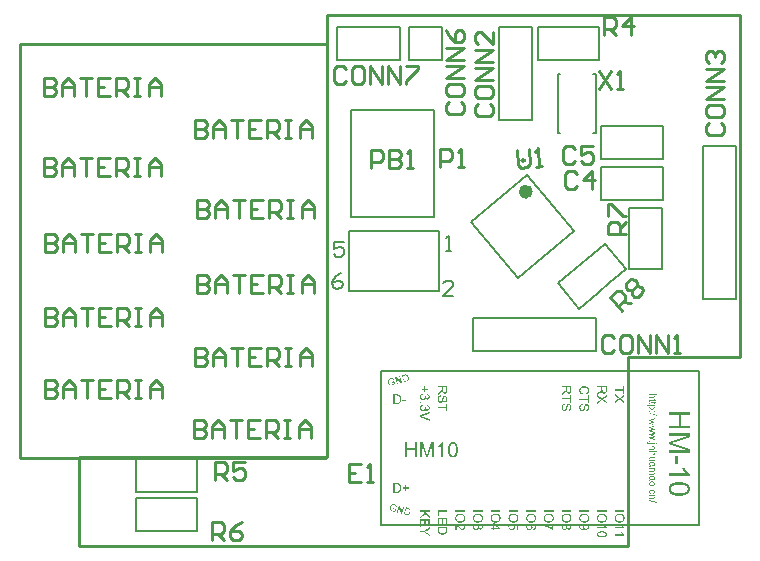
<source format=gto>
G04 Layer_Color=65535*
%FSLAX24Y24*%
%MOIN*%
G70*
G01*
G75*
%ADD18C,0.0100*%
%ADD36C,0.0236*%
%ADD37C,0.0098*%
%ADD38C,0.0079*%
%ADD39C,0.0050*%
%ADD40C,0.0080*%
G36*
X13312Y1086D02*
X13318D01*
X13324Y1085D01*
X13332Y1084D01*
X13341Y1083D01*
X13350Y1081D01*
X13360Y1079D01*
X13370Y1076D01*
X13380Y1072D01*
X13390Y1068D01*
X13401Y1064D01*
X13411Y1058D01*
X13420Y1051D01*
X13429Y1044D01*
X13429Y1044D01*
X13430Y1042D01*
X13433Y1039D01*
X13435Y1036D01*
X13439Y1032D01*
X13443Y1027D01*
X13447Y1021D01*
X13451Y1014D01*
X13455Y1007D01*
X13459Y999D01*
X13463Y989D01*
X13467Y980D01*
X13469Y969D01*
X13472Y958D01*
X13473Y947D01*
X13474Y934D01*
Y934D01*
Y932D01*
Y930D01*
X13473Y927D01*
Y923D01*
X13473Y919D01*
X13472Y913D01*
X13471Y908D01*
X13468Y896D01*
X13465Y882D01*
X13459Y869D01*
X13456Y862D01*
X13452Y855D01*
X13452Y854D01*
X13451Y854D01*
X13450Y852D01*
X13449Y849D01*
X13446Y846D01*
X13444Y843D01*
X13437Y835D01*
X13429Y826D01*
X13419Y817D01*
X13407Y809D01*
X13394Y801D01*
X13393D01*
X13392Y800D01*
X13390Y799D01*
X13387Y798D01*
X13384Y797D01*
X13379Y795D01*
X13374Y793D01*
X13369Y792D01*
X13363Y790D01*
X13356Y788D01*
X13349Y787D01*
X13342Y785D01*
X13326Y783D01*
X13308Y782D01*
X13304D01*
X13300Y783D01*
X13296D01*
X13291Y783D01*
X13285Y784D01*
X13279Y785D01*
X13266Y787D01*
X13251Y791D01*
X13237Y796D01*
X13229Y798D01*
X13222Y802D01*
X13222D01*
X13220Y803D01*
X13218Y804D01*
X13216Y806D01*
X13212Y808D01*
X13209Y810D01*
X13200Y816D01*
X13191Y824D01*
X13182Y833D01*
X13172Y844D01*
X13164Y857D01*
Y858D01*
X13163Y859D01*
X13162Y861D01*
X13161Y864D01*
X13160Y867D01*
X13158Y871D01*
X13156Y875D01*
X13155Y880D01*
X13153Y886D01*
X13151Y892D01*
X13148Y905D01*
X13146Y919D01*
X13145Y934D01*
Y935D01*
Y936D01*
Y939D01*
X13145Y942D01*
Y946D01*
X13146Y950D01*
X13147Y955D01*
X13148Y961D01*
X13150Y974D01*
X13154Y987D01*
X13160Y1001D01*
X13163Y1008D01*
X13166Y1015D01*
X13167Y1015D01*
X13167Y1016D01*
X13169Y1018D01*
X13171Y1021D01*
X13172Y1023D01*
X13175Y1027D01*
X13182Y1034D01*
X13190Y1043D01*
X13200Y1052D01*
X13212Y1061D01*
X13225Y1068D01*
X13226D01*
X13227Y1069D01*
X13229Y1070D01*
X13232Y1071D01*
X13235Y1072D01*
X13239Y1074D01*
X13244Y1076D01*
X13249Y1077D01*
X13255Y1079D01*
X13261Y1081D01*
X13275Y1084D01*
X13289Y1085D01*
X13305Y1086D01*
X13308D01*
X13312Y1086D01*
D02*
G37*
G36*
X13239Y705D02*
X13239D01*
X13238Y704D01*
X13236Y704D01*
X13234Y703D01*
X13231Y703D01*
X13228Y702D01*
X13221Y700D01*
X13213Y697D01*
X13205Y692D01*
X13198Y688D01*
X13191Y682D01*
X13191Y681D01*
X13189Y680D01*
X13187Y676D01*
X13184Y671D01*
X13182Y666D01*
X13179Y659D01*
X13177Y651D01*
X13177Y643D01*
Y642D01*
Y641D01*
Y640D01*
X13177Y638D01*
X13178Y633D01*
X13179Y627D01*
X13182Y619D01*
X13185Y612D01*
X13189Y604D01*
X13196Y597D01*
X13197Y596D01*
X13200Y593D01*
X13204Y591D01*
X13209Y587D01*
X13216Y583D01*
X13224Y580D01*
X13233Y578D01*
X13243Y577D01*
X13246D01*
X13248Y578D01*
X13253Y578D01*
X13259Y580D01*
X13266Y581D01*
X13273Y585D01*
X13281Y589D01*
X13288Y595D01*
X13289Y596D01*
X13290Y598D01*
X13293Y602D01*
X13296Y607D01*
X13300Y613D01*
X13302Y621D01*
X13304Y630D01*
X13305Y640D01*
Y640D01*
Y641D01*
Y644D01*
X13305Y647D01*
X13304Y651D01*
X13303Y656D01*
X13302Y661D01*
X13301Y667D01*
X13335Y663D01*
Y662D01*
Y660D01*
X13335Y658D01*
Y657D01*
Y656D01*
Y656D01*
Y654D01*
Y653D01*
X13336Y647D01*
X13337Y641D01*
X13338Y635D01*
X13340Y627D01*
X13344Y619D01*
X13348Y612D01*
Y611D01*
X13348Y611D01*
X13350Y608D01*
X13353Y605D01*
X13357Y602D01*
X13363Y598D01*
X13370Y595D01*
X13378Y592D01*
X13383Y591D01*
X13391D01*
X13395Y592D01*
X13400Y593D01*
X13406Y595D01*
X13412Y597D01*
X13418Y601D01*
X13423Y606D01*
X13424Y607D01*
X13425Y609D01*
X13428Y612D01*
X13430Y616D01*
X13433Y622D01*
X13435Y628D01*
X13437Y636D01*
X13437Y644D01*
Y644D01*
Y645D01*
Y647D01*
X13436Y652D01*
X13435Y657D01*
X13434Y663D01*
X13431Y669D01*
X13428Y675D01*
X13423Y681D01*
X13423Y682D01*
X13420Y684D01*
X13417Y686D01*
X13412Y690D01*
X13407Y693D01*
X13399Y696D01*
X13390Y699D01*
X13380Y701D01*
X13387Y740D01*
X13388D01*
X13389Y739D01*
X13391Y739D01*
X13394Y738D01*
X13397Y737D01*
X13401Y736D01*
X13409Y733D01*
X13419Y729D01*
X13429Y723D01*
X13439Y716D01*
X13448Y708D01*
X13448Y707D01*
X13449Y706D01*
X13450Y705D01*
X13451Y703D01*
X13453Y701D01*
X13455Y697D01*
X13457Y694D01*
X13459Y690D01*
X13463Y681D01*
X13466Y670D01*
X13468Y658D01*
X13469Y652D01*
Y645D01*
Y644D01*
Y643D01*
Y642D01*
Y640D01*
X13469Y635D01*
X13468Y629D01*
X13467Y622D01*
X13464Y613D01*
X13462Y605D01*
X13458Y597D01*
Y597D01*
X13457Y596D01*
X13456Y593D01*
X13453Y589D01*
X13450Y585D01*
X13446Y579D01*
X13440Y574D01*
X13435Y568D01*
X13428Y563D01*
X13427Y563D01*
X13424Y562D01*
X13420Y560D01*
X13415Y558D01*
X13409Y555D01*
X13402Y553D01*
X13395Y552D01*
X13387Y552D01*
X13383D01*
X13379Y552D01*
X13374Y553D01*
X13368Y554D01*
X13362Y557D01*
X13356Y559D01*
X13349Y563D01*
X13348Y563D01*
X13346Y565D01*
X13343Y568D01*
X13340Y571D01*
X13335Y576D01*
X13331Y581D01*
X13327Y588D01*
X13323Y596D01*
Y595D01*
X13322Y594D01*
X13322Y593D01*
X13321Y591D01*
X13319Y586D01*
X13317Y580D01*
X13313Y572D01*
X13308Y565D01*
X13302Y558D01*
X13295Y552D01*
X13295Y551D01*
X13292Y549D01*
X13287Y546D01*
X13281Y544D01*
X13274Y541D01*
X13265Y538D01*
X13255Y536D01*
X13244Y536D01*
X13240D01*
X13237Y536D01*
X13233Y537D01*
X13229Y538D01*
X13225Y539D01*
X13220Y540D01*
X13209Y543D01*
X13203Y546D01*
X13197Y549D01*
X13191Y552D01*
X13185Y557D01*
X13179Y561D01*
X13174Y567D01*
X13173Y567D01*
X13172Y568D01*
X13171Y570D01*
X13169Y572D01*
X13167Y575D01*
X13165Y579D01*
X13162Y583D01*
X13160Y588D01*
X13157Y593D01*
X13154Y599D01*
X13152Y605D01*
X13149Y612D01*
X13148Y619D01*
X13146Y627D01*
X13145Y635D01*
X13145Y643D01*
Y644D01*
Y645D01*
Y647D01*
X13145Y650D01*
X13146Y654D01*
X13146Y658D01*
X13147Y663D01*
X13148Y668D01*
X13151Y679D01*
X13155Y690D01*
X13158Y696D01*
X13161Y702D01*
X13166Y707D01*
X13170Y713D01*
X13170Y713D01*
X13171Y714D01*
X13172Y715D01*
X13174Y717D01*
X13177Y719D01*
X13180Y721D01*
X13183Y724D01*
X13187Y727D01*
X13192Y730D01*
X13196Y732D01*
X13207Y737D01*
X13220Y742D01*
X13227Y743D01*
X13234Y744D01*
X13239Y705D01*
D02*
G37*
G36*
X14059Y1148D02*
X13741D01*
Y1190D01*
X14059D01*
Y1148D01*
D02*
G37*
G36*
X12722Y1086D02*
X12727D01*
X12734Y1085D01*
X12742Y1084D01*
X12750Y1083D01*
X12760Y1081D01*
X12769Y1079D01*
X12779Y1076D01*
X12789Y1072D01*
X12800Y1068D01*
X12810Y1064D01*
X12820Y1058D01*
X12829Y1051D01*
X12838Y1044D01*
X12838Y1044D01*
X12840Y1042D01*
X12842Y1039D01*
X12845Y1036D01*
X12849Y1032D01*
X12852Y1027D01*
X12856Y1021D01*
X12860Y1014D01*
X12865Y1007D01*
X12869Y999D01*
X12872Y989D01*
X12876Y980D01*
X12879Y969D01*
X12881Y958D01*
X12883Y947D01*
X12883Y934D01*
Y934D01*
Y932D01*
Y930D01*
X12883Y927D01*
Y923D01*
X12882Y919D01*
X12881Y913D01*
X12880Y908D01*
X12878Y896D01*
X12874Y882D01*
X12869Y869D01*
X12866Y862D01*
X12862Y855D01*
X12861Y854D01*
X12861Y854D01*
X12860Y852D01*
X12858Y849D01*
X12856Y846D01*
X12853Y843D01*
X12847Y835D01*
X12838Y826D01*
X12828Y817D01*
X12816Y809D01*
X12803Y801D01*
X12803D01*
X12801Y800D01*
X12799Y799D01*
X12797Y798D01*
X12793Y797D01*
X12789Y795D01*
X12784Y793D01*
X12778Y792D01*
X12772Y790D01*
X12766Y788D01*
X12759Y787D01*
X12751Y785D01*
X12735Y783D01*
X12718Y782D01*
X12713D01*
X12709Y783D01*
X12705D01*
X12700Y783D01*
X12695Y784D01*
X12689Y785D01*
X12676Y787D01*
X12661Y791D01*
X12646Y796D01*
X12639Y798D01*
X12631Y802D01*
X12631D01*
X12630Y803D01*
X12628Y804D01*
X12625Y806D01*
X12622Y808D01*
X12619Y810D01*
X12610Y816D01*
X12601Y824D01*
X12591Y833D01*
X12582Y844D01*
X12574Y857D01*
Y858D01*
X12573Y859D01*
X12572Y861D01*
X12570Y864D01*
X12569Y867D01*
X12568Y871D01*
X12566Y875D01*
X12564Y880D01*
X12562Y886D01*
X12560Y892D01*
X12558Y905D01*
X12555Y919D01*
X12554Y934D01*
Y935D01*
Y936D01*
Y939D01*
X12555Y942D01*
Y946D01*
X12556Y950D01*
X12556Y955D01*
X12557Y961D01*
X12560Y974D01*
X12564Y987D01*
X12569Y1001D01*
X12572Y1008D01*
X12576Y1015D01*
X12576Y1015D01*
X12577Y1016D01*
X12578Y1018D01*
X12580Y1021D01*
X12582Y1023D01*
X12585Y1027D01*
X12592Y1034D01*
X12600Y1043D01*
X12610Y1052D01*
X12621Y1061D01*
X12635Y1068D01*
X12635D01*
X12636Y1069D01*
X12638Y1070D01*
X12641Y1071D01*
X12645Y1072D01*
X12649Y1074D01*
X12653Y1076D01*
X12659Y1077D01*
X12664Y1079D01*
X12670Y1081D01*
X12684Y1084D01*
X12698Y1085D01*
X12714Y1086D01*
X12718D01*
X12722Y1086D01*
D02*
G37*
G36*
X12569Y749D02*
X12573Y749D01*
X12577Y748D01*
X12582Y747D01*
X12587Y745D01*
X12587D01*
X12588Y745D01*
X12591Y744D01*
X12595Y742D01*
X12600Y739D01*
X12607Y736D01*
X12614Y731D01*
X12621Y726D01*
X12629Y720D01*
X12630D01*
X12630Y719D01*
X12633Y716D01*
X12637Y712D01*
X12643Y706D01*
X12650Y699D01*
X12658Y691D01*
X12667Y680D01*
X12677Y669D01*
X12677Y668D01*
X12679Y666D01*
X12681Y664D01*
X12684Y660D01*
X12687Y656D01*
X12692Y651D01*
X12696Y646D01*
X12701Y640D01*
X12712Y629D01*
X12723Y617D01*
X12729Y612D01*
X12734Y607D01*
X12739Y602D01*
X12744Y598D01*
X12745D01*
X12745Y597D01*
X12747Y597D01*
X12748Y596D01*
X12754Y592D01*
X12760Y589D01*
X12767Y586D01*
X12775Y582D01*
X12783Y580D01*
X12792Y580D01*
X12793D01*
X12795Y580D01*
X12800Y580D01*
X12805Y582D01*
X12811Y584D01*
X12818Y587D01*
X12824Y591D01*
X12831Y597D01*
X12832Y597D01*
X12833Y600D01*
X12836Y603D01*
X12839Y608D01*
X12842Y614D01*
X12844Y622D01*
X12846Y630D01*
X12847Y640D01*
Y641D01*
Y641D01*
Y643D01*
X12846Y645D01*
X12846Y650D01*
X12844Y657D01*
X12843Y664D01*
X12839Y671D01*
X12835Y679D01*
X12830Y686D01*
X12829Y686D01*
X12827Y688D01*
X12823Y691D01*
X12817Y694D01*
X12811Y697D01*
X12803Y700D01*
X12793Y702D01*
X12783Y703D01*
X12787Y742D01*
X12788D01*
X12789Y742D01*
X12791D01*
X12794Y742D01*
X12798Y741D01*
X12802Y740D01*
X12807Y738D01*
X12812Y737D01*
X12823Y733D01*
X12834Y728D01*
X12840Y725D01*
X12845Y720D01*
X12850Y716D01*
X12855Y712D01*
X12855Y711D01*
X12856Y710D01*
X12857Y709D01*
X12859Y707D01*
X12860Y704D01*
X12862Y701D01*
X12865Y697D01*
X12867Y692D01*
X12869Y687D01*
X12872Y682D01*
X12873Y676D01*
X12875Y669D01*
X12877Y663D01*
X12878Y655D01*
X12878Y647D01*
X12879Y639D01*
Y639D01*
Y637D01*
Y635D01*
X12878Y631D01*
X12878Y628D01*
X12877Y623D01*
X12877Y618D01*
X12876Y613D01*
X12872Y601D01*
X12868Y589D01*
X12865Y583D01*
X12862Y577D01*
X12858Y572D01*
X12853Y567D01*
X12853Y566D01*
X12852Y565D01*
X12850Y564D01*
X12849Y563D01*
X12846Y560D01*
X12843Y558D01*
X12840Y556D01*
X12836Y553D01*
X12827Y548D01*
X12816Y544D01*
X12810Y542D01*
X12804Y541D01*
X12798Y540D01*
X12791Y540D01*
X12788D01*
X12784Y540D01*
X12779Y541D01*
X12773Y541D01*
X12767Y543D01*
X12760Y545D01*
X12753Y548D01*
X12752Y548D01*
X12750Y549D01*
X12746Y551D01*
X12741Y554D01*
X12736Y558D01*
X12729Y562D01*
X12722Y568D01*
X12714Y574D01*
X12713Y575D01*
X12710Y577D01*
X12708Y580D01*
X12706Y582D01*
X12703Y585D01*
X12699Y588D01*
X12696Y592D01*
X12692Y597D01*
X12687Y601D01*
X12682Y607D01*
X12677Y613D01*
X12671Y619D01*
X12665Y626D01*
X12659Y634D01*
X12658Y634D01*
X12657Y635D01*
X12656Y637D01*
X12654Y639D01*
X12651Y642D01*
X12648Y645D01*
X12642Y653D01*
X12636Y660D01*
X12629Y668D01*
X12623Y674D01*
X12620Y677D01*
X12618Y679D01*
X12618Y680D01*
X12616Y681D01*
X12614Y683D01*
X12612Y685D01*
X12608Y687D01*
X12605Y690D01*
X12597Y696D01*
Y539D01*
X12560D01*
Y750D01*
X12565D01*
X12569Y749D01*
D02*
G37*
G36*
X13468Y1148D02*
X13150D01*
Y1190D01*
X13468D01*
Y1148D01*
D02*
G37*
G36*
X13903Y1086D02*
X13908D01*
X13915Y1085D01*
X13923Y1084D01*
X13931Y1083D01*
X13941Y1081D01*
X13950Y1079D01*
X13960Y1076D01*
X13970Y1072D01*
X13981Y1068D01*
X13991Y1064D01*
X14001Y1058D01*
X14010Y1051D01*
X14019Y1044D01*
X14020Y1044D01*
X14021Y1042D01*
X14023Y1039D01*
X14026Y1036D01*
X14030Y1032D01*
X14033Y1027D01*
X14037Y1021D01*
X14042Y1014D01*
X14046Y1007D01*
X14050Y999D01*
X14054Y989D01*
X14057Y980D01*
X14060Y969D01*
X14062Y958D01*
X14064Y947D01*
X14064Y934D01*
Y934D01*
Y932D01*
Y930D01*
X14064Y927D01*
Y923D01*
X14063Y919D01*
X14062Y913D01*
X14061Y908D01*
X14059Y896D01*
X14055Y882D01*
X14050Y869D01*
X14047Y862D01*
X14043Y855D01*
X14043Y854D01*
X14042Y854D01*
X14041Y852D01*
X14039Y849D01*
X14037Y846D01*
X14034Y843D01*
X14028Y835D01*
X14020Y826D01*
X14009Y817D01*
X13998Y809D01*
X13984Y801D01*
X13984D01*
X13982Y800D01*
X13981Y799D01*
X13978Y798D01*
X13974Y797D01*
X13970Y795D01*
X13965Y793D01*
X13959Y792D01*
X13953Y790D01*
X13947Y788D01*
X13940Y787D01*
X13932Y785D01*
X13916Y783D01*
X13899Y782D01*
X13894D01*
X13891Y783D01*
X13886D01*
X13881Y783D01*
X13876Y784D01*
X13870Y785D01*
X13857Y787D01*
X13842Y791D01*
X13827Y796D01*
X13820Y798D01*
X13813Y802D01*
X13812D01*
X13811Y803D01*
X13809Y804D01*
X13806Y806D01*
X13803Y808D01*
X13800Y810D01*
X13791Y816D01*
X13782Y824D01*
X13772Y833D01*
X13763Y844D01*
X13755Y857D01*
Y858D01*
X13754Y859D01*
X13753Y861D01*
X13751Y864D01*
X13750Y867D01*
X13749Y871D01*
X13747Y875D01*
X13745Y880D01*
X13743Y886D01*
X13741Y892D01*
X13739Y905D01*
X13736Y919D01*
X13735Y934D01*
Y935D01*
Y936D01*
Y939D01*
X13736Y942D01*
Y946D01*
X13737Y950D01*
X13737Y955D01*
X13738Y961D01*
X13741Y974D01*
X13745Y987D01*
X13750Y1001D01*
X13753Y1008D01*
X13757Y1015D01*
X13757Y1015D01*
X13758Y1016D01*
X13759Y1018D01*
X13761Y1021D01*
X13763Y1023D01*
X13766Y1027D01*
X13773Y1034D01*
X13781Y1043D01*
X13791Y1052D01*
X13802Y1061D01*
X13816Y1068D01*
X13816D01*
X13818Y1069D01*
X13819Y1070D01*
X13822Y1071D01*
X13826Y1072D01*
X13830Y1074D01*
X13835Y1076D01*
X13840Y1077D01*
X13846Y1079D01*
X13852Y1081D01*
X13865Y1084D01*
X13880Y1085D01*
X13895Y1086D01*
X13899D01*
X13903Y1086D01*
D02*
G37*
G36*
X14418Y703D02*
X14416D01*
X14415Y703D01*
X14413Y703D01*
X14408Y701D01*
X14401Y699D01*
X14394Y697D01*
X14386Y693D01*
X14379Y688D01*
X14373Y683D01*
X14372Y682D01*
X14371Y680D01*
X14368Y676D01*
X14365Y671D01*
X14363Y666D01*
X14360Y659D01*
X14359Y651D01*
X14358Y642D01*
Y642D01*
Y641D01*
Y640D01*
X14359Y638D01*
X14359Y632D01*
X14361Y626D01*
X14363Y618D01*
X14367Y610D01*
X14372Y602D01*
X14376Y598D01*
X14379Y595D01*
X14380Y594D01*
X14380Y594D01*
X14382Y593D01*
X14383Y591D01*
X14388Y588D01*
X14394Y585D01*
X14402Y581D01*
X14412Y578D01*
X14423Y576D01*
X14429Y575D01*
X14439D01*
X14441Y575D01*
X14444D01*
X14447Y576D01*
X14455Y577D01*
X14463Y580D01*
X14472Y583D01*
X14480Y587D01*
X14488Y594D01*
X14488D01*
X14489Y595D01*
X14491Y597D01*
X14494Y601D01*
X14498Y607D01*
X14501Y614D01*
X14505Y622D01*
X14507Y632D01*
X14508Y637D01*
Y643D01*
Y644D01*
Y646D01*
X14507Y650D01*
X14507Y654D01*
X14505Y660D01*
X14504Y665D01*
X14502Y671D01*
X14499Y677D01*
X14499Y678D01*
X14498Y680D01*
X14495Y682D01*
X14493Y686D01*
X14490Y690D01*
X14486Y693D01*
X14482Y697D01*
X14477Y701D01*
X14482Y737D01*
X14645Y707D01*
Y549D01*
X14608D01*
Y676D01*
X14522Y693D01*
X14522Y692D01*
X14523Y692D01*
X14524Y690D01*
X14525Y688D01*
X14527Y685D01*
X14528Y682D01*
X14532Y675D01*
X14536Y665D01*
X14539Y655D01*
X14541Y644D01*
X14542Y639D01*
Y633D01*
Y632D01*
Y631D01*
Y629D01*
X14542Y626D01*
X14541Y622D01*
X14541Y618D01*
X14540Y613D01*
X14539Y608D01*
X14535Y597D01*
X14533Y591D01*
X14530Y586D01*
X14527Y580D01*
X14523Y574D01*
X14518Y568D01*
X14513Y563D01*
X14513Y562D01*
X14512Y561D01*
X14511Y560D01*
X14508Y558D01*
X14505Y556D01*
X14502Y553D01*
X14498Y551D01*
X14493Y548D01*
X14488Y546D01*
X14483Y543D01*
X14476Y541D01*
X14470Y538D01*
X14463Y536D01*
X14455Y535D01*
X14447Y534D01*
X14439Y534D01*
X14435D01*
X14432Y534D01*
X14428Y535D01*
X14424Y535D01*
X14419Y536D01*
X14414Y537D01*
X14402Y540D01*
X14389Y544D01*
X14383Y547D01*
X14377Y551D01*
X14371Y554D01*
X14365Y559D01*
X14364Y559D01*
X14363Y560D01*
X14361Y562D01*
X14359Y564D01*
X14356Y568D01*
X14352Y571D01*
X14349Y576D01*
X14345Y581D01*
X14342Y586D01*
X14338Y593D01*
X14335Y600D01*
X14332Y607D01*
X14330Y615D01*
X14328Y624D01*
X14326Y633D01*
X14326Y642D01*
Y643D01*
Y644D01*
Y647D01*
X14326Y650D01*
X14327Y653D01*
X14327Y658D01*
X14328Y663D01*
X14329Y668D01*
X14332Y679D01*
X14336Y691D01*
X14339Y697D01*
X14342Y703D01*
X14346Y708D01*
X14350Y714D01*
X14350Y714D01*
X14351Y715D01*
X14353Y716D01*
X14354Y718D01*
X14357Y720D01*
X14359Y722D01*
X14363Y725D01*
X14367Y727D01*
X14371Y730D01*
X14376Y733D01*
X14387Y738D01*
X14400Y742D01*
X14407Y743D01*
X14415Y744D01*
X14418Y703D01*
D02*
G37*
G36*
X15240Y1148D02*
X14922D01*
Y1190D01*
X15240D01*
Y1148D01*
D02*
G37*
G36*
X15084Y1086D02*
X15090D01*
X15096Y1085D01*
X15104Y1084D01*
X15113Y1083D01*
X15122Y1081D01*
X15131Y1079D01*
X15141Y1076D01*
X15152Y1072D01*
X15162Y1068D01*
X15172Y1064D01*
X15182Y1058D01*
X15191Y1051D01*
X15200Y1044D01*
X15201Y1044D01*
X15202Y1042D01*
X15204Y1039D01*
X15207Y1036D01*
X15211Y1032D01*
X15214Y1027D01*
X15219Y1021D01*
X15223Y1014D01*
X15227Y1007D01*
X15231Y999D01*
X15235Y989D01*
X15238Y980D01*
X15241Y969D01*
X15243Y958D01*
X15245Y947D01*
X15245Y934D01*
Y934D01*
Y932D01*
Y930D01*
X15245Y927D01*
Y923D01*
X15244Y919D01*
X15243Y913D01*
X15242Y908D01*
X15240Y896D01*
X15236Y882D01*
X15231Y869D01*
X15228Y862D01*
X15224Y855D01*
X15224Y854D01*
X15223Y854D01*
X15222Y852D01*
X15220Y849D01*
X15218Y846D01*
X15215Y843D01*
X15209Y835D01*
X15201Y826D01*
X15191Y817D01*
X15179Y809D01*
X15165Y801D01*
X15165D01*
X15163Y800D01*
X15162Y799D01*
X15159Y798D01*
X15155Y797D01*
X15151Y795D01*
X15146Y793D01*
X15141Y792D01*
X15135Y790D01*
X15128Y788D01*
X15121Y787D01*
X15113Y785D01*
X15097Y783D01*
X15080Y782D01*
X15075D01*
X15072Y783D01*
X15068D01*
X15063Y783D01*
X15057Y784D01*
X15051Y785D01*
X15038Y787D01*
X15023Y791D01*
X15008Y796D01*
X15001Y798D01*
X14994Y802D01*
X14993D01*
X14992Y803D01*
X14990Y804D01*
X14987Y806D01*
X14984Y808D01*
X14981Y810D01*
X14972Y816D01*
X14963Y824D01*
X14953Y833D01*
X14944Y844D01*
X14936Y857D01*
Y858D01*
X14935Y859D01*
X14934Y861D01*
X14933Y864D01*
X14931Y867D01*
X14930Y871D01*
X14928Y875D01*
X14926Y880D01*
X14924Y886D01*
X14923Y892D01*
X14920Y905D01*
X14917Y919D01*
X14917Y934D01*
Y935D01*
Y936D01*
Y939D01*
X14917Y942D01*
Y946D01*
X14918Y950D01*
X14918Y955D01*
X14919Y961D01*
X14922Y974D01*
X14926Y987D01*
X14931Y1001D01*
X14934Y1008D01*
X14938Y1015D01*
X14939Y1015D01*
X14939Y1016D01*
X14940Y1018D01*
X14942Y1021D01*
X14944Y1023D01*
X14947Y1027D01*
X14954Y1034D01*
X14962Y1043D01*
X14972Y1052D01*
X14984Y1061D01*
X14997Y1068D01*
X14997D01*
X14999Y1069D01*
X15001Y1070D01*
X15003Y1071D01*
X15007Y1072D01*
X15011Y1074D01*
X15016Y1076D01*
X15021Y1077D01*
X15027Y1079D01*
X15033Y1081D01*
X15046Y1084D01*
X15061Y1085D01*
X15076Y1086D01*
X15080D01*
X15084Y1086D01*
D02*
G37*
G36*
X14059Y612D02*
Y580D01*
X13853D01*
Y537D01*
X13817D01*
Y580D01*
X13741D01*
Y619D01*
X13817D01*
Y758D01*
X13853D01*
X14059Y612D01*
D02*
G37*
G36*
X14649Y1148D02*
X14332D01*
Y1190D01*
X14649D01*
Y1148D01*
D02*
G37*
G36*
X14494Y1086D02*
X14499D01*
X14505Y1085D01*
X14513Y1084D01*
X14522Y1083D01*
X14531Y1081D01*
X14541Y1079D01*
X14551Y1076D01*
X14561Y1072D01*
X14572Y1068D01*
X14582Y1064D01*
X14592Y1058D01*
X14601Y1051D01*
X14610Y1044D01*
X14610Y1044D01*
X14611Y1042D01*
X14614Y1039D01*
X14617Y1036D01*
X14620Y1032D01*
X14624Y1027D01*
X14628Y1021D01*
X14632Y1014D01*
X14636Y1007D01*
X14640Y999D01*
X14644Y989D01*
X14648Y980D01*
X14650Y969D01*
X14653Y958D01*
X14654Y947D01*
X14655Y934D01*
Y934D01*
Y932D01*
Y930D01*
X14654Y927D01*
Y923D01*
X14654Y919D01*
X14653Y913D01*
X14652Y908D01*
X14650Y896D01*
X14646Y882D01*
X14640Y869D01*
X14637Y862D01*
X14634Y855D01*
X14633Y854D01*
X14633Y854D01*
X14631Y852D01*
X14630Y849D01*
X14628Y846D01*
X14625Y843D01*
X14618Y835D01*
X14610Y826D01*
X14600Y817D01*
X14588Y809D01*
X14575Y801D01*
X14574D01*
X14573Y800D01*
X14571Y799D01*
X14568Y798D01*
X14565Y797D01*
X14561Y795D01*
X14555Y793D01*
X14550Y792D01*
X14544Y790D01*
X14538Y788D01*
X14530Y787D01*
X14523Y785D01*
X14507Y783D01*
X14489Y782D01*
X14485D01*
X14481Y783D01*
X14477D01*
X14472Y783D01*
X14466Y784D01*
X14460Y785D01*
X14447Y787D01*
X14432Y791D01*
X14418Y796D01*
X14410Y798D01*
X14403Y802D01*
X14403D01*
X14401Y803D01*
X14399Y804D01*
X14397Y806D01*
X14393Y808D01*
X14390Y810D01*
X14382Y816D01*
X14372Y824D01*
X14363Y833D01*
X14354Y844D01*
X14345Y857D01*
Y858D01*
X14344Y859D01*
X14343Y861D01*
X14342Y864D01*
X14341Y867D01*
X14339Y871D01*
X14337Y875D01*
X14336Y880D01*
X14334Y886D01*
X14332Y892D01*
X14329Y905D01*
X14327Y919D01*
X14326Y934D01*
Y935D01*
Y936D01*
Y939D01*
X14326Y942D01*
Y946D01*
X14327Y950D01*
X14328Y955D01*
X14329Y961D01*
X14332Y974D01*
X14335Y987D01*
X14341Y1001D01*
X14344Y1008D01*
X14348Y1015D01*
X14348Y1015D01*
X14348Y1016D01*
X14350Y1018D01*
X14352Y1021D01*
X14354Y1023D01*
X14356Y1027D01*
X14363Y1034D01*
X14371Y1043D01*
X14382Y1052D01*
X14393Y1061D01*
X14406Y1068D01*
X14407D01*
X14408Y1069D01*
X14410Y1070D01*
X14413Y1071D01*
X14416Y1072D01*
X14421Y1074D01*
X14425Y1076D01*
X14430Y1077D01*
X14436Y1079D01*
X14442Y1081D01*
X14456Y1084D01*
X14470Y1085D01*
X14486Y1086D01*
X14489D01*
X14494Y1086D01*
D02*
G37*
G36*
X12877Y1148D02*
X12560D01*
Y1190D01*
X12877D01*
Y1148D01*
D02*
G37*
G36*
X10623Y2097D02*
X10632Y2097D01*
X10642Y2096D01*
X10651Y2094D01*
X10659Y2093D01*
X10659D01*
X10660Y2093D01*
X10661D01*
X10663Y2092D01*
X10668Y2090D01*
X10675Y2088D01*
X10682Y2085D01*
X10690Y2081D01*
X10698Y2076D01*
X10705Y2070D01*
X10705Y2070D01*
X10706Y2069D01*
X10707Y2068D01*
X10709Y2066D01*
X10714Y2062D01*
X10719Y2055D01*
X10725Y2048D01*
X10732Y2038D01*
X10738Y2028D01*
X10743Y2016D01*
Y2015D01*
X10743Y2015D01*
X10744Y2013D01*
X10744Y2010D01*
X10746Y2007D01*
X10747Y2003D01*
X10748Y1999D01*
X10749Y1994D01*
X10750Y1989D01*
X10751Y1983D01*
X10754Y1970D01*
X10755Y1956D01*
X10755Y1940D01*
Y1940D01*
Y1939D01*
Y1937D01*
Y1934D01*
X10755Y1931D01*
Y1927D01*
X10755Y1919D01*
X10753Y1909D01*
X10752Y1898D01*
X10749Y1887D01*
X10747Y1876D01*
Y1875D01*
X10746Y1875D01*
X10746Y1873D01*
X10745Y1871D01*
X10744Y1866D01*
X10741Y1860D01*
X10738Y1853D01*
X10734Y1845D01*
X10730Y1837D01*
X10725Y1830D01*
X10725Y1829D01*
X10723Y1827D01*
X10720Y1824D01*
X10716Y1819D01*
X10712Y1815D01*
X10707Y1810D01*
X10702Y1805D01*
X10696Y1801D01*
X10695Y1801D01*
X10694Y1799D01*
X10690Y1797D01*
X10686Y1795D01*
X10680Y1792D01*
X10674Y1790D01*
X10666Y1787D01*
X10658Y1785D01*
X10657D01*
X10656Y1785D01*
X10654Y1784D01*
X10650Y1784D01*
X10643Y1783D01*
X10636Y1782D01*
X10627Y1781D01*
X10618Y1780D01*
X10607Y1780D01*
X10493D01*
Y2098D01*
X10615D01*
X10623Y2097D01*
D02*
G37*
G36*
X10487Y1398D02*
X10493Y1398D01*
X10498Y1397D01*
X10510Y1396D01*
X10517Y1395D01*
X10523Y1393D01*
X10523Y1393D01*
X10524Y1393D01*
X10525Y1392D01*
X10527Y1392D01*
X10529Y1391D01*
X10532Y1390D01*
X10538Y1388D01*
X10545Y1385D01*
X10552Y1382D01*
X10559Y1377D01*
X10566Y1373D01*
X10566Y1373D01*
X10567Y1372D01*
X10568Y1372D01*
X10569Y1370D01*
X10572Y1368D01*
X10576Y1364D01*
X10580Y1359D01*
X10584Y1354D01*
X10588Y1348D01*
X10591Y1342D01*
X10592Y1341D01*
X10593Y1338D01*
X10594Y1335D01*
X10595Y1330D01*
X10597Y1324D01*
X10598Y1316D01*
X10599Y1308D01*
X10599Y1299D01*
X10569Y1299D01*
X10569Y1300D01*
X10569Y1300D01*
X10569Y1301D01*
X10569Y1303D01*
X10569Y1306D01*
X10569Y1310D01*
X10568Y1316D01*
X10567Y1320D01*
X10566Y1326D01*
X10564Y1331D01*
X10564Y1331D01*
X10563Y1333D01*
X10561Y1335D01*
X10560Y1338D01*
X10557Y1341D01*
X10554Y1345D01*
X10551Y1349D01*
X10546Y1352D01*
X10546Y1353D01*
X10544Y1354D01*
X10541Y1356D01*
X10538Y1358D01*
X10533Y1360D01*
X10528Y1363D01*
X10523Y1365D01*
X10516Y1367D01*
X10516Y1367D01*
X10515Y1367D01*
X10514Y1368D01*
X10513Y1368D01*
X10511Y1368D01*
X10509Y1369D01*
X10504Y1370D01*
X10498Y1370D01*
X10491Y1371D01*
X10485Y1371D01*
X10478Y1370D01*
X10478Y1370D01*
X10475Y1370D01*
X10472Y1369D01*
X10469Y1368D01*
X10464Y1367D01*
X10459Y1365D01*
X10454Y1363D01*
X10449Y1360D01*
X10449Y1360D01*
X10447Y1359D01*
X10445Y1357D01*
X10442Y1355D01*
X10439Y1352D01*
X10436Y1349D01*
X10432Y1345D01*
X10429Y1341D01*
X10428Y1341D01*
X10428Y1340D01*
X10427Y1339D01*
X10426Y1338D01*
X10425Y1336D01*
X10424Y1334D01*
X10422Y1331D01*
X10421Y1329D01*
X10417Y1322D01*
X10414Y1315D01*
X10410Y1306D01*
X10407Y1297D01*
X10407Y1297D01*
X10407Y1296D01*
X10407Y1294D01*
X10406Y1292D01*
X10406Y1290D01*
X10405Y1286D01*
X10405Y1283D01*
X10404Y1279D01*
X10403Y1270D01*
X10402Y1261D01*
X10403Y1252D01*
X10404Y1243D01*
X10404Y1242D01*
X10404Y1241D01*
X10404Y1240D01*
X10405Y1239D01*
X10406Y1235D01*
X10409Y1229D01*
X10412Y1223D01*
X10416Y1216D01*
X10421Y1210D01*
X10427Y1204D01*
X10427Y1204D01*
X10428Y1203D01*
X10428Y1202D01*
X10430Y1201D01*
X10431Y1200D01*
X10433Y1199D01*
X10438Y1195D01*
X10444Y1192D01*
X10451Y1188D01*
X10459Y1185D01*
X10467Y1182D01*
X10467Y1182D01*
X10468Y1182D01*
X10469Y1182D01*
X10470Y1181D01*
X10473Y1181D01*
X10475Y1181D01*
X10480Y1180D01*
X10486Y1179D01*
X10493Y1179D01*
X10500Y1179D01*
X10508Y1179D01*
X10508Y1179D01*
X10509Y1179D01*
X10509Y1179D01*
X10511Y1180D01*
X10515Y1180D01*
X10520Y1181D01*
X10525Y1182D01*
X10531Y1184D01*
X10536Y1186D01*
X10541Y1188D01*
X10552Y1231D01*
X10485Y1249D01*
X10492Y1276D01*
X10590Y1250D01*
X10567Y1165D01*
X10566Y1165D01*
X10566Y1164D01*
X10564Y1164D01*
X10562Y1163D01*
X10560Y1162D01*
X10557Y1161D01*
X10553Y1160D01*
X10550Y1159D01*
X10542Y1156D01*
X10532Y1154D01*
X10523Y1152D01*
X10513Y1150D01*
X10513Y1150D01*
X10512Y1150D01*
X10511Y1150D01*
X10509Y1150D01*
X10506Y1150D01*
X10503Y1150D01*
X10500Y1150D01*
X10497Y1150D01*
X10489Y1150D01*
X10480Y1151D01*
X10471Y1152D01*
X10462Y1155D01*
X10461Y1155D01*
X10460Y1155D01*
X10459Y1155D01*
X10456Y1156D01*
X10453Y1157D01*
X10450Y1158D01*
X10446Y1160D01*
X10442Y1162D01*
X10433Y1166D01*
X10423Y1171D01*
X10413Y1178D01*
X10408Y1181D01*
X10404Y1185D01*
X10404Y1186D01*
X10403Y1186D01*
X10402Y1188D01*
X10400Y1189D01*
X10398Y1192D01*
X10396Y1194D01*
X10391Y1200D01*
X10386Y1208D01*
X10381Y1217D01*
X10377Y1227D01*
X10373Y1238D01*
X10373Y1239D01*
X10373Y1240D01*
X10373Y1241D01*
X10372Y1244D01*
X10372Y1247D01*
X10372Y1250D01*
X10371Y1254D01*
X10371Y1258D01*
X10371Y1263D01*
X10371Y1268D01*
X10371Y1274D01*
X10372Y1279D01*
X10373Y1291D01*
X10376Y1304D01*
X10376Y1304D01*
X10376Y1305D01*
X10377Y1307D01*
X10378Y1309D01*
X10378Y1312D01*
X10380Y1316D01*
X10381Y1319D01*
X10383Y1323D01*
X10385Y1328D01*
X10387Y1333D01*
X10393Y1343D01*
X10399Y1353D01*
X10406Y1362D01*
X10407Y1363D01*
X10407Y1364D01*
X10408Y1365D01*
X10410Y1366D01*
X10412Y1369D01*
X10415Y1371D01*
X10421Y1376D01*
X10429Y1382D01*
X10438Y1387D01*
X10447Y1392D01*
X10453Y1393D01*
X10458Y1395D01*
X10459Y1395D01*
X10460Y1395D01*
X10461Y1396D01*
X10464Y1396D01*
X10466Y1396D01*
X10470Y1397D01*
X10474Y1397D01*
X10478Y1398D01*
X10483Y1398D01*
X10487Y1398D01*
D02*
G37*
G36*
X10696Y1343D02*
X10768Y1129D01*
X10816Y1310D01*
X10845Y1302D01*
X10784Y1072D01*
X10752Y1081D01*
X10680Y1294D01*
X10632Y1113D01*
X10603Y1121D01*
X10664Y1351D01*
X10696Y1343D01*
D02*
G37*
G36*
X10913Y4837D02*
X10793D01*
Y4876D01*
X10913D01*
Y4837D01*
D02*
G37*
G36*
X10623Y5059D02*
X10632Y5058D01*
X10642Y5057D01*
X10651Y5056D01*
X10659Y5055D01*
X10659D01*
X10660Y5054D01*
X10661D01*
X10663Y5053D01*
X10668Y5052D01*
X10675Y5050D01*
X10682Y5046D01*
X10690Y5042D01*
X10698Y5038D01*
X10705Y5032D01*
X10705Y5031D01*
X10706Y5031D01*
X10707Y5029D01*
X10709Y5028D01*
X10714Y5023D01*
X10719Y5017D01*
X10725Y5009D01*
X10732Y5000D01*
X10738Y4990D01*
X10743Y4978D01*
Y4977D01*
X10743Y4976D01*
X10744Y4974D01*
X10744Y4972D01*
X10746Y4968D01*
X10747Y4965D01*
X10748Y4961D01*
X10749Y4956D01*
X10750Y4951D01*
X10751Y4945D01*
X10754Y4932D01*
X10755Y4917D01*
X10755Y4902D01*
Y4901D01*
Y4900D01*
Y4898D01*
Y4896D01*
X10755Y4893D01*
Y4889D01*
X10755Y4880D01*
X10753Y4870D01*
X10752Y4860D01*
X10749Y4849D01*
X10747Y4838D01*
Y4837D01*
X10746Y4836D01*
X10746Y4835D01*
X10745Y4833D01*
X10744Y4828D01*
X10741Y4822D01*
X10738Y4814D01*
X10734Y4807D01*
X10730Y4799D01*
X10725Y4792D01*
X10725Y4791D01*
X10723Y4788D01*
X10720Y4785D01*
X10716Y4781D01*
X10712Y4777D01*
X10707Y4772D01*
X10702Y4767D01*
X10696Y4763D01*
X10695Y4762D01*
X10694Y4761D01*
X10690Y4759D01*
X10686Y4757D01*
X10680Y4754D01*
X10674Y4752D01*
X10666Y4749D01*
X10658Y4747D01*
X10657D01*
X10656Y4746D01*
X10654Y4746D01*
X10650Y4745D01*
X10643Y4744D01*
X10636Y4743D01*
X10627Y4743D01*
X10618Y4742D01*
X10607Y4742D01*
X10493D01*
Y5059D01*
X10615D01*
X10623Y5059D01*
D02*
G37*
G36*
X10926Y1955D02*
X11013D01*
Y1919D01*
X10926D01*
Y1831D01*
X10889D01*
Y1919D01*
X10803D01*
Y1955D01*
X10889D01*
Y2041D01*
X10926D01*
Y1955D01*
D02*
G37*
G36*
X10976Y1268D02*
X10976Y1267D01*
X10977Y1267D01*
X10978Y1267D01*
X10980Y1266D01*
X10982Y1266D01*
X10985Y1265D01*
X10991Y1263D01*
X10998Y1261D01*
X11004Y1259D01*
X11010Y1256D01*
X11016Y1253D01*
X11016Y1253D01*
X11017Y1253D01*
X11018Y1252D01*
X11019Y1251D01*
X11022Y1249D01*
X11026Y1246D01*
X11031Y1243D01*
X11036Y1238D01*
X11041Y1233D01*
X11045Y1228D01*
X11045Y1227D01*
X11045Y1227D01*
X11046Y1226D01*
X11047Y1224D01*
X11050Y1220D01*
X11052Y1214D01*
X11055Y1207D01*
X11058Y1200D01*
X11060Y1191D01*
X11062Y1181D01*
X11061Y1181D01*
X11062Y1180D01*
X11062Y1179D01*
X11062Y1176D01*
X11062Y1174D01*
X11062Y1171D01*
X11062Y1168D01*
X11062Y1164D01*
X11062Y1160D01*
X11061Y1155D01*
X11061Y1146D01*
X11059Y1135D01*
X11056Y1124D01*
X11056Y1123D01*
X11056Y1123D01*
X11055Y1121D01*
X11055Y1119D01*
X11054Y1117D01*
X11053Y1115D01*
X11051Y1108D01*
X11048Y1101D01*
X11045Y1094D01*
X11042Y1086D01*
X11037Y1079D01*
X11037Y1079D01*
X11037Y1078D01*
X11036Y1077D01*
X11036Y1076D01*
X11033Y1073D01*
X11030Y1068D01*
X11027Y1064D01*
X11022Y1059D01*
X11018Y1054D01*
X11013Y1050D01*
X11012Y1049D01*
X11011Y1048D01*
X11008Y1046D01*
X11005Y1044D01*
X11001Y1041D01*
X10996Y1039D01*
X10991Y1036D01*
X10986Y1035D01*
X10986Y1034D01*
X10984Y1034D01*
X10981Y1033D01*
X10978Y1032D01*
X10973Y1031D01*
X10968Y1031D01*
X10962Y1030D01*
X10956Y1030D01*
X10955Y1030D01*
X10955Y1031D01*
X10954Y1030D01*
X10953Y1030D01*
X10949Y1031D01*
X10945Y1032D01*
X10939Y1032D01*
X10933Y1033D01*
X10926Y1035D01*
X10918Y1037D01*
X10835Y1059D01*
X10897Y1289D01*
X10976Y1268D01*
D02*
G37*
G36*
X12287Y1148D02*
X12007D01*
Y991D01*
X11969D01*
Y1190D01*
X12287D01*
Y1148D01*
D02*
G37*
G36*
Y711D02*
X12249D01*
Y899D01*
X12152D01*
Y723D01*
X12115D01*
Y899D01*
X12007D01*
Y703D01*
X11969D01*
Y941D01*
X12287D01*
Y711D01*
D02*
G37*
G36*
Y536D02*
Y535D01*
Y534D01*
Y532D01*
Y530D01*
Y527D01*
Y523D01*
X12286Y515D01*
X12286Y506D01*
X12285Y496D01*
X12284Y487D01*
X12282Y479D01*
Y479D01*
X12282Y478D01*
Y477D01*
X12281Y475D01*
X12280Y470D01*
X12277Y463D01*
X12274Y456D01*
X12270Y448D01*
X12265Y440D01*
X12259Y433D01*
X12259Y433D01*
X12258Y432D01*
X12257Y431D01*
X12256Y429D01*
X12251Y424D01*
X12245Y419D01*
X12237Y413D01*
X12228Y406D01*
X12217Y401D01*
X12205Y395D01*
X12205D01*
X12204Y395D01*
X12202Y394D01*
X12199Y394D01*
X12196Y392D01*
X12192Y391D01*
X12188Y390D01*
X12183Y389D01*
X12178Y388D01*
X12172Y387D01*
X12159Y384D01*
X12145Y383D01*
X12129Y383D01*
X12124D01*
X12120Y383D01*
X12117D01*
X12108Y384D01*
X12098Y385D01*
X12087Y386D01*
X12076Y389D01*
X12065Y391D01*
X12065D01*
X12064Y392D01*
X12062Y392D01*
X12061Y393D01*
X12056Y395D01*
X12049Y397D01*
X12042Y400D01*
X12034Y404D01*
X12027Y408D01*
X12019Y413D01*
X12018Y413D01*
X12016Y415D01*
X12013Y418D01*
X12009Y422D01*
X12004Y426D01*
X12000Y431D01*
X11995Y436D01*
X11990Y442D01*
X11990Y443D01*
X11989Y445D01*
X11987Y448D01*
X11984Y452D01*
X11982Y458D01*
X11979Y464D01*
X11977Y472D01*
X11974Y480D01*
Y480D01*
Y481D01*
X11974Y482D01*
X11973Y484D01*
X11973Y488D01*
X11972Y495D01*
X11971Y502D01*
X11970Y511D01*
X11970Y520D01*
X11969Y531D01*
Y645D01*
X12287D01*
Y536D01*
D02*
G37*
G36*
X11696Y1148D02*
X11538D01*
X11696Y991D01*
Y933D01*
X11567Y1067D01*
X11379Y927D01*
Y983D01*
X11539Y1096D01*
X11489Y1148D01*
X11379D01*
Y1190D01*
X11696D01*
Y1148D01*
D02*
G37*
G36*
Y662D02*
X11659D01*
Y849D01*
X11562D01*
Y674D01*
X11524D01*
Y849D01*
X11416D01*
Y654D01*
X11379D01*
Y892D01*
X11696D01*
Y662D01*
D02*
G37*
G36*
Y579D02*
X11600Y516D01*
X11600D01*
X11599Y515D01*
X11597Y514D01*
X11595Y513D01*
X11593Y512D01*
X11590Y510D01*
X11583Y506D01*
X11575Y501D01*
X11566Y495D01*
X11556Y489D01*
X11546Y484D01*
X11547D01*
X11548Y483D01*
X11549Y482D01*
X11551Y481D01*
X11553Y479D01*
X11556Y478D01*
X11563Y474D01*
X11571Y468D01*
X11581Y462D01*
X11591Y456D01*
X11603Y448D01*
X11696Y387D01*
Y338D01*
X11513Y465D01*
X11379D01*
Y507D01*
X11513D01*
X11696Y630D01*
Y579D01*
D02*
G37*
G36*
X18114Y467D02*
X18115Y466D01*
X18115Y464D01*
X18117Y462D01*
X18118Y459D01*
X18120Y456D01*
X18125Y448D01*
X18130Y439D01*
X18136Y430D01*
X18143Y420D01*
X18151Y411D01*
X18152Y410D01*
X18152Y410D01*
X18153Y408D01*
X18155Y406D01*
X18159Y402D01*
X18165Y397D01*
X18171Y391D01*
X18179Y385D01*
X18186Y380D01*
X18194Y376D01*
Y350D01*
X17875D01*
Y389D01*
X18123D01*
X18123Y390D01*
X18121Y392D01*
X18118Y395D01*
X18115Y400D01*
X18111Y405D01*
X18106Y411D01*
X18101Y418D01*
X18096Y427D01*
Y427D01*
X18096Y428D01*
X18094Y430D01*
X18091Y435D01*
X18089Y440D01*
X18085Y447D01*
X18082Y454D01*
X18079Y461D01*
X18076Y468D01*
X18114D01*
Y467D01*
D02*
G37*
G36*
X20370Y4378D02*
X20084D01*
Y4018D01*
X20370D01*
Y3926D01*
X19675D01*
Y4018D01*
X20002D01*
Y4378D01*
X19675D01*
Y4470D01*
X20370D01*
Y4378D01*
D02*
G37*
G36*
Y3638D02*
X19877Y3473D01*
X19876D01*
X19874Y3472D01*
X19871Y3471D01*
X19866Y3469D01*
X19854Y3465D01*
X19838Y3460D01*
X19821Y3455D01*
X19804Y3449D01*
X19788Y3444D01*
X19774Y3440D01*
X19776Y3439D01*
X19781Y3438D01*
X19790Y3435D01*
X19802Y3431D01*
X19818Y3426D01*
X19837Y3419D01*
X19860Y3412D01*
X19886Y3403D01*
X20370Y3236D01*
Y3113D01*
X19675D01*
Y3201D01*
X20256D01*
X19675Y3404D01*
Y3486D01*
X20266Y3687D01*
X19675D01*
Y3775D01*
X20370D01*
Y3638D01*
D02*
G37*
G36*
X18192Y1148D02*
X17875D01*
Y1190D01*
X18192D01*
Y1148D01*
D02*
G37*
G36*
X18037Y1086D02*
X18042D01*
X18049Y1085D01*
X18057Y1084D01*
X18065Y1083D01*
X18074Y1081D01*
X18084Y1079D01*
X18094Y1076D01*
X18104Y1072D01*
X18115Y1068D01*
X18125Y1064D01*
X18135Y1058D01*
X18144Y1051D01*
X18153Y1044D01*
X18153Y1044D01*
X18155Y1042D01*
X18157Y1039D01*
X18160Y1036D01*
X18164Y1032D01*
X18167Y1027D01*
X18171Y1021D01*
X18175Y1014D01*
X18180Y1007D01*
X18184Y999D01*
X18187Y989D01*
X18191Y980D01*
X18194Y969D01*
X18196Y958D01*
X18197Y947D01*
X18198Y934D01*
Y934D01*
Y932D01*
Y930D01*
X18197Y927D01*
Y923D01*
X18197Y919D01*
X18196Y913D01*
X18195Y908D01*
X18193Y896D01*
X18189Y882D01*
X18184Y869D01*
X18181Y862D01*
X18177Y855D01*
X18176Y854D01*
X18176Y854D01*
X18175Y852D01*
X18173Y849D01*
X18171Y846D01*
X18168Y843D01*
X18162Y835D01*
X18153Y826D01*
X18143Y817D01*
X18131Y809D01*
X18118Y801D01*
X18118D01*
X18116Y800D01*
X18114Y799D01*
X18112Y798D01*
X18108Y797D01*
X18104Y795D01*
X18099Y793D01*
X18093Y792D01*
X18087Y790D01*
X18081Y788D01*
X18074Y787D01*
X18066Y785D01*
X18050Y783D01*
X18033Y782D01*
X18028D01*
X18024Y783D01*
X18020D01*
X18015Y783D01*
X18010Y784D01*
X18004Y785D01*
X17990Y787D01*
X17976Y791D01*
X17961Y796D01*
X17954Y798D01*
X17946Y802D01*
X17946D01*
X17945Y803D01*
X17943Y804D01*
X17940Y806D01*
X17937Y808D01*
X17934Y810D01*
X17925Y816D01*
X17916Y824D01*
X17906Y833D01*
X17897Y844D01*
X17889Y857D01*
Y858D01*
X17888Y859D01*
X17887Y861D01*
X17885Y864D01*
X17884Y867D01*
X17883Y871D01*
X17881Y875D01*
X17879Y880D01*
X17877Y886D01*
X17875Y892D01*
X17873Y905D01*
X17870Y919D01*
X17869Y934D01*
Y935D01*
Y936D01*
Y939D01*
X17870Y942D01*
Y946D01*
X17871Y950D01*
X17871Y955D01*
X17872Y961D01*
X17875Y974D01*
X17878Y987D01*
X17884Y1001D01*
X17887Y1008D01*
X17891Y1015D01*
X17891Y1015D01*
X17892Y1016D01*
X17893Y1018D01*
X17895Y1021D01*
X17897Y1023D01*
X17900Y1027D01*
X17906Y1034D01*
X17915Y1043D01*
X17925Y1052D01*
X17936Y1061D01*
X17950Y1068D01*
X17950D01*
X17951Y1069D01*
X17953Y1070D01*
X17956Y1071D01*
X17960Y1072D01*
X17964Y1074D01*
X17968Y1076D01*
X17973Y1077D01*
X17979Y1079D01*
X17985Y1081D01*
X17999Y1084D01*
X18013Y1085D01*
X18029Y1086D01*
X18033D01*
X18037Y1086D01*
D02*
G37*
G36*
X18114Y714D02*
X18115Y713D01*
X18115Y711D01*
X18117Y709D01*
X18118Y706D01*
X18120Y703D01*
X18125Y695D01*
X18130Y686D01*
X18136Y677D01*
X18143Y667D01*
X18151Y658D01*
X18152Y657D01*
X18152Y657D01*
X18153Y655D01*
X18155Y653D01*
X18159Y649D01*
X18165Y644D01*
X18171Y638D01*
X18179Y632D01*
X18186Y627D01*
X18194Y623D01*
Y597D01*
X17875D01*
Y636D01*
X18123D01*
X18123Y637D01*
X18121Y639D01*
X18118Y642D01*
X18115Y647D01*
X18111Y652D01*
X18106Y658D01*
X18101Y665D01*
X18096Y674D01*
Y674D01*
X18096Y675D01*
X18094Y677D01*
X18091Y682D01*
X18089Y687D01*
X18085Y694D01*
X18082Y701D01*
X18079Y708D01*
X18076Y714D01*
X18114D01*
Y714D01*
D02*
G37*
G36*
X19969Y2744D02*
X19884D01*
Y3008D01*
X19969D01*
Y2744D01*
D02*
G37*
G36*
X11844Y2970D02*
X11781D01*
Y3385D01*
X11636Y2970D01*
X11577D01*
X11434Y3392D01*
Y2970D01*
X11371D01*
Y3466D01*
X11469D01*
X11587Y3114D01*
Y3113D01*
X11588Y3112D01*
X11588Y3110D01*
X11590Y3106D01*
X11593Y3098D01*
X11596Y3087D01*
X11600Y3075D01*
X11604Y3062D01*
X11608Y3051D01*
X11610Y3041D01*
X11611Y3042D01*
X11612Y3046D01*
X11614Y3052D01*
X11617Y3061D01*
X11620Y3073D01*
X11625Y3086D01*
X11631Y3102D01*
X11637Y3121D01*
X11756Y3466D01*
X11844D01*
Y2970D01*
D02*
G37*
G36*
X12155D02*
X12094D01*
Y3358D01*
X12094Y3357D01*
X12090Y3354D01*
X12086Y3350D01*
X12079Y3345D01*
X12071Y3339D01*
X12061Y3331D01*
X12049Y3323D01*
X12036Y3316D01*
X12036D01*
X12035Y3315D01*
X12031Y3312D01*
X12023Y3308D01*
X12015Y3304D01*
X12005Y3299D01*
X11994Y3294D01*
X11983Y3289D01*
X11973Y3285D01*
Y3344D01*
X11973D01*
X11975Y3345D01*
X11978Y3346D01*
X11981Y3348D01*
X11985Y3350D01*
X11990Y3353D01*
X12003Y3360D01*
X12017Y3368D01*
X12031Y3378D01*
X12046Y3389D01*
X12061Y3402D01*
X12062Y3402D01*
X12063Y3403D01*
X12065Y3405D01*
X12068Y3407D01*
X12074Y3415D01*
X12083Y3423D01*
X12092Y3433D01*
X12101Y3445D01*
X12109Y3456D01*
X12116Y3468D01*
X12155D01*
Y2970D01*
D02*
G37*
G36*
X12488Y3468D02*
X12497Y3466D01*
X12508Y3464D01*
X12520Y3461D01*
X12532Y3458D01*
X12543Y3452D01*
X12544D01*
X12545Y3451D01*
X12548Y3449D01*
X12554Y3445D01*
X12561Y3440D01*
X12569Y3433D01*
X12578Y3425D01*
X12586Y3416D01*
X12593Y3405D01*
X12594Y3404D01*
X12597Y3400D01*
X12600Y3394D01*
X12605Y3384D01*
X12609Y3374D01*
X12615Y3361D01*
X12620Y3347D01*
X12624Y3331D01*
Y3331D01*
X12625Y3329D01*
X12626Y3327D01*
X12626Y3323D01*
X12627Y3319D01*
X12628Y3314D01*
X12629Y3308D01*
X12630Y3301D01*
X12631Y3293D01*
X12632Y3284D01*
X12633Y3274D01*
X12634Y3264D01*
X12635Y3252D01*
Y3241D01*
X12636Y3228D01*
Y3214D01*
Y3214D01*
Y3211D01*
Y3206D01*
Y3200D01*
X12635Y3192D01*
Y3184D01*
X12634Y3174D01*
X12634Y3164D01*
X12631Y3141D01*
X12628Y3118D01*
X12624Y3095D01*
X12621Y3084D01*
X12617Y3073D01*
Y3073D01*
X12616Y3071D01*
X12615Y3068D01*
X12614Y3065D01*
X12612Y3060D01*
X12609Y3055D01*
X12603Y3042D01*
X12596Y3030D01*
X12587Y3015D01*
X12576Y3002D01*
X12563Y2990D01*
X12563D01*
X12562Y2989D01*
X12560Y2987D01*
X12557Y2986D01*
X12553Y2984D01*
X12550Y2981D01*
X12539Y2976D01*
X12526Y2971D01*
X12511Y2966D01*
X12493Y2963D01*
X12474Y2961D01*
X12467D01*
X12462Y2962D01*
X12456Y2963D01*
X12449Y2964D01*
X12441Y2966D01*
X12432Y2968D01*
X12424Y2971D01*
X12414Y2974D01*
X12405Y2978D01*
X12396Y2983D01*
X12386Y2989D01*
X12377Y2996D01*
X12368Y3004D01*
X12360Y3012D01*
X12360Y3013D01*
X12358Y3015D01*
X12356Y3019D01*
X12353Y3024D01*
X12349Y3031D01*
X12345Y3040D01*
X12340Y3050D01*
X12336Y3061D01*
X12332Y3074D01*
X12327Y3089D01*
X12323Y3106D01*
X12320Y3124D01*
X12316Y3144D01*
X12314Y3166D01*
X12312Y3189D01*
X12312Y3214D01*
Y3215D01*
Y3218D01*
Y3223D01*
Y3229D01*
X12312Y3237D01*
Y3245D01*
X12313Y3255D01*
X12314Y3265D01*
X12316Y3288D01*
X12320Y3311D01*
X12324Y3335D01*
X12327Y3346D01*
X12330Y3356D01*
Y3357D01*
X12330Y3359D01*
X12332Y3361D01*
X12333Y3365D01*
X12335Y3370D01*
X12337Y3375D01*
X12343Y3387D01*
X12350Y3400D01*
X12360Y3414D01*
X12370Y3427D01*
X12383Y3439D01*
X12384D01*
X12385Y3440D01*
X12387Y3442D01*
X12390Y3443D01*
X12393Y3446D01*
X12398Y3448D01*
X12408Y3454D01*
X12421Y3459D01*
X12436Y3464D01*
X12454Y3467D01*
X12474Y3468D01*
X12480D01*
X12488Y3468D01*
D02*
G37*
G36*
X20198Y2609D02*
X20200Y2607D01*
X20201Y2603D01*
X20204Y2598D01*
X20207Y2592D01*
X20211Y2584D01*
X20221Y2567D01*
X20232Y2547D01*
X20246Y2527D01*
X20262Y2506D01*
X20279Y2485D01*
X20280Y2484D01*
X20281Y2483D01*
X20284Y2480D01*
X20287Y2476D01*
X20297Y2467D01*
X20309Y2455D01*
X20323Y2443D01*
X20339Y2430D01*
X20356Y2419D01*
X20373Y2409D01*
Y2354D01*
X19675D01*
Y2439D01*
X20218D01*
X20217Y2440D01*
X20213Y2445D01*
X20207Y2451D01*
X20200Y2461D01*
X20191Y2472D01*
X20181Y2486D01*
X20170Y2502D01*
X20159Y2520D01*
Y2521D01*
X20158Y2522D01*
X20154Y2528D01*
X20149Y2538D01*
X20143Y2550D01*
X20136Y2564D01*
X20129Y2579D01*
X20122Y2595D01*
X20116Y2610D01*
X20198D01*
Y2609D01*
D02*
G37*
G36*
X20048Y2134D02*
X20060D01*
X20073Y2133D01*
X20088Y2132D01*
X20120Y2129D01*
X20153Y2124D01*
X20186Y2118D01*
X20201Y2114D01*
X20216Y2110D01*
X20217D01*
X20219Y2109D01*
X20223Y2107D01*
X20228Y2105D01*
X20235Y2103D01*
X20242Y2099D01*
X20259Y2091D01*
X20277Y2080D01*
X20296Y2067D01*
X20315Y2052D01*
X20331Y2034D01*
Y2033D01*
X20333Y2032D01*
X20335Y2029D01*
X20337Y2025D01*
X20341Y2020D01*
X20344Y2014D01*
X20352Y1999D01*
X20360Y1981D01*
X20367Y1960D01*
X20371Y1935D01*
X20373Y1908D01*
Y1907D01*
Y1906D01*
Y1903D01*
Y1899D01*
X20372Y1888D01*
X20370Y1875D01*
X20367Y1860D01*
X20363Y1844D01*
X20358Y1826D01*
X20349Y1810D01*
Y1809D01*
X20348Y1808D01*
X20345Y1803D01*
X20340Y1795D01*
X20333Y1785D01*
X20323Y1774D01*
X20312Y1762D01*
X20299Y1751D01*
X20284Y1740D01*
X20282Y1739D01*
X20277Y1735D01*
X20268Y1731D01*
X20255Y1724D01*
X20240Y1718D01*
X20223Y1710D01*
X20203Y1703D01*
X20181Y1697D01*
X20180D01*
X20178Y1696D01*
X20175Y1695D01*
X20170Y1694D01*
X20164Y1693D01*
X20157Y1692D01*
X20148Y1690D01*
X20138Y1689D01*
X20127Y1687D01*
X20115Y1686D01*
X20101Y1685D01*
X20086Y1683D01*
X20070Y1682D01*
X20054D01*
X20036Y1681D01*
X19997D01*
X19986Y1682D01*
X19974D01*
X19961Y1683D01*
X19947Y1684D01*
X19915Y1687D01*
X19882Y1692D01*
X19849Y1698D01*
X19834Y1702D01*
X19819Y1707D01*
X19818D01*
X19816Y1708D01*
X19812Y1710D01*
X19807Y1712D01*
X19800Y1714D01*
X19793Y1718D01*
X19776Y1726D01*
X19758Y1736D01*
X19738Y1749D01*
X19720Y1764D01*
X19703Y1782D01*
Y1783D01*
X19701Y1784D01*
X19699Y1787D01*
X19697Y1791D01*
X19694Y1796D01*
X19690Y1801D01*
X19683Y1816D01*
X19676Y1834D01*
X19669Y1856D01*
X19665Y1881D01*
X19663Y1908D01*
Y1909D01*
Y1912D01*
Y1918D01*
X19664Y1925D01*
X19665Y1933D01*
X19667Y1943D01*
X19669Y1954D01*
X19672Y1966D01*
X19676Y1978D01*
X19680Y1991D01*
X19686Y2004D01*
X19693Y2017D01*
X19701Y2030D01*
X19711Y2043D01*
X19722Y2055D01*
X19734Y2066D01*
X19735Y2067D01*
X19738Y2069D01*
X19743Y2072D01*
X19751Y2077D01*
X19760Y2082D01*
X19772Y2088D01*
X19786Y2095D01*
X19802Y2101D01*
X19820Y2107D01*
X19841Y2113D01*
X19865Y2119D01*
X19891Y2124D01*
X19919Y2129D01*
X19949Y2132D01*
X19982Y2134D01*
X20017Y2135D01*
X20037D01*
X20048Y2134D01*
D02*
G37*
G36*
X11263Y2970D02*
X11197D01*
Y3204D01*
X10941D01*
Y2970D01*
X10875D01*
Y3466D01*
X10941D01*
Y3263D01*
X11197D01*
Y3466D01*
X11263D01*
Y2970D01*
D02*
G37*
G36*
X17455Y497D02*
X17461D01*
X17466Y496D01*
X17473Y496D01*
X17488Y495D01*
X17503Y492D01*
X17518Y490D01*
X17525Y488D01*
X17532Y486D01*
X17532D01*
X17533Y485D01*
X17535Y485D01*
X17537Y484D01*
X17540Y483D01*
X17544Y481D01*
X17551Y477D01*
X17560Y473D01*
X17568Y467D01*
X17577Y460D01*
X17584Y451D01*
Y451D01*
X17585Y451D01*
X17586Y449D01*
X17587Y447D01*
X17589Y445D01*
X17590Y442D01*
X17594Y435D01*
X17597Y427D01*
X17601Y417D01*
X17602Y406D01*
X17603Y394D01*
Y393D01*
Y393D01*
Y391D01*
Y389D01*
X17603Y384D01*
X17602Y378D01*
X17601Y372D01*
X17599Y364D01*
X17596Y356D01*
X17593Y349D01*
Y349D01*
X17592Y348D01*
X17591Y346D01*
X17589Y342D01*
X17585Y338D01*
X17581Y333D01*
X17576Y327D01*
X17570Y322D01*
X17563Y317D01*
X17562Y317D01*
X17560Y315D01*
X17556Y313D01*
X17550Y310D01*
X17543Y307D01*
X17535Y303D01*
X17526Y300D01*
X17516Y297D01*
X17515D01*
X17514Y297D01*
X17513Y296D01*
X17511Y296D01*
X17508Y295D01*
X17505Y295D01*
X17500Y294D01*
X17496Y294D01*
X17491Y293D01*
X17485Y292D01*
X17479Y292D01*
X17472Y291D01*
X17465Y290D01*
X17458D01*
X17449Y290D01*
X17432D01*
X17427Y290D01*
X17421D01*
X17415Y291D01*
X17409Y291D01*
X17394Y293D01*
X17379Y295D01*
X17364Y298D01*
X17357Y300D01*
X17350Y302D01*
X17350D01*
X17349Y302D01*
X17347Y303D01*
X17345Y304D01*
X17342Y305D01*
X17338Y307D01*
X17331Y311D01*
X17322Y315D01*
X17313Y321D01*
X17305Y328D01*
X17297Y336D01*
Y337D01*
X17296Y337D01*
X17295Y339D01*
X17294Y340D01*
X17293Y343D01*
X17291Y345D01*
X17288Y352D01*
X17285Y360D01*
X17282Y370D01*
X17280Y381D01*
X17279Y394D01*
Y394D01*
Y395D01*
Y398D01*
X17279Y401D01*
X17280Y405D01*
X17281Y410D01*
X17282Y415D01*
X17283Y420D01*
X17285Y426D01*
X17287Y432D01*
X17289Y438D01*
X17293Y444D01*
X17296Y450D01*
X17301Y456D01*
X17306Y461D01*
X17311Y466D01*
X17312Y467D01*
X17313Y468D01*
X17315Y469D01*
X17319Y471D01*
X17323Y474D01*
X17329Y476D01*
X17335Y479D01*
X17343Y482D01*
X17351Y485D01*
X17360Y487D01*
X17371Y490D01*
X17383Y492D01*
X17396Y495D01*
X17410Y496D01*
X17425Y497D01*
X17441Y497D01*
X17450D01*
X17455Y497D01*
D02*
G37*
G36*
X15826Y536D02*
X15795D01*
X15795Y536D01*
X15794Y537D01*
X15792Y539D01*
X15789Y541D01*
X15786Y544D01*
X15782Y547D01*
X15778Y551D01*
X15772Y555D01*
X15767Y559D01*
X15760Y564D01*
X15753Y569D01*
X15746Y574D01*
X15738Y580D01*
X15729Y586D01*
X15719Y591D01*
X15710Y597D01*
X15709Y597D01*
X15707Y598D01*
X15704Y599D01*
X15700Y602D01*
X15695Y604D01*
X15690Y607D01*
X15683Y610D01*
X15676Y613D01*
X15668Y617D01*
X15659Y621D01*
X15650Y625D01*
X15641Y628D01*
X15621Y636D01*
X15600Y642D01*
X15599D01*
X15598Y643D01*
X15596Y643D01*
X15593Y644D01*
X15589Y645D01*
X15585Y646D01*
X15580Y647D01*
X15574Y648D01*
X15568Y650D01*
X15561Y651D01*
X15546Y653D01*
X15530Y656D01*
X15513Y657D01*
Y697D01*
X15516D01*
X15519Y697D01*
X15523D01*
X15527Y696D01*
X15532Y696D01*
X15538Y695D01*
X15544Y694D01*
X15551Y693D01*
X15559Y692D01*
X15566Y691D01*
X15575Y689D01*
X15584Y687D01*
X15603Y683D01*
X15603D01*
X15605Y682D01*
X15608Y681D01*
X15612Y680D01*
X15616Y679D01*
X15622Y677D01*
X15628Y675D01*
X15635Y672D01*
X15643Y669D01*
X15651Y667D01*
X15668Y660D01*
X15687Y652D01*
X15705Y642D01*
X15705Y642D01*
X15707Y641D01*
X15710Y640D01*
X15713Y638D01*
X15717Y636D01*
X15722Y632D01*
X15728Y629D01*
X15734Y625D01*
X15747Y617D01*
X15761Y608D01*
X15775Y597D01*
X15788Y586D01*
Y742D01*
X15826D01*
Y536D01*
D02*
G37*
G36*
X16421Y1148D02*
X16103D01*
Y1190D01*
X16421D01*
Y1148D01*
D02*
G37*
G36*
X16265Y1086D02*
X16271D01*
X16277Y1085D01*
X16285Y1084D01*
X16294Y1083D01*
X16303Y1081D01*
X16312Y1079D01*
X16323Y1076D01*
X16333Y1072D01*
X16343Y1068D01*
X16353Y1064D01*
X16363Y1058D01*
X16373Y1051D01*
X16381Y1044D01*
X16382Y1044D01*
X16383Y1042D01*
X16385Y1039D01*
X16388Y1036D01*
X16392Y1032D01*
X16396Y1027D01*
X16400Y1021D01*
X16404Y1014D01*
X16408Y1007D01*
X16412Y999D01*
X16416Y989D01*
X16419Y980D01*
X16422Y969D01*
X16424Y958D01*
X16426Y947D01*
X16426Y934D01*
Y934D01*
Y932D01*
Y930D01*
X16426Y927D01*
Y923D01*
X16425Y919D01*
X16424Y913D01*
X16424Y908D01*
X16421Y896D01*
X16418Y882D01*
X16412Y869D01*
X16409Y862D01*
X16405Y855D01*
X16405Y854D01*
X16404Y854D01*
X16403Y852D01*
X16401Y849D01*
X16399Y846D01*
X16396Y843D01*
X16390Y835D01*
X16382Y826D01*
X16372Y817D01*
X16360Y809D01*
X16346Y801D01*
X16346D01*
X16345Y800D01*
X16343Y799D01*
X16340Y798D01*
X16336Y797D01*
X16332Y795D01*
X16327Y793D01*
X16322Y792D01*
X16316Y790D01*
X16309Y788D01*
X16302Y787D01*
X16295Y785D01*
X16278Y783D01*
X16261Y782D01*
X16256D01*
X16253Y783D01*
X16249D01*
X16244Y783D01*
X16238Y784D01*
X16232Y785D01*
X16219Y787D01*
X16204Y791D01*
X16189Y796D01*
X16182Y798D01*
X16175Y802D01*
X16174D01*
X16173Y803D01*
X16171Y804D01*
X16168Y806D01*
X16165Y808D01*
X16162Y810D01*
X16153Y816D01*
X16144Y824D01*
X16134Y833D01*
X16125Y844D01*
X16117Y857D01*
Y858D01*
X16116Y859D01*
X16115Y861D01*
X16114Y864D01*
X16112Y867D01*
X16111Y871D01*
X16109Y875D01*
X16107Y880D01*
X16105Y886D01*
X16104Y892D01*
X16101Y905D01*
X16099Y919D01*
X16098Y934D01*
Y935D01*
Y936D01*
Y939D01*
X16098Y942D01*
Y946D01*
X16099Y950D01*
X16099Y955D01*
X16100Y961D01*
X16103Y974D01*
X16107Y987D01*
X16112Y1001D01*
X16116Y1008D01*
X16119Y1015D01*
X16120Y1015D01*
X16120Y1016D01*
X16122Y1018D01*
X16123Y1021D01*
X16125Y1023D01*
X16128Y1027D01*
X16135Y1034D01*
X16143Y1043D01*
X16153Y1052D01*
X16165Y1061D01*
X16178Y1068D01*
X16178D01*
X16180Y1069D01*
X16182Y1070D01*
X16184Y1071D01*
X16188Y1072D01*
X16192Y1074D01*
X16197Y1076D01*
X16202Y1077D01*
X16208Y1079D01*
X16214Y1081D01*
X16228Y1084D01*
X16242Y1085D01*
X16257Y1086D01*
X16261D01*
X16265Y1086D01*
D02*
G37*
G36*
X15079Y746D02*
X15085D01*
X15093Y745D01*
X15102Y744D01*
X15111Y743D01*
X15122Y742D01*
X15132Y740D01*
X15144Y738D01*
X15155Y735D01*
X15166Y732D01*
X15176Y728D01*
X15186Y723D01*
X15196Y718D01*
X15204Y712D01*
X15205Y712D01*
X15206Y711D01*
X15208Y709D01*
X15210Y707D01*
X15213Y704D01*
X15216Y700D01*
X15219Y696D01*
X15223Y691D01*
X15226Y686D01*
X15230Y680D01*
X15232Y673D01*
X15236Y666D01*
X15238Y658D01*
X15240Y650D01*
X15241Y641D01*
X15241Y632D01*
Y631D01*
Y630D01*
Y628D01*
X15241Y625D01*
Y622D01*
X15240Y619D01*
X15238Y610D01*
X15236Y600D01*
X15232Y590D01*
X15227Y580D01*
X15224Y575D01*
X15220Y570D01*
X15219Y570D01*
X15219Y569D01*
X15218Y568D01*
X15216Y567D01*
X15214Y564D01*
X15211Y563D01*
X15205Y558D01*
X15197Y552D01*
X15186Y548D01*
X15175Y544D01*
X15162Y541D01*
X15159Y580D01*
X15159D01*
X15160Y580D01*
X15163Y581D01*
X15167Y582D01*
X15172Y584D01*
X15177Y586D01*
X15183Y589D01*
X15188Y592D01*
X15192Y595D01*
X15193Y596D01*
X15195Y598D01*
X15197Y601D01*
X15201Y606D01*
X15203Y612D01*
X15206Y618D01*
X15208Y626D01*
X15209Y634D01*
Y635D01*
Y637D01*
X15208Y641D01*
X15208Y645D01*
X15206Y651D01*
X15204Y656D01*
X15202Y662D01*
X15198Y667D01*
X15198Y668D01*
X15196Y670D01*
X15193Y674D01*
X15188Y678D01*
X15183Y682D01*
X15176Y687D01*
X15168Y692D01*
X15159Y697D01*
X15158D01*
X15158Y697D01*
X15156Y697D01*
X15154Y698D01*
X15152Y699D01*
X15148Y700D01*
X15145Y701D01*
X15140Y702D01*
X15135Y703D01*
X15130Y704D01*
X15124Y705D01*
X15117Y705D01*
X15110Y706D01*
X15102Y707D01*
X15094Y707D01*
X15086D01*
X15086Y707D01*
X15089Y705D01*
X15093Y702D01*
X15097Y697D01*
X15103Y693D01*
X15108Y687D01*
X15113Y681D01*
X15118Y673D01*
Y673D01*
X15118Y672D01*
X15119Y669D01*
X15121Y665D01*
X15123Y660D01*
X15125Y653D01*
X15126Y646D01*
X15128Y638D01*
X15128Y630D01*
Y630D01*
Y628D01*
Y626D01*
X15128Y624D01*
X15127Y620D01*
X15127Y616D01*
X15126Y612D01*
X15124Y607D01*
X15121Y597D01*
X15119Y591D01*
X15116Y586D01*
X15113Y580D01*
X15109Y574D01*
X15104Y569D01*
X15099Y563D01*
X15099Y563D01*
X15098Y562D01*
X15096Y561D01*
X15094Y559D01*
X15091Y557D01*
X15088Y555D01*
X15084Y552D01*
X15079Y550D01*
X15074Y547D01*
X15068Y545D01*
X15062Y542D01*
X15056Y540D01*
X15049Y539D01*
X15041Y537D01*
X15033Y536D01*
X15025Y536D01*
X15020D01*
X15017Y536D01*
X15014D01*
X15007Y538D01*
X14998Y539D01*
X14989Y541D01*
X14979Y545D01*
X14969Y549D01*
X14969D01*
X14968Y550D01*
X14967Y551D01*
X14965Y552D01*
X14961Y554D01*
X14955Y558D01*
X14948Y563D01*
X14942Y569D01*
X14935Y577D01*
X14930Y585D01*
Y585D01*
X14929Y586D01*
X14928Y587D01*
X14928Y589D01*
X14926Y593D01*
X14923Y599D01*
X14921Y607D01*
X14919Y616D01*
X14917Y625D01*
X14917Y636D01*
Y636D01*
Y638D01*
X14917Y641D01*
Y644D01*
X14917Y648D01*
X14918Y653D01*
X14920Y658D01*
X14921Y664D01*
X14923Y670D01*
X14925Y677D01*
X14928Y683D01*
X14932Y690D01*
X14936Y697D01*
X14940Y703D01*
X14946Y709D01*
X14952Y715D01*
X14953Y716D01*
X14954Y717D01*
X14956Y718D01*
X14959Y720D01*
X14963Y723D01*
X14968Y725D01*
X14974Y728D01*
X14980Y731D01*
X14988Y734D01*
X14997Y737D01*
X15007Y739D01*
X15017Y741D01*
X15029Y743D01*
X15042Y745D01*
X15056Y746D01*
X15070Y746D01*
X15074D01*
X15079Y746D01*
D02*
G37*
G36*
X15830Y1148D02*
X15513D01*
Y1190D01*
X15830D01*
Y1148D01*
D02*
G37*
G36*
X15675Y1086D02*
X15680D01*
X15687Y1085D01*
X15694Y1084D01*
X15703Y1083D01*
X15712Y1081D01*
X15722Y1079D01*
X15732Y1076D01*
X15742Y1072D01*
X15753Y1068D01*
X15763Y1064D01*
X15773Y1058D01*
X15782Y1051D01*
X15791Y1044D01*
X15791Y1044D01*
X15793Y1042D01*
X15795Y1039D01*
X15798Y1036D01*
X15801Y1032D01*
X15805Y1027D01*
X15809Y1021D01*
X15813Y1014D01*
X15817Y1007D01*
X15821Y999D01*
X15825Y989D01*
X15829Y980D01*
X15832Y969D01*
X15834Y958D01*
X15835Y947D01*
X15836Y934D01*
Y934D01*
Y932D01*
Y930D01*
X15835Y927D01*
Y923D01*
X15835Y919D01*
X15834Y913D01*
X15833Y908D01*
X15831Y896D01*
X15827Y882D01*
X15821Y869D01*
X15818Y862D01*
X15815Y855D01*
X15814Y854D01*
X15814Y854D01*
X15812Y852D01*
X15811Y849D01*
X15809Y846D01*
X15806Y843D01*
X15799Y835D01*
X15791Y826D01*
X15781Y817D01*
X15769Y809D01*
X15756Y801D01*
X15755D01*
X15754Y800D01*
X15752Y799D01*
X15749Y798D01*
X15746Y797D01*
X15742Y795D01*
X15737Y793D01*
X15731Y792D01*
X15725Y790D01*
X15719Y788D01*
X15711Y787D01*
X15704Y785D01*
X15688Y783D01*
X15670Y782D01*
X15666D01*
X15662Y783D01*
X15658D01*
X15653Y783D01*
X15648Y784D01*
X15642Y785D01*
X15628Y787D01*
X15614Y791D01*
X15599Y796D01*
X15592Y798D01*
X15584Y802D01*
X15584D01*
X15582Y803D01*
X15581Y804D01*
X15578Y806D01*
X15575Y808D01*
X15571Y810D01*
X15563Y816D01*
X15553Y824D01*
X15544Y833D01*
X15535Y844D01*
X15526Y857D01*
Y858D01*
X15525Y859D01*
X15525Y861D01*
X15523Y864D01*
X15522Y867D01*
X15520Y871D01*
X15519Y875D01*
X15517Y880D01*
X15515Y886D01*
X15513Y892D01*
X15510Y905D01*
X15508Y919D01*
X15507Y934D01*
Y935D01*
Y936D01*
Y939D01*
X15508Y942D01*
Y946D01*
X15508Y950D01*
X15509Y955D01*
X15510Y961D01*
X15513Y974D01*
X15516Y987D01*
X15522Y1001D01*
X15525Y1008D01*
X15529Y1015D01*
X15529Y1015D01*
X15530Y1016D01*
X15531Y1018D01*
X15533Y1021D01*
X15535Y1023D01*
X15537Y1027D01*
X15544Y1034D01*
X15553Y1043D01*
X15563Y1052D01*
X15574Y1061D01*
X15587Y1068D01*
X15588D01*
X15589Y1069D01*
X15591Y1070D01*
X15594Y1071D01*
X15598Y1072D01*
X15602Y1074D01*
X15606Y1076D01*
X15611Y1077D01*
X15617Y1079D01*
X15623Y1081D01*
X15637Y1084D01*
X15651Y1085D01*
X15667Y1086D01*
X15670D01*
X15675Y1086D01*
D02*
G37*
G36*
X16200Y744D02*
X16202D01*
X16206Y744D01*
X16213Y743D01*
X16221Y741D01*
X16229Y738D01*
X16238Y734D01*
X16246Y729D01*
X16247D01*
X16247Y728D01*
X16250Y726D01*
X16253Y723D01*
X16258Y718D01*
X16262Y711D01*
X16267Y703D01*
X16272Y695D01*
X16275Y684D01*
Y685D01*
X16275Y685D01*
X16276Y686D01*
X16277Y688D01*
X16278Y692D01*
X16281Y698D01*
X16285Y704D01*
X16289Y710D01*
X16295Y715D01*
X16300Y720D01*
X16301Y721D01*
X16303Y722D01*
X16306Y724D01*
X16311Y726D01*
X16317Y728D01*
X16324Y730D01*
X16332Y731D01*
X16340Y732D01*
X16343D01*
X16346Y731D01*
X16349Y731D01*
X16352Y731D01*
X16360Y729D01*
X16369Y726D01*
X16379Y721D01*
X16384Y719D01*
X16389Y715D01*
X16394Y711D01*
X16398Y707D01*
X16399Y707D01*
X16399Y706D01*
X16401Y704D01*
X16402Y703D01*
X16404Y700D01*
X16406Y697D01*
X16408Y693D01*
X16410Y690D01*
X16413Y685D01*
X16415Y680D01*
X16417Y675D01*
X16418Y669D01*
X16421Y656D01*
X16422Y648D01*
X16422Y641D01*
Y641D01*
Y639D01*
Y637D01*
X16422Y634D01*
X16421Y630D01*
X16421Y626D01*
X16420Y622D01*
X16419Y617D01*
X16416Y606D01*
X16412Y595D01*
X16409Y590D01*
X16406Y584D01*
X16402Y579D01*
X16398Y574D01*
X16397Y574D01*
X16397Y573D01*
X16396Y572D01*
X16394Y570D01*
X16391Y568D01*
X16388Y566D01*
X16381Y561D01*
X16373Y557D01*
X16362Y552D01*
X16351Y549D01*
X16345Y549D01*
X16339Y548D01*
X16335D01*
X16331Y549D01*
X16326Y550D01*
X16319Y551D01*
X16313Y553D01*
X16306Y556D01*
X16300Y560D01*
X16299Y561D01*
X16297Y563D01*
X16295Y565D01*
X16291Y569D01*
X16287Y574D01*
X16283Y580D01*
X16278Y587D01*
X16275Y595D01*
Y595D01*
X16274Y594D01*
X16274Y592D01*
X16273Y591D01*
X16271Y585D01*
X16267Y579D01*
X16263Y572D01*
X16258Y564D01*
X16251Y558D01*
X16244Y551D01*
X16244D01*
X16243Y551D01*
X16240Y549D01*
X16236Y546D01*
X16230Y543D01*
X16222Y541D01*
X16214Y538D01*
X16204Y536D01*
X16194Y535D01*
X16189D01*
X16187Y536D01*
X16183Y536D01*
X16179Y537D01*
X16175Y538D01*
X16170Y539D01*
X16159Y542D01*
X16153Y545D01*
X16148Y548D01*
X16142Y551D01*
X16136Y555D01*
X16131Y559D01*
X16125Y564D01*
X16125Y565D01*
X16124Y566D01*
X16122Y567D01*
X16121Y569D01*
X16119Y573D01*
X16116Y576D01*
X16114Y580D01*
X16111Y585D01*
X16109Y590D01*
X16106Y596D01*
X16104Y602D01*
X16102Y608D01*
X16100Y616D01*
X16099Y624D01*
X16098Y631D01*
X16098Y640D01*
Y641D01*
Y642D01*
Y645D01*
X16098Y648D01*
X16099Y652D01*
X16099Y657D01*
X16100Y662D01*
X16101Y667D01*
X16105Y680D01*
X16107Y686D01*
X16109Y692D01*
X16112Y698D01*
X16116Y705D01*
X16120Y711D01*
X16125Y716D01*
X16126Y717D01*
X16127Y718D01*
X16128Y719D01*
X16130Y721D01*
X16133Y723D01*
X16136Y725D01*
X16140Y728D01*
X16144Y731D01*
X16149Y733D01*
X16155Y736D01*
X16166Y740D01*
X16173Y742D01*
X16180Y743D01*
X16187Y744D01*
X16194Y745D01*
X16198D01*
X16200Y744D01*
D02*
G37*
G36*
X17602Y1148D02*
X17284D01*
Y1190D01*
X17602D01*
Y1148D01*
D02*
G37*
G36*
X17446Y1086D02*
X17452D01*
X17458Y1085D01*
X17466Y1084D01*
X17475Y1083D01*
X17484Y1081D01*
X17494Y1079D01*
X17504Y1076D01*
X17514Y1072D01*
X17524Y1068D01*
X17534Y1064D01*
X17544Y1058D01*
X17554Y1051D01*
X17562Y1044D01*
X17563Y1044D01*
X17564Y1042D01*
X17567Y1039D01*
X17569Y1036D01*
X17573Y1032D01*
X17577Y1027D01*
X17581Y1021D01*
X17585Y1014D01*
X17589Y1007D01*
X17593Y999D01*
X17597Y989D01*
X17601Y980D01*
X17603Y969D01*
X17606Y958D01*
X17607Y947D01*
X17607Y934D01*
Y934D01*
Y932D01*
Y930D01*
X17607Y927D01*
Y923D01*
X17606Y919D01*
X17606Y913D01*
X17605Y908D01*
X17602Y896D01*
X17599Y882D01*
X17593Y869D01*
X17590Y862D01*
X17586Y855D01*
X17586Y854D01*
X17585Y854D01*
X17584Y852D01*
X17583Y849D01*
X17580Y846D01*
X17578Y843D01*
X17571Y835D01*
X17563Y826D01*
X17553Y817D01*
X17541Y809D01*
X17528Y801D01*
X17527D01*
X17526Y800D01*
X17524Y799D01*
X17521Y798D01*
X17517Y797D01*
X17513Y795D01*
X17508Y793D01*
X17503Y792D01*
X17497Y790D01*
X17490Y788D01*
X17483Y787D01*
X17476Y785D01*
X17460Y783D01*
X17442Y782D01*
X17438D01*
X17434Y783D01*
X17430D01*
X17425Y783D01*
X17419Y784D01*
X17413Y785D01*
X17400Y787D01*
X17385Y791D01*
X17371Y796D01*
X17363Y798D01*
X17356Y802D01*
X17355D01*
X17354Y803D01*
X17352Y804D01*
X17349Y806D01*
X17346Y808D01*
X17343Y810D01*
X17334Y816D01*
X17325Y824D01*
X17315Y833D01*
X17306Y844D01*
X17298Y857D01*
Y858D01*
X17297Y859D01*
X17296Y861D01*
X17295Y864D01*
X17293Y867D01*
X17292Y871D01*
X17290Y875D01*
X17288Y880D01*
X17287Y886D01*
X17285Y892D01*
X17282Y905D01*
X17280Y919D01*
X17279Y934D01*
Y935D01*
Y936D01*
Y939D01*
X17279Y942D01*
Y946D01*
X17280Y950D01*
X17281Y955D01*
X17282Y961D01*
X17284Y974D01*
X17288Y987D01*
X17293Y1001D01*
X17297Y1008D01*
X17300Y1015D01*
X17301Y1015D01*
X17301Y1016D01*
X17303Y1018D01*
X17304Y1021D01*
X17306Y1023D01*
X17309Y1027D01*
X17316Y1034D01*
X17324Y1043D01*
X17334Y1052D01*
X17346Y1061D01*
X17359Y1068D01*
X17360D01*
X17361Y1069D01*
X17363Y1070D01*
X17365Y1071D01*
X17369Y1072D01*
X17373Y1074D01*
X17378Y1076D01*
X17383Y1077D01*
X17389Y1079D01*
X17395Y1081D01*
X17409Y1084D01*
X17423Y1085D01*
X17438Y1086D01*
X17442D01*
X17446Y1086D01*
D02*
G37*
G36*
X17523Y714D02*
X17524Y713D01*
X17525Y711D01*
X17526Y709D01*
X17528Y706D01*
X17529Y703D01*
X17534Y695D01*
X17539Y686D01*
X17545Y677D01*
X17553Y667D01*
X17561Y658D01*
X17561Y657D01*
X17561Y657D01*
X17563Y655D01*
X17564Y653D01*
X17569Y649D01*
X17574Y644D01*
X17581Y638D01*
X17588Y632D01*
X17595Y627D01*
X17603Y623D01*
Y597D01*
X17284D01*
Y636D01*
X17533D01*
X17532Y637D01*
X17530Y639D01*
X17528Y642D01*
X17524Y647D01*
X17520Y652D01*
X17516Y658D01*
X17511Y665D01*
X17505Y674D01*
Y674D01*
X17505Y675D01*
X17503Y677D01*
X17501Y682D01*
X17498Y687D01*
X17495Y694D01*
X17492Y701D01*
X17489Y708D01*
X17486Y714D01*
X17523D01*
Y714D01*
D02*
G37*
G36*
X17011Y1148D02*
X16694D01*
Y1190D01*
X17011D01*
Y1148D01*
D02*
G37*
G36*
X16856Y1086D02*
X16861D01*
X16868Y1085D01*
X16875Y1084D01*
X16884Y1083D01*
X16893Y1081D01*
X16903Y1079D01*
X16913Y1076D01*
X16923Y1072D01*
X16934Y1068D01*
X16944Y1064D01*
X16954Y1058D01*
X16963Y1051D01*
X16972Y1044D01*
X16972Y1044D01*
X16974Y1042D01*
X16976Y1039D01*
X16979Y1036D01*
X16982Y1032D01*
X16986Y1027D01*
X16990Y1021D01*
X16994Y1014D01*
X16998Y1007D01*
X17003Y999D01*
X17006Y989D01*
X17010Y980D01*
X17013Y969D01*
X17015Y958D01*
X17016Y947D01*
X17017Y934D01*
Y934D01*
Y932D01*
Y930D01*
X17016Y927D01*
Y923D01*
X17016Y919D01*
X17015Y913D01*
X17014Y908D01*
X17012Y896D01*
X17008Y882D01*
X17003Y869D01*
X16999Y862D01*
X16996Y855D01*
X16995Y854D01*
X16995Y854D01*
X16993Y852D01*
X16992Y849D01*
X16990Y846D01*
X16987Y843D01*
X16981Y835D01*
X16972Y826D01*
X16962Y817D01*
X16950Y809D01*
X16937Y801D01*
X16937D01*
X16935Y800D01*
X16933Y799D01*
X16931Y798D01*
X16927Y797D01*
X16923Y795D01*
X16918Y793D01*
X16912Y792D01*
X16906Y790D01*
X16900Y788D01*
X16892Y787D01*
X16885Y785D01*
X16869Y783D01*
X16852Y782D01*
X16847D01*
X16843Y783D01*
X16839D01*
X16834Y783D01*
X16829Y784D01*
X16823Y785D01*
X16809Y787D01*
X16795Y791D01*
X16780Y796D01*
X16773Y798D01*
X16765Y802D01*
X16765D01*
X16763Y803D01*
X16762Y804D01*
X16759Y806D01*
X16756Y808D01*
X16752Y810D01*
X16744Y816D01*
X16735Y824D01*
X16725Y833D01*
X16716Y844D01*
X16707Y857D01*
Y858D01*
X16707Y859D01*
X16706Y861D01*
X16704Y864D01*
X16703Y867D01*
X16702Y871D01*
X16700Y875D01*
X16698Y880D01*
X16696Y886D01*
X16694Y892D01*
X16691Y905D01*
X16689Y919D01*
X16688Y934D01*
Y935D01*
Y936D01*
Y939D01*
X16689Y942D01*
Y946D01*
X16690Y950D01*
X16690Y955D01*
X16691Y961D01*
X16694Y974D01*
X16697Y987D01*
X16703Y1001D01*
X16706Y1008D01*
X16710Y1015D01*
X16710Y1015D01*
X16711Y1016D01*
X16712Y1018D01*
X16714Y1021D01*
X16716Y1023D01*
X16718Y1027D01*
X16725Y1034D01*
X16734Y1043D01*
X16744Y1052D01*
X16755Y1061D01*
X16769Y1068D01*
X16769D01*
X16770Y1069D01*
X16772Y1070D01*
X16775Y1071D01*
X16779Y1072D01*
X16783Y1074D01*
X16787Y1076D01*
X16792Y1077D01*
X16798Y1079D01*
X16804Y1081D01*
X16818Y1084D01*
X16832Y1085D01*
X16848Y1086D01*
X16852D01*
X16856Y1086D01*
D02*
G37*
G36*
X16913Y744D02*
X16917Y743D01*
X16922Y743D01*
X16927Y742D01*
X16933Y741D01*
X16945Y737D01*
X16952Y735D01*
X16959Y732D01*
X16965Y729D01*
X16971Y725D01*
X16977Y721D01*
X16983Y716D01*
X16983Y715D01*
X16984Y714D01*
X16986Y713D01*
X16987Y711D01*
X16990Y708D01*
X16993Y704D01*
X16995Y701D01*
X16998Y696D01*
X17001Y692D01*
X17003Y686D01*
X17008Y674D01*
X17010Y667D01*
X17011Y660D01*
X17012Y653D01*
X17013Y645D01*
Y644D01*
Y643D01*
Y641D01*
X17012Y639D01*
Y637D01*
X17012Y634D01*
X17010Y626D01*
X17009Y617D01*
X17005Y608D01*
X17001Y598D01*
X16996Y588D01*
Y588D01*
X16995Y587D01*
X16994Y586D01*
X16993Y584D01*
X16989Y580D01*
X16984Y574D01*
X16977Y568D01*
X16969Y561D01*
X16959Y555D01*
X16948Y549D01*
X16948D01*
X16947Y549D01*
X16945Y548D01*
X16942Y547D01*
X16939Y546D01*
X16935Y545D01*
X16931Y544D01*
X16925Y542D01*
X16920Y541D01*
X16913Y540D01*
X16905Y539D01*
X16897Y538D01*
X16889Y537D01*
X16880Y536D01*
X16869Y535D01*
X16849D01*
X16844Y536D01*
X16838D01*
X16831Y536D01*
X16824Y537D01*
X16808Y539D01*
X16792Y541D01*
X16776Y544D01*
X16769Y546D01*
X16762Y549D01*
X16761D01*
X16760Y549D01*
X16758Y550D01*
X16756Y551D01*
X16753Y552D01*
X16749Y554D01*
X16741Y559D01*
X16733Y564D01*
X16724Y571D01*
X16715Y579D01*
X16707Y588D01*
Y589D01*
X16706Y590D01*
X16705Y591D01*
X16704Y593D01*
X16703Y596D01*
X16701Y598D01*
X16699Y602D01*
X16698Y606D01*
X16694Y614D01*
X16691Y625D01*
X16689Y636D01*
X16688Y649D01*
Y650D01*
Y651D01*
Y653D01*
X16689Y655D01*
Y658D01*
X16689Y662D01*
X16691Y671D01*
X16693Y681D01*
X16697Y691D01*
X16702Y701D01*
X16705Y706D01*
X16709Y710D01*
X16709Y711D01*
X16710Y711D01*
X16711Y713D01*
X16713Y714D01*
X16715Y716D01*
X16718Y718D01*
X16724Y723D01*
X16732Y727D01*
X16742Y732D01*
X16754Y736D01*
X16767Y738D01*
X16770Y701D01*
X16770D01*
X16769Y700D01*
X16768D01*
X16766Y700D01*
X16761Y698D01*
X16756Y697D01*
X16749Y694D01*
X16743Y691D01*
X16737Y687D01*
X16732Y683D01*
X16731Y682D01*
X16730Y681D01*
X16728Y677D01*
X16726Y674D01*
X16724Y669D01*
X16722Y663D01*
X16721Y656D01*
X16720Y648D01*
Y647D01*
Y645D01*
X16721Y642D01*
X16721Y638D01*
X16722Y633D01*
X16724Y628D01*
X16725Y622D01*
X16728Y617D01*
X16729Y617D01*
X16730Y615D01*
X16731Y612D01*
X16734Y609D01*
X16737Y606D01*
X16741Y602D01*
X16745Y598D01*
X16750Y595D01*
X16751Y594D01*
X16753Y593D01*
X16756Y591D01*
X16760Y590D01*
X16766Y587D01*
X16772Y585D01*
X16780Y583D01*
X16788Y580D01*
X16788D01*
X16789Y580D01*
X16790D01*
X16792Y580D01*
X16797Y579D01*
X16802Y577D01*
X16810Y576D01*
X16818Y575D01*
X16826Y575D01*
X16836Y574D01*
X16843D01*
X16842Y575D01*
X16840Y577D01*
X16837Y580D01*
X16832Y583D01*
X16828Y587D01*
X16823Y593D01*
X16818Y599D01*
X16813Y607D01*
X16813Y608D01*
X16811Y610D01*
X16809Y614D01*
X16808Y619D01*
X16805Y626D01*
X16803Y634D01*
X16802Y642D01*
X16802Y651D01*
Y651D01*
Y653D01*
Y654D01*
X16802Y657D01*
X16802Y661D01*
X16803Y664D01*
X16804Y669D01*
X16805Y674D01*
X16808Y684D01*
X16811Y690D01*
X16813Y695D01*
X16817Y701D01*
X16821Y707D01*
X16825Y712D01*
X16830Y717D01*
X16830Y718D01*
X16831Y719D01*
X16833Y720D01*
X16835Y721D01*
X16838Y724D01*
X16841Y726D01*
X16846Y728D01*
X16850Y731D01*
X16855Y733D01*
X16861Y736D01*
X16867Y738D01*
X16874Y740D01*
X16881Y742D01*
X16889Y743D01*
X16897Y744D01*
X16905Y744D01*
X16910D01*
X16913Y744D01*
D02*
G37*
G36*
X18192Y5081D02*
X18155D01*
Y5185D01*
X17875D01*
Y5228D01*
X18155D01*
Y5332D01*
X18192D01*
Y5081D01*
D02*
G37*
G36*
X18039Y4947D02*
X18192Y5055D01*
Y5005D01*
X18111Y4948D01*
X18110D01*
X18110Y4947D01*
X18108Y4946D01*
X18107Y4944D01*
X18102Y4942D01*
X18096Y4937D01*
X18090Y4933D01*
X18084Y4929D01*
X18078Y4926D01*
X18072Y4922D01*
X18073Y4922D01*
X18075Y4920D01*
X18079Y4918D01*
X18083Y4915D01*
X18088Y4911D01*
X18095Y4907D01*
X18101Y4902D01*
X18108Y4897D01*
X18192Y4833D01*
Y4787D01*
X18041Y4898D01*
X17875Y4779D01*
Y4831D01*
X17988Y4911D01*
X17988Y4911D01*
X17990Y4912D01*
X17991Y4913D01*
X17994Y4915D01*
X18000Y4919D01*
X18007Y4924D01*
X18007Y4924D01*
X18005Y4926D01*
X18002Y4927D01*
X17998Y4930D01*
X17991Y4935D01*
X17988Y4937D01*
X17985Y4939D01*
X17875Y5019D01*
Y5070D01*
X18039Y4947D01*
D02*
G37*
G36*
X19197Y3988D02*
X19098Y3960D01*
X19061Y3951D01*
X19061D01*
X19062Y3950D01*
X19063Y3950D01*
X19064Y3950D01*
X19066Y3949D01*
X19068Y3949D01*
X19071Y3948D01*
X19073Y3948D01*
X19077Y3947D01*
X19081Y3945D01*
X19085Y3944D01*
X19090Y3943D01*
X19096Y3942D01*
X19197Y3914D01*
Y3884D01*
X19097Y3858D01*
X19064Y3850D01*
X19097Y3840D01*
X19197Y3810D01*
Y3782D01*
X19025Y3836D01*
Y3866D01*
X19128Y3894D01*
X19158Y3900D01*
X19025Y3935D01*
Y3966D01*
X19197Y4018D01*
Y3988D01*
D02*
G37*
G36*
Y1677D02*
X19173D01*
X19173Y1677D01*
X19174Y1676D01*
X19175Y1675D01*
X19177Y1674D01*
X19179Y1672D01*
X19182Y1670D01*
X19184Y1667D01*
X19187Y1663D01*
X19190Y1660D01*
X19192Y1656D01*
X19195Y1651D01*
X19197Y1647D01*
X19199Y1641D01*
X19200Y1636D01*
X19201Y1629D01*
X19201Y1623D01*
Y1622D01*
Y1622D01*
Y1620D01*
X19201Y1617D01*
X19201Y1613D01*
X19200Y1609D01*
X19199Y1604D01*
X19197Y1599D01*
X19195Y1594D01*
X19195Y1594D01*
X19194Y1592D01*
X19193Y1590D01*
X19192Y1587D01*
X19190Y1584D01*
X19187Y1580D01*
X19184Y1577D01*
X19181Y1575D01*
X19180Y1574D01*
X19179Y1574D01*
X19177Y1573D01*
X19175Y1571D01*
X19171Y1569D01*
X19168Y1568D01*
X19164Y1566D01*
X19159Y1565D01*
X19159D01*
X19158Y1565D01*
X19156Y1565D01*
X19153Y1564D01*
X19149D01*
X19144Y1564D01*
X19138Y1564D01*
X19025D01*
Y1593D01*
X19136D01*
X19139Y1593D01*
X19144Y1594D01*
X19148Y1594D01*
X19152Y1595D01*
X19156Y1596D01*
X19157D01*
X19158Y1597D01*
X19159Y1598D01*
X19161Y1599D01*
X19163Y1601D01*
X19166Y1603D01*
X19168Y1606D01*
X19170Y1609D01*
X19171Y1609D01*
X19171Y1610D01*
X19172Y1612D01*
X19173Y1615D01*
X19174Y1617D01*
X19175Y1621D01*
X19175Y1625D01*
X19176Y1629D01*
Y1629D01*
Y1630D01*
Y1631D01*
X19175Y1632D01*
X19175Y1636D01*
X19174Y1640D01*
X19173Y1645D01*
X19171Y1650D01*
X19168Y1656D01*
X19164Y1661D01*
X19163Y1662D01*
X19161Y1663D01*
X19160Y1664D01*
X19158Y1665D01*
X19156Y1666D01*
X19154Y1667D01*
X19151Y1669D01*
X19148Y1670D01*
X19144Y1671D01*
X19140Y1672D01*
X19135Y1673D01*
X19130Y1674D01*
X19125Y1674D01*
X19025D01*
Y1704D01*
X19197D01*
Y1677D01*
D02*
G37*
G36*
Y3748D02*
X19098Y3720D01*
X19061Y3711D01*
X19061D01*
X19062Y3710D01*
X19063Y3710D01*
X19064Y3709D01*
X19066Y3709D01*
X19068Y3709D01*
X19071Y3708D01*
X19073Y3707D01*
X19077Y3706D01*
X19081Y3705D01*
X19085Y3704D01*
X19090Y3703D01*
X19096Y3702D01*
X19197Y3674D01*
Y3644D01*
X19097Y3618D01*
X19064Y3610D01*
X19097Y3600D01*
X19197Y3570D01*
Y3542D01*
X19025Y3596D01*
Y3626D01*
X19128Y3653D01*
X19158Y3660D01*
X19025Y3695D01*
Y3726D01*
X19197Y3778D01*
Y3748D01*
D02*
G37*
G36*
X19267Y1471D02*
Y1448D01*
X19021Y1517D01*
Y1541D01*
X19267Y1471D01*
D02*
G37*
G36*
X17449Y4922D02*
X17602Y5031D01*
Y4981D01*
X17520Y4923D01*
X17520D01*
X17519Y4922D01*
X17518Y4921D01*
X17516Y4920D01*
X17511Y4917D01*
X17506Y4913D01*
X17500Y4909D01*
X17493Y4904D01*
X17487Y4901D01*
X17482Y4898D01*
X17483Y4897D01*
X17484Y4896D01*
X17488Y4893D01*
X17493Y4890D01*
X17498Y4887D01*
X17504Y4882D01*
X17511Y4877D01*
X17517Y4872D01*
X17602Y4808D01*
Y4763D01*
X17451Y4873D01*
X17284Y4754D01*
Y4806D01*
X17397Y4886D01*
X17398Y4887D01*
X17399Y4887D01*
X17401Y4888D01*
X17403Y4890D01*
X17410Y4894D01*
X17416Y4899D01*
X17416Y4899D01*
X17414Y4901D01*
X17411Y4903D01*
X17408Y4905D01*
X17400Y4910D01*
X17397Y4912D01*
X17394Y4914D01*
X17284Y4994D01*
Y5045D01*
X17449Y4922D01*
D02*
G37*
G36*
X19267Y4375D02*
Y4352D01*
X19021Y4421D01*
Y4444D01*
X19267Y4375D01*
D02*
G37*
G36*
X16863Y5332D02*
X16868D01*
X16872Y5331D01*
X16878Y5331D01*
X16884Y5330D01*
X16897Y5328D01*
X16912Y5324D01*
X16927Y5320D01*
X16941Y5313D01*
X16942Y5313D01*
X16943Y5312D01*
X16945Y5312D01*
X16947Y5310D01*
X16950Y5308D01*
X16954Y5306D01*
X16962Y5300D01*
X16971Y5292D01*
X16981Y5283D01*
X16990Y5272D01*
X16998Y5260D01*
X16998Y5259D01*
X16998Y5258D01*
X16999Y5256D01*
X17001Y5254D01*
X17002Y5250D01*
X17004Y5246D01*
X17005Y5242D01*
X17007Y5237D01*
X17009Y5231D01*
X17011Y5225D01*
X17014Y5212D01*
X17016Y5198D01*
X17017Y5183D01*
Y5182D01*
Y5180D01*
Y5178D01*
X17016Y5175D01*
X17016Y5171D01*
X17015Y5166D01*
X17015Y5161D01*
X17014Y5155D01*
X17011Y5142D01*
X17007Y5128D01*
X17004Y5122D01*
X17001Y5115D01*
X16997Y5109D01*
X16993Y5102D01*
X16992Y5102D01*
X16992Y5101D01*
X16990Y5099D01*
X16988Y5097D01*
X16986Y5094D01*
X16982Y5091D01*
X16979Y5088D01*
X16975Y5084D01*
X16970Y5081D01*
X16965Y5077D01*
X16959Y5073D01*
X16954Y5069D01*
X16947Y5066D01*
X16940Y5062D01*
X16932Y5060D01*
X16924Y5057D01*
X16914Y5098D01*
X16915D01*
X16916Y5099D01*
X16918Y5099D01*
X16920Y5100D01*
X16923Y5101D01*
X16926Y5103D01*
X16934Y5106D01*
X16942Y5111D01*
X16950Y5116D01*
X16958Y5123D01*
X16965Y5131D01*
X16966Y5132D01*
X16968Y5134D01*
X16970Y5139D01*
X16973Y5145D01*
X16976Y5153D01*
X16979Y5161D01*
X16981Y5172D01*
X16981Y5183D01*
Y5184D01*
Y5185D01*
Y5187D01*
X16981Y5189D01*
Y5193D01*
X16980Y5196D01*
X16979Y5205D01*
X16977Y5215D01*
X16974Y5225D01*
X16969Y5235D01*
X16963Y5245D01*
Y5245D01*
X16962Y5246D01*
X16960Y5249D01*
X16956Y5253D01*
X16951Y5258D01*
X16944Y5264D01*
X16936Y5270D01*
X16926Y5275D01*
X16916Y5279D01*
X16915D01*
X16914Y5280D01*
X16913Y5280D01*
X16911Y5281D01*
X16908Y5282D01*
X16905Y5283D01*
X16897Y5284D01*
X16888Y5286D01*
X16878Y5288D01*
X16867Y5289D01*
X16855Y5289D01*
X16848D01*
X16845Y5289D01*
X16841D01*
X16836Y5288D01*
X16831Y5288D01*
X16820Y5286D01*
X16808Y5284D01*
X16796Y5281D01*
X16784Y5278D01*
X16784D01*
X16783Y5277D01*
X16781Y5276D01*
X16779Y5275D01*
X16774Y5273D01*
X16767Y5268D01*
X16760Y5263D01*
X16752Y5257D01*
X16745Y5250D01*
X16739Y5241D01*
Y5240D01*
X16738Y5239D01*
X16737Y5238D01*
X16736Y5236D01*
X16735Y5234D01*
X16734Y5231D01*
X16731Y5225D01*
X16729Y5217D01*
X16726Y5207D01*
X16724Y5197D01*
X16724Y5187D01*
Y5186D01*
Y5185D01*
Y5183D01*
X16724Y5181D01*
Y5178D01*
X16725Y5174D01*
X16727Y5166D01*
X16729Y5156D01*
X16733Y5147D01*
X16738Y5137D01*
X16741Y5132D01*
X16744Y5127D01*
X16745Y5127D01*
X16745Y5126D01*
X16746Y5125D01*
X16748Y5123D01*
X16750Y5121D01*
X16753Y5119D01*
X16756Y5116D01*
X16759Y5114D01*
X16763Y5111D01*
X16768Y5108D01*
X16773Y5105D01*
X16778Y5102D01*
X16784Y5100D01*
X16791Y5098D01*
X16797Y5095D01*
X16805Y5094D01*
X16794Y5051D01*
X16794D01*
X16792Y5052D01*
X16789Y5053D01*
X16786Y5054D01*
X16781Y5055D01*
X16776Y5057D01*
X16771Y5060D01*
X16765Y5062D01*
X16752Y5069D01*
X16739Y5077D01*
X16733Y5082D01*
X16726Y5087D01*
X16721Y5093D01*
X16715Y5099D01*
X16715Y5099D01*
X16714Y5100D01*
X16713Y5103D01*
X16711Y5105D01*
X16709Y5109D01*
X16707Y5112D01*
X16704Y5117D01*
X16702Y5122D01*
X16699Y5128D01*
X16697Y5135D01*
X16695Y5142D01*
X16692Y5149D01*
X16690Y5157D01*
X16690Y5165D01*
X16689Y5174D01*
X16688Y5183D01*
Y5183D01*
Y5185D01*
Y5188D01*
X16689Y5192D01*
Y5196D01*
X16689Y5201D01*
X16690Y5206D01*
X16691Y5213D01*
X16693Y5226D01*
X16697Y5240D01*
X16702Y5254D01*
X16705Y5260D01*
X16709Y5267D01*
X16709Y5267D01*
X16710Y5268D01*
X16711Y5270D01*
X16713Y5272D01*
X16715Y5274D01*
X16718Y5278D01*
X16721Y5281D01*
X16724Y5285D01*
X16729Y5289D01*
X16733Y5293D01*
X16743Y5301D01*
X16756Y5309D01*
X16769Y5316D01*
X16770D01*
X16771Y5317D01*
X16774Y5317D01*
X16776Y5318D01*
X16780Y5319D01*
X16785Y5321D01*
X16790Y5323D01*
X16795Y5324D01*
X16801Y5325D01*
X16808Y5327D01*
X16822Y5329D01*
X16838Y5331D01*
X16855Y5332D01*
X16860D01*
X16863Y5332D01*
D02*
G37*
G36*
X19197Y4228D02*
X19098Y4200D01*
X19061Y4191D01*
X19061D01*
X19062Y4190D01*
X19063Y4190D01*
X19064Y4190D01*
X19066Y4189D01*
X19068Y4189D01*
X19071Y4188D01*
X19073Y4188D01*
X19077Y4187D01*
X19081Y4186D01*
X19085Y4185D01*
X19090Y4183D01*
X19096Y4182D01*
X19197Y4154D01*
Y4124D01*
X19097Y4099D01*
X19064Y4090D01*
X19097Y4080D01*
X19197Y4050D01*
Y4022D01*
X19025Y4076D01*
Y4106D01*
X19128Y4134D01*
X19158Y4141D01*
X19025Y4175D01*
Y4206D01*
X19197Y4259D01*
Y4228D01*
D02*
G37*
G36*
X17602Y5192D02*
Y5191D01*
Y5190D01*
Y5188D01*
Y5185D01*
X17601Y5181D01*
Y5177D01*
X17601Y5167D01*
X17600Y5157D01*
X17598Y5146D01*
X17596Y5136D01*
X17595Y5131D01*
X17593Y5127D01*
Y5127D01*
X17593Y5126D01*
X17591Y5123D01*
X17589Y5119D01*
X17586Y5114D01*
X17582Y5109D01*
X17577Y5103D01*
X17570Y5097D01*
X17563Y5092D01*
X17562D01*
X17562Y5091D01*
X17559Y5089D01*
X17555Y5088D01*
X17549Y5085D01*
X17542Y5083D01*
X17533Y5080D01*
X17525Y5079D01*
X17515Y5078D01*
X17512D01*
X17510Y5079D01*
X17506D01*
X17503Y5079D01*
X17495Y5081D01*
X17486Y5084D01*
X17477Y5088D01*
X17467Y5093D01*
X17462Y5097D01*
X17458Y5100D01*
X17457Y5101D01*
X17457Y5101D01*
X17455Y5103D01*
X17454Y5105D01*
X17452Y5107D01*
X17450Y5110D01*
X17448Y5113D01*
X17445Y5117D01*
X17443Y5122D01*
X17441Y5127D01*
X17438Y5132D01*
X17436Y5138D01*
X17434Y5145D01*
X17432Y5152D01*
X17430Y5160D01*
X17429Y5168D01*
X17428Y5167D01*
X17427Y5165D01*
X17426Y5162D01*
X17424Y5159D01*
X17419Y5150D01*
X17416Y5146D01*
X17413Y5143D01*
X17412Y5142D01*
X17410Y5139D01*
X17406Y5136D01*
X17401Y5131D01*
X17395Y5126D01*
X17388Y5120D01*
X17380Y5114D01*
X17371Y5108D01*
X17284Y5053D01*
Y5105D01*
X17350Y5147D01*
X17351D01*
X17352Y5148D01*
X17353Y5149D01*
X17355Y5150D01*
X17360Y5154D01*
X17366Y5158D01*
X17373Y5163D01*
X17381Y5168D01*
X17388Y5173D01*
X17394Y5178D01*
X17394Y5178D01*
X17396Y5179D01*
X17399Y5182D01*
X17402Y5185D01*
X17409Y5192D01*
X17412Y5195D01*
X17415Y5199D01*
X17416Y5200D01*
X17416Y5200D01*
X17417Y5202D01*
X17418Y5205D01*
X17420Y5208D01*
X17421Y5211D01*
X17423Y5218D01*
Y5219D01*
X17424Y5220D01*
Y5222D01*
X17424Y5224D01*
X17425Y5227D01*
Y5231D01*
X17425Y5236D01*
Y5241D01*
Y5290D01*
X17284D01*
Y5332D01*
X17602D01*
Y5192D01*
D02*
G37*
G36*
X19267Y4283D02*
Y4259D01*
X19021Y4328D01*
Y4352D01*
X19267Y4283D01*
D02*
G37*
G36*
X19197Y2584D02*
X19173D01*
X19173Y2584D01*
X19175Y2583D01*
X19177Y2581D01*
X19180Y2578D01*
X19183Y2575D01*
X19187Y2572D01*
X19190Y2567D01*
X19193Y2563D01*
X19194Y2562D01*
X19195Y2560D01*
X19196Y2557D01*
X19197Y2554D01*
X19199Y2549D01*
X19200Y2544D01*
X19201Y2538D01*
X19201Y2532D01*
Y2532D01*
Y2531D01*
Y2530D01*
Y2529D01*
X19201Y2525D01*
X19200Y2521D01*
X19199Y2516D01*
X19198Y2511D01*
X19196Y2505D01*
X19193Y2501D01*
X19193Y2500D01*
X19192Y2499D01*
X19190Y2497D01*
X19187Y2494D01*
X19184Y2491D01*
X19180Y2488D01*
X19176Y2485D01*
X19171Y2483D01*
X19171Y2483D01*
X19172Y2482D01*
X19173Y2481D01*
X19175Y2479D01*
X19178Y2477D01*
X19180Y2475D01*
X19183Y2472D01*
X19186Y2469D01*
X19189Y2465D01*
X19192Y2461D01*
X19194Y2457D01*
X19196Y2452D01*
X19199Y2447D01*
X19200Y2441D01*
X19201Y2436D01*
X19201Y2429D01*
Y2429D01*
Y2428D01*
Y2427D01*
X19201Y2425D01*
Y2423D01*
X19201Y2421D01*
X19200Y2415D01*
X19198Y2408D01*
X19195Y2402D01*
X19192Y2395D01*
X19187Y2390D01*
X19186Y2389D01*
X19184Y2388D01*
X19181Y2385D01*
X19179Y2384D01*
X19176Y2383D01*
X19173Y2382D01*
X19170Y2381D01*
X19167Y2379D01*
X19162Y2378D01*
X19158Y2378D01*
X19153Y2377D01*
X19149Y2376D01*
X19025D01*
Y2405D01*
X19139D01*
X19143Y2406D01*
X19147Y2406D01*
X19151Y2406D01*
X19155Y2407D01*
X19158Y2408D01*
X19159D01*
X19160Y2409D01*
X19161Y2410D01*
X19163Y2411D01*
X19165Y2412D01*
X19167Y2414D01*
X19169Y2416D01*
X19171Y2418D01*
X19171Y2419D01*
X19172Y2420D01*
X19172Y2421D01*
X19173Y2424D01*
X19174Y2426D01*
X19175Y2429D01*
X19175Y2432D01*
X19176Y2436D01*
Y2436D01*
Y2437D01*
Y2438D01*
X19175Y2439D01*
X19175Y2443D01*
X19174Y2447D01*
X19173Y2451D01*
X19171Y2457D01*
X19168Y2462D01*
X19163Y2467D01*
X19163Y2467D01*
X19161Y2468D01*
X19158Y2470D01*
X19154Y2472D01*
X19149Y2475D01*
X19142Y2477D01*
X19134Y2478D01*
X19125Y2479D01*
X19025D01*
Y2508D01*
X19140D01*
X19143Y2508D01*
X19148Y2509D01*
X19152Y2510D01*
X19157Y2511D01*
X19162Y2513D01*
X19166Y2515D01*
X19166Y2515D01*
X19168Y2516D01*
X19169Y2518D01*
X19171Y2521D01*
X19173Y2524D01*
X19174Y2528D01*
X19175Y2533D01*
X19176Y2539D01*
Y2539D01*
Y2541D01*
X19175Y2543D01*
X19175Y2546D01*
X19174Y2549D01*
X19173Y2553D01*
X19171Y2557D01*
X19169Y2561D01*
X19169Y2562D01*
X19168Y2563D01*
X19167Y2565D01*
X19164Y2567D01*
X19162Y2569D01*
X19158Y2572D01*
X19154Y2574D01*
X19150Y2576D01*
X19149Y2577D01*
X19148Y2577D01*
X19145Y2578D01*
X19141Y2579D01*
X19136Y2580D01*
X19130Y2580D01*
X19123Y2581D01*
X19114Y2581D01*
X19025D01*
Y2610D01*
X19197D01*
Y2584D01*
D02*
G37*
G36*
Y3324D02*
X19173D01*
X19173Y3324D01*
X19174Y3323D01*
X19175Y3322D01*
X19177Y3321D01*
X19179Y3319D01*
X19182Y3316D01*
X19184Y3314D01*
X19187Y3310D01*
X19190Y3307D01*
X19192Y3303D01*
X19195Y3298D01*
X19197Y3293D01*
X19199Y3288D01*
X19200Y3282D01*
X19201Y3276D01*
X19201Y3270D01*
Y3269D01*
Y3269D01*
Y3267D01*
X19201Y3264D01*
X19201Y3260D01*
X19200Y3256D01*
X19199Y3251D01*
X19197Y3246D01*
X19195Y3241D01*
X19195Y3240D01*
X19194Y3239D01*
X19193Y3236D01*
X19192Y3234D01*
X19190Y3230D01*
X19187Y3227D01*
X19184Y3224D01*
X19181Y3221D01*
X19180Y3221D01*
X19179Y3220D01*
X19177Y3219D01*
X19175Y3218D01*
X19171Y3216D01*
X19168Y3215D01*
X19164Y3213D01*
X19159Y3212D01*
X19159D01*
X19158Y3212D01*
X19156Y3211D01*
X19153Y3211D01*
X19149D01*
X19144Y3211D01*
X19138Y3210D01*
X19025D01*
Y3240D01*
X19136D01*
X19139Y3240D01*
X19144Y3240D01*
X19148Y3241D01*
X19152Y3242D01*
X19156Y3243D01*
X19157D01*
X19158Y3244D01*
X19159Y3245D01*
X19161Y3246D01*
X19163Y3247D01*
X19166Y3250D01*
X19168Y3252D01*
X19170Y3255D01*
X19171Y3256D01*
X19171Y3257D01*
X19172Y3259D01*
X19173Y3261D01*
X19174Y3264D01*
X19175Y3267D01*
X19175Y3272D01*
X19176Y3276D01*
Y3276D01*
Y3276D01*
Y3277D01*
X19175Y3279D01*
X19175Y3282D01*
X19174Y3287D01*
X19173Y3292D01*
X19171Y3297D01*
X19168Y3303D01*
X19164Y3308D01*
X19163Y3308D01*
X19161Y3310D01*
X19160Y3311D01*
X19158Y3312D01*
X19156Y3313D01*
X19154Y3314D01*
X19151Y3316D01*
X19148Y3317D01*
X19144Y3318D01*
X19140Y3319D01*
X19135Y3320D01*
X19130Y3320D01*
X19125Y3321D01*
X19025D01*
Y3350D01*
X19197D01*
Y3324D01*
D02*
G37*
G36*
X18983Y3456D02*
Y3456D01*
X18983Y3455D01*
X18982Y3453D01*
X18982Y3451D01*
X18981Y3447D01*
X18981Y3445D01*
Y3443D01*
Y3442D01*
Y3441D01*
X18981Y3439D01*
X18981Y3437D01*
X18982Y3435D01*
X18984Y3433D01*
X18985Y3431D01*
X18987Y3429D01*
X18987Y3429D01*
X18988Y3428D01*
X18990Y3428D01*
X18993Y3427D01*
X18997Y3426D01*
X18999Y3426D01*
X19002Y3425D01*
X19005Y3425D01*
X19009D01*
X19012Y3425D01*
X19197D01*
Y3395D01*
X19011D01*
X19008Y3396D01*
X19005D01*
X18998Y3396D01*
X18991Y3397D01*
X18984Y3399D01*
X18977Y3401D01*
X18974Y3402D01*
X18971Y3404D01*
X18971D01*
X18971Y3404D01*
X18969Y3406D01*
X18966Y3408D01*
X18963Y3412D01*
X18960Y3417D01*
X18958Y3423D01*
X18956Y3430D01*
X18955Y3434D01*
X18955Y3439D01*
Y3439D01*
Y3441D01*
X18955Y3443D01*
Y3446D01*
X18956Y3449D01*
X18956Y3453D01*
X18958Y3461D01*
X18983Y3456D01*
D02*
G37*
G36*
X19197Y2952D02*
X19094D01*
X19089Y2951D01*
X19084D01*
X19079Y2951D01*
X19074Y2951D01*
X19071Y2950D01*
X19070D01*
X19069Y2949D01*
X19067Y2949D01*
X19064Y2948D01*
X19061Y2946D01*
X19058Y2944D01*
X19055Y2941D01*
X19053Y2938D01*
X19052Y2938D01*
X19052Y2937D01*
X19051Y2935D01*
X19050Y2932D01*
X19048Y2929D01*
X19047Y2925D01*
X19046Y2921D01*
X19046Y2916D01*
Y2916D01*
Y2914D01*
X19046Y2911D01*
X19047Y2908D01*
X19048Y2905D01*
X19049Y2900D01*
X19051Y2896D01*
X19053Y2891D01*
X19053Y2891D01*
X19054Y2889D01*
X19055Y2887D01*
X19057Y2885D01*
X19060Y2882D01*
X19063Y2879D01*
X19067Y2877D01*
X19071Y2875D01*
X19072Y2875D01*
X19073Y2874D01*
X19076Y2874D01*
X19080Y2873D01*
X19084Y2871D01*
X19090Y2871D01*
X19097Y2870D01*
X19105Y2870D01*
X19197D01*
Y2841D01*
X19025D01*
Y2867D01*
X19050D01*
X19050Y2867D01*
X19049Y2868D01*
X19047Y2869D01*
X19045Y2871D01*
X19043Y2873D01*
X19041Y2875D01*
X19038Y2878D01*
X19035Y2881D01*
X19033Y2885D01*
X19030Y2889D01*
X19028Y2894D01*
X19025Y2899D01*
X19024Y2904D01*
X19022Y2910D01*
X19021Y2916D01*
X19021Y2922D01*
Y2923D01*
Y2924D01*
X19021Y2928D01*
X19022Y2931D01*
X19022Y2936D01*
X19023Y2941D01*
X19025Y2945D01*
X19027Y2951D01*
X19027Y2951D01*
X19028Y2953D01*
X19029Y2955D01*
X19031Y2958D01*
X19033Y2961D01*
X19035Y2964D01*
X19038Y2967D01*
X19041Y2970D01*
X19042Y2971D01*
X19043Y2971D01*
X19045Y2972D01*
X19048Y2974D01*
X19051Y2975D01*
X19054Y2977D01*
X19059Y2978D01*
X19063Y2979D01*
X19063D01*
X19065Y2980D01*
X19067Y2980D01*
X19070D01*
X19074Y2980D01*
X19078Y2981D01*
X19084Y2981D01*
X19197D01*
Y2952D01*
D02*
G37*
G36*
X19263Y3136D02*
X19178D01*
X19178Y3136D01*
X19179Y3135D01*
X19180Y3134D01*
X19181Y3132D01*
X19183Y3131D01*
X19185Y3128D01*
X19187Y3125D01*
X19190Y3122D01*
X19192Y3118D01*
X19194Y3115D01*
X19197Y3106D01*
X19199Y3101D01*
X19200Y3096D01*
X19201Y3090D01*
X19201Y3085D01*
Y3084D01*
Y3084D01*
Y3083D01*
Y3082D01*
X19201Y3078D01*
X19200Y3073D01*
X19200Y3068D01*
X19198Y3063D01*
X19196Y3057D01*
X19194Y3052D01*
X19193Y3051D01*
X19192Y3049D01*
X19191Y3047D01*
X19188Y3044D01*
X19185Y3041D01*
X19182Y3037D01*
X19178Y3034D01*
X19173Y3031D01*
X19172Y3031D01*
X19170Y3030D01*
X19167Y3029D01*
X19163Y3028D01*
X19157Y3027D01*
X19151Y3026D01*
X19143Y3026D01*
X19134Y3025D01*
X19025D01*
Y3054D01*
X19138D01*
X19141Y3055D01*
X19146Y3056D01*
X19151Y3057D01*
X19157Y3059D01*
X19162Y3061D01*
X19166Y3064D01*
X19166Y3064D01*
X19168Y3066D01*
X19169Y3068D01*
X19171Y3071D01*
X19173Y3075D01*
X19174Y3079D01*
X19176Y3085D01*
X19176Y3091D01*
Y3092D01*
Y3093D01*
X19176Y3095D01*
X19175Y3099D01*
X19174Y3102D01*
X19173Y3106D01*
X19172Y3111D01*
X19169Y3115D01*
X19169Y3115D01*
X19168Y3117D01*
X19167Y3119D01*
X19164Y3121D01*
X19162Y3124D01*
X19159Y3127D01*
X19155Y3129D01*
X19151Y3131D01*
X19150Y3132D01*
X19149Y3132D01*
X19146Y3133D01*
X19142Y3134D01*
X19138Y3135D01*
X19132Y3135D01*
X19126Y3136D01*
X19119Y3136D01*
X19025D01*
Y3165D01*
X19263D01*
Y3136D01*
D02*
G37*
G36*
X19075Y2805D02*
X19078Y2804D01*
X19082Y2804D01*
X19085Y2803D01*
X19089Y2801D01*
X19093Y2800D01*
X19094Y2799D01*
X19095Y2799D01*
X19097Y2797D01*
X19099Y2795D01*
X19102Y2793D01*
X19105Y2791D01*
X19108Y2788D01*
X19110Y2784D01*
X19110Y2784D01*
X19111Y2783D01*
X19113Y2781D01*
X19114Y2778D01*
X19115Y2775D01*
X19117Y2771D01*
X19118Y2768D01*
X19120Y2763D01*
Y2763D01*
X19120Y2761D01*
X19121Y2759D01*
X19121Y2757D01*
X19122Y2753D01*
X19123Y2749D01*
X19124Y2744D01*
X19124Y2737D01*
Y2737D01*
X19125Y2736D01*
Y2734D01*
X19125Y2731D01*
X19125Y2729D01*
X19126Y2725D01*
X19126Y2722D01*
X19127Y2717D01*
X19129Y2709D01*
X19130Y2700D01*
X19132Y2692D01*
X19134Y2688D01*
X19135Y2685D01*
X19136D01*
X19138Y2685D01*
X19145D01*
X19148Y2685D01*
X19152Y2686D01*
X19156Y2687D01*
X19160Y2688D01*
X19164Y2691D01*
X19167Y2693D01*
X19168Y2694D01*
X19169Y2695D01*
X19170Y2698D01*
X19172Y2702D01*
X19174Y2706D01*
X19176Y2712D01*
X19177Y2719D01*
X19177Y2727D01*
Y2727D01*
Y2728D01*
Y2729D01*
Y2730D01*
X19177Y2734D01*
X19176Y2738D01*
X19175Y2743D01*
X19174Y2748D01*
X19172Y2753D01*
X19170Y2757D01*
X19170Y2758D01*
X19169Y2759D01*
X19167Y2761D01*
X19164Y2763D01*
X19161Y2765D01*
X19156Y2767D01*
X19151Y2769D01*
X19145Y2771D01*
X19148Y2800D01*
X19149D01*
X19149Y2800D01*
X19150D01*
X19151Y2799D01*
X19154Y2798D01*
X19159Y2797D01*
X19163Y2795D01*
X19168Y2793D01*
X19173Y2790D01*
X19178Y2787D01*
X19178Y2787D01*
X19179Y2785D01*
X19181Y2783D01*
X19184Y2781D01*
X19187Y2777D01*
X19190Y2772D01*
X19193Y2767D01*
X19195Y2761D01*
Y2761D01*
X19195Y2761D01*
X19196Y2760D01*
X19196Y2758D01*
X19197Y2755D01*
X19198Y2750D01*
X19199Y2745D01*
X19200Y2738D01*
X19201Y2730D01*
X19201Y2722D01*
Y2722D01*
Y2721D01*
Y2720D01*
Y2718D01*
X19201Y2715D01*
X19201Y2709D01*
X19200Y2704D01*
X19199Y2698D01*
X19197Y2692D01*
X19196Y2686D01*
X19195Y2686D01*
X19195Y2684D01*
X19194Y2682D01*
X19192Y2679D01*
X19190Y2675D01*
X19188Y2672D01*
X19185Y2669D01*
X19183Y2666D01*
X19182Y2665D01*
X19181Y2665D01*
X19180Y2664D01*
X19178Y2662D01*
X19174Y2661D01*
X19171Y2659D01*
X19168Y2658D01*
X19163Y2657D01*
X19163D01*
X19162Y2657D01*
X19160Y2656D01*
X19157Y2656D01*
X19153D01*
X19149Y2655D01*
X19143Y2655D01*
X19084D01*
X19075Y2655D01*
X19067D01*
X19058Y2654D01*
X19054Y2654D01*
X19051D01*
X19048Y2654D01*
X19045Y2653D01*
X19045D01*
X19044Y2653D01*
X19042Y2653D01*
X19039Y2652D01*
X19036Y2651D01*
X19032Y2650D01*
X19029Y2648D01*
X19025Y2646D01*
Y2677D01*
X19025Y2677D01*
X19027Y2677D01*
X19028Y2678D01*
X19031Y2679D01*
X19034Y2680D01*
X19038Y2681D01*
X19042Y2682D01*
X19046Y2682D01*
Y2683D01*
X19046Y2683D01*
X19044Y2685D01*
X19042Y2688D01*
X19039Y2692D01*
X19035Y2697D01*
X19032Y2703D01*
X19029Y2708D01*
X19027Y2714D01*
X19026Y2715D01*
X19026Y2717D01*
X19025Y2720D01*
X19024Y2724D01*
X19023Y2728D01*
X19022Y2734D01*
X19021Y2740D01*
X19021Y2746D01*
Y2747D01*
Y2748D01*
Y2749D01*
X19021Y2751D01*
Y2754D01*
X19022Y2756D01*
X19023Y2762D01*
X19024Y2769D01*
X19027Y2777D01*
X19030Y2784D01*
X19035Y2790D01*
X19035Y2791D01*
X19037Y2792D01*
X19040Y2795D01*
X19044Y2798D01*
X19050Y2800D01*
X19055Y2803D01*
X19063Y2804D01*
X19066Y2805D01*
X19070Y2805D01*
X19072D01*
X19075Y2805D01*
D02*
G37*
G36*
X19058Y3475D02*
X19025D01*
Y3509D01*
X19058D01*
Y3475D01*
D02*
G37*
G36*
Y1921D02*
X19025D01*
Y1954D01*
X19058D01*
Y1921D01*
D02*
G37*
G36*
X19118Y1878D02*
X19120D01*
X19124Y1878D01*
X19127Y1878D01*
X19135Y1877D01*
X19143Y1875D01*
X19151Y1873D01*
X19159Y1870D01*
X19160D01*
X19160Y1869D01*
X19161Y1869D01*
X19163Y1868D01*
X19167Y1866D01*
X19171Y1863D01*
X19176Y1859D01*
X19181Y1854D01*
X19186Y1848D01*
X19191Y1842D01*
Y1841D01*
X19191Y1841D01*
X19192Y1840D01*
X19192Y1838D01*
X19193Y1836D01*
X19194Y1834D01*
X19196Y1829D01*
X19198Y1823D01*
X19200Y1816D01*
X19201Y1809D01*
X19201Y1800D01*
Y1800D01*
Y1799D01*
Y1798D01*
X19201Y1795D01*
Y1793D01*
X19201Y1791D01*
X19200Y1784D01*
X19198Y1777D01*
X19195Y1769D01*
X19192Y1762D01*
X19187Y1755D01*
Y1754D01*
X19186Y1754D01*
X19184Y1752D01*
X19181Y1749D01*
X19177Y1745D01*
X19171Y1741D01*
X19164Y1737D01*
X19156Y1734D01*
X19147Y1731D01*
X19142Y1760D01*
X19143D01*
X19143Y1760D01*
X19145Y1761D01*
X19148Y1762D01*
X19152Y1763D01*
X19156Y1765D01*
X19161Y1768D01*
X19165Y1771D01*
X19168Y1774D01*
X19169Y1775D01*
X19170Y1776D01*
X19171Y1779D01*
X19173Y1781D01*
X19174Y1785D01*
X19176Y1789D01*
X19177Y1794D01*
X19177Y1799D01*
Y1800D01*
Y1800D01*
Y1801D01*
X19177Y1803D01*
X19177Y1807D01*
X19175Y1812D01*
X19173Y1817D01*
X19171Y1824D01*
X19167Y1830D01*
X19164Y1832D01*
X19161Y1835D01*
X19161D01*
X19161Y1836D01*
X19160Y1836D01*
X19158Y1837D01*
X19157Y1838D01*
X19154Y1840D01*
X19152Y1841D01*
X19149Y1842D01*
X19146Y1843D01*
X19142Y1844D01*
X19138Y1846D01*
X19134Y1847D01*
X19129Y1847D01*
X19123Y1848D01*
X19117Y1849D01*
X19108D01*
X19106Y1848D01*
X19103D01*
X19099Y1848D01*
X19092Y1847D01*
X19084Y1846D01*
X19075Y1843D01*
X19067Y1840D01*
X19064Y1838D01*
X19061Y1836D01*
X19060Y1835D01*
X19058Y1833D01*
X19056Y1830D01*
X19053Y1826D01*
X19050Y1821D01*
X19048Y1815D01*
X19046Y1809D01*
X19045Y1805D01*
X19045Y1801D01*
Y1801D01*
Y1800D01*
X19045Y1798D01*
X19046Y1795D01*
X19046Y1791D01*
X19048Y1787D01*
X19050Y1782D01*
X19052Y1777D01*
X19055Y1772D01*
X19056Y1772D01*
X19057Y1771D01*
X19060Y1769D01*
X19064Y1766D01*
X19068Y1764D01*
X19074Y1761D01*
X19081Y1759D01*
X19088Y1758D01*
X19084Y1729D01*
X19084D01*
X19083Y1729D01*
X19082Y1729D01*
X19080Y1730D01*
X19077Y1730D01*
X19074Y1731D01*
X19067Y1734D01*
X19060Y1737D01*
X19052Y1741D01*
X19044Y1747D01*
X19041Y1750D01*
X19038Y1753D01*
X19037Y1753D01*
X19037Y1754D01*
X19036Y1755D01*
X19035Y1757D01*
X19034Y1758D01*
X19032Y1761D01*
X19031Y1763D01*
X19029Y1766D01*
X19026Y1773D01*
X19024Y1781D01*
X19022Y1790D01*
X19021Y1795D01*
X19021Y1801D01*
Y1801D01*
Y1802D01*
Y1804D01*
X19021Y1806D01*
X19022Y1810D01*
X19022Y1813D01*
X19023Y1817D01*
X19024Y1821D01*
X19027Y1830D01*
X19029Y1835D01*
X19031Y1840D01*
X19033Y1844D01*
X19037Y1849D01*
X19040Y1853D01*
X19044Y1857D01*
X19044Y1858D01*
X19045Y1858D01*
X19046Y1859D01*
X19048Y1861D01*
X19051Y1862D01*
X19054Y1864D01*
X19057Y1866D01*
X19061Y1868D01*
X19065Y1870D01*
X19071Y1872D01*
X19076Y1874D01*
X19082Y1875D01*
X19088Y1877D01*
X19095Y1878D01*
X19103Y1878D01*
X19110Y1879D01*
X19115D01*
X19118Y1878D01*
D02*
G37*
G36*
X19075Y2342D02*
X19078Y2342D01*
X19082Y2341D01*
X19085Y2340D01*
X19089Y2339D01*
X19093Y2337D01*
X19094Y2337D01*
X19095Y2336D01*
X19097Y2335D01*
X19099Y2333D01*
X19102Y2331D01*
X19105Y2328D01*
X19108Y2326D01*
X19110Y2322D01*
X19110Y2322D01*
X19111Y2320D01*
X19113Y2319D01*
X19114Y2316D01*
X19115Y2313D01*
X19117Y2309D01*
X19118Y2305D01*
X19120Y2301D01*
Y2300D01*
X19120Y2299D01*
X19121Y2297D01*
X19121Y2294D01*
X19122Y2291D01*
X19123Y2286D01*
X19124Y2281D01*
X19124Y2275D01*
Y2275D01*
X19125Y2273D01*
Y2272D01*
X19125Y2269D01*
X19125Y2266D01*
X19126Y2263D01*
X19126Y2259D01*
X19127Y2255D01*
X19129Y2247D01*
X19130Y2238D01*
X19132Y2230D01*
X19134Y2226D01*
X19135Y2223D01*
X19136D01*
X19138Y2222D01*
X19145D01*
X19148Y2223D01*
X19152Y2223D01*
X19156Y2224D01*
X19160Y2226D01*
X19164Y2228D01*
X19167Y2231D01*
X19168Y2231D01*
X19169Y2233D01*
X19170Y2236D01*
X19172Y2239D01*
X19174Y2244D01*
X19176Y2250D01*
X19177Y2256D01*
X19177Y2264D01*
Y2265D01*
Y2265D01*
Y2266D01*
Y2268D01*
X19177Y2271D01*
X19176Y2276D01*
X19175Y2281D01*
X19174Y2286D01*
X19172Y2291D01*
X19170Y2295D01*
X19170Y2295D01*
X19169Y2297D01*
X19167Y2298D01*
X19164Y2300D01*
X19161Y2303D01*
X19156Y2305D01*
X19151Y2307D01*
X19145Y2309D01*
X19148Y2338D01*
X19149D01*
X19149Y2337D01*
X19150D01*
X19151Y2337D01*
X19154Y2336D01*
X19159Y2335D01*
X19163Y2333D01*
X19168Y2331D01*
X19173Y2328D01*
X19178Y2325D01*
X19178Y2325D01*
X19179Y2323D01*
X19181Y2321D01*
X19184Y2318D01*
X19187Y2315D01*
X19190Y2310D01*
X19193Y2305D01*
X19195Y2299D01*
Y2299D01*
X19195Y2298D01*
X19196Y2297D01*
X19196Y2296D01*
X19197Y2293D01*
X19198Y2288D01*
X19199Y2282D01*
X19200Y2275D01*
X19201Y2268D01*
X19201Y2260D01*
Y2260D01*
Y2259D01*
Y2258D01*
Y2256D01*
X19201Y2252D01*
X19201Y2247D01*
X19200Y2241D01*
X19199Y2235D01*
X19197Y2230D01*
X19196Y2224D01*
X19195Y2223D01*
X19195Y2222D01*
X19194Y2219D01*
X19192Y2216D01*
X19190Y2213D01*
X19188Y2209D01*
X19185Y2206D01*
X19183Y2203D01*
X19182Y2203D01*
X19181Y2202D01*
X19180Y2201D01*
X19178Y2200D01*
X19174Y2198D01*
X19171Y2197D01*
X19168Y2196D01*
X19163Y2194D01*
X19163D01*
X19162Y2194D01*
X19160Y2194D01*
X19157Y2193D01*
X19153D01*
X19149Y2193D01*
X19143Y2193D01*
X19084D01*
X19075Y2192D01*
X19067D01*
X19058Y2192D01*
X19054Y2192D01*
X19051D01*
X19048Y2191D01*
X19045Y2191D01*
X19045D01*
X19044Y2191D01*
X19042Y2190D01*
X19039Y2189D01*
X19036Y2189D01*
X19032Y2187D01*
X19029Y2186D01*
X19025Y2184D01*
Y2214D01*
X19025Y2215D01*
X19027Y2215D01*
X19028Y2216D01*
X19031Y2217D01*
X19034Y2218D01*
X19038Y2219D01*
X19042Y2219D01*
X19046Y2220D01*
Y2220D01*
X19046Y2221D01*
X19044Y2223D01*
X19042Y2226D01*
X19039Y2230D01*
X19035Y2235D01*
X19032Y2240D01*
X19029Y2246D01*
X19027Y2252D01*
X19026Y2252D01*
X19026Y2254D01*
X19025Y2257D01*
X19024Y2261D01*
X19023Y2266D01*
X19022Y2272D01*
X19021Y2278D01*
X19021Y2284D01*
Y2284D01*
Y2285D01*
Y2287D01*
X19021Y2289D01*
Y2291D01*
X19022Y2294D01*
X19023Y2300D01*
X19024Y2307D01*
X19027Y2315D01*
X19030Y2321D01*
X19035Y2328D01*
X19035Y2328D01*
X19037Y2330D01*
X19040Y2332D01*
X19044Y2335D01*
X19050Y2338D01*
X19055Y2340D01*
X19063Y2342D01*
X19066Y2342D01*
X19070Y2343D01*
X19072D01*
X19075Y2342D01*
D02*
G37*
G36*
X19263Y3395D02*
X19229D01*
Y3425D01*
X19263D01*
Y3395D01*
D02*
G37*
G36*
X19116Y2158D02*
X19119D01*
X19123Y2158D01*
X19128Y2157D01*
X19132Y2157D01*
X19138Y2155D01*
X19143Y2154D01*
X19149Y2152D01*
X19156Y2150D01*
X19161Y2147D01*
X19167Y2145D01*
X19172Y2141D01*
X19178Y2137D01*
X19182Y2132D01*
X19182Y2132D01*
X19183Y2131D01*
X19184Y2130D01*
X19185Y2128D01*
X19186Y2126D01*
X19188Y2123D01*
X19190Y2121D01*
X19192Y2117D01*
X19193Y2113D01*
X19195Y2109D01*
X19198Y2100D01*
X19201Y2089D01*
X19201Y2084D01*
X19201Y2078D01*
Y2078D01*
Y2076D01*
Y2074D01*
X19201Y2072D01*
X19201Y2069D01*
X19200Y2066D01*
X19199Y2062D01*
X19199Y2057D01*
X19195Y2048D01*
X19194Y2043D01*
X19191Y2038D01*
X19189Y2034D01*
X19185Y2029D01*
X19182Y2024D01*
X19178Y2020D01*
X19178Y2019D01*
X19177Y2019D01*
X19175Y2018D01*
X19174Y2016D01*
X19171Y2015D01*
X19168Y2013D01*
X19165Y2010D01*
X19161Y2008D01*
X19157Y2006D01*
X19152Y2004D01*
X19147Y2002D01*
X19141Y2000D01*
X19135Y1999D01*
X19128Y1998D01*
X19121Y1997D01*
X19114Y1997D01*
X19108D01*
X19105Y1997D01*
X19102Y1998D01*
X19098D01*
X19095Y1998D01*
X19086Y1999D01*
X19077Y2002D01*
X19069Y2004D01*
X19061Y2007D01*
X19061D01*
X19060Y2008D01*
X19059Y2008D01*
X19058Y2009D01*
X19054Y2012D01*
X19050Y2015D01*
X19045Y2019D01*
X19041Y2024D01*
X19036Y2030D01*
X19031Y2037D01*
Y2037D01*
X19031Y2037D01*
X19030Y2038D01*
X19030Y2040D01*
X19029Y2042D01*
X19028Y2044D01*
X19026Y2049D01*
X19024Y2055D01*
X19023Y2062D01*
X19021Y2070D01*
X19021Y2078D01*
Y2078D01*
Y2080D01*
Y2081D01*
X19021Y2084D01*
X19022Y2087D01*
X19022Y2091D01*
X19023Y2095D01*
X19024Y2099D01*
X19027Y2108D01*
X19029Y2113D01*
X19031Y2118D01*
X19033Y2123D01*
X19037Y2128D01*
X19040Y2132D01*
X19044Y2137D01*
X19044Y2137D01*
X19045Y2138D01*
X19046Y2139D01*
X19049Y2140D01*
X19051Y2142D01*
X19054Y2144D01*
X19057Y2146D01*
X19061Y2148D01*
X19066Y2150D01*
X19071Y2152D01*
X19076Y2154D01*
X19082Y2155D01*
X19089Y2157D01*
X19096Y2158D01*
X19103Y2158D01*
X19111Y2159D01*
X19113D01*
X19116Y2158D01*
D02*
G37*
G36*
X17011Y4772D02*
X16974D01*
Y4876D01*
X16694D01*
Y4919D01*
X16974D01*
Y5023D01*
X17011D01*
Y4772D01*
D02*
G37*
G36*
X19197Y4788D02*
X19240D01*
X19258Y4758D01*
X19197D01*
Y4729D01*
X19175D01*
Y4758D01*
X19069D01*
X19067Y4758D01*
X19061Y4758D01*
X19059Y4757D01*
X19057Y4757D01*
X19056Y4757D01*
X19055Y4756D01*
X19053Y4754D01*
X19052Y4752D01*
X19051Y4751D01*
X19051Y4749D01*
X19050Y4746D01*
X19050Y4742D01*
Y4741D01*
Y4741D01*
Y4740D01*
Y4738D01*
X19050Y4737D01*
Y4734D01*
X19050Y4732D01*
X19051Y4729D01*
X19025Y4725D01*
Y4726D01*
X19024Y4727D01*
X19024Y4729D01*
X19024Y4733D01*
X19023Y4736D01*
X19023Y4740D01*
X19022Y4747D01*
Y4748D01*
Y4750D01*
X19023Y4753D01*
X19023Y4756D01*
X19023Y4760D01*
X19024Y4765D01*
X19025Y4768D01*
X19027Y4772D01*
X19028Y4772D01*
X19028Y4773D01*
X19029Y4775D01*
X19031Y4777D01*
X19033Y4779D01*
X19035Y4781D01*
X19038Y4783D01*
X19041Y4784D01*
X19041D01*
X19042Y4785D01*
X19045Y4785D01*
X19048Y4786D01*
X19053Y4787D01*
X19055Y4787D01*
X19059D01*
X19062Y4787D01*
X19066Y4788D01*
X19175D01*
Y4809D01*
X19197D01*
Y4788D01*
D02*
G37*
G36*
X11468Y4669D02*
X11467D01*
X11466Y4668D01*
X11465Y4668D01*
X11462Y4668D01*
X11460Y4667D01*
X11456Y4666D01*
X11449Y4664D01*
X11441Y4661D01*
X11433Y4657D01*
X11426Y4652D01*
X11420Y4646D01*
X11419Y4646D01*
X11417Y4644D01*
X11415Y4640D01*
X11413Y4635D01*
X11410Y4630D01*
X11408Y4623D01*
X11406Y4615D01*
X11405Y4607D01*
Y4607D01*
Y4606D01*
Y4604D01*
X11406Y4602D01*
X11406Y4597D01*
X11408Y4591D01*
X11410Y4584D01*
X11413Y4576D01*
X11418Y4568D01*
X11424Y4561D01*
X11425Y4560D01*
X11428Y4557D01*
X11432Y4555D01*
X11437Y4551D01*
X11444Y4547D01*
X11452Y4545D01*
X11461Y4542D01*
X11471Y4541D01*
X11474D01*
X11476Y4542D01*
X11481Y4542D01*
X11487Y4544D01*
X11494Y4545D01*
X11502Y4549D01*
X11509Y4553D01*
X11516Y4559D01*
X11517Y4560D01*
X11519Y4562D01*
X11521Y4566D01*
X11525Y4571D01*
X11528Y4578D01*
X11531Y4585D01*
X11533Y4594D01*
X11533Y4604D01*
Y4604D01*
Y4606D01*
Y4608D01*
X11533Y4611D01*
X11533Y4615D01*
X11532Y4620D01*
X11531Y4625D01*
X11529Y4631D01*
X11564Y4627D01*
Y4626D01*
Y4624D01*
X11563Y4623D01*
Y4621D01*
Y4620D01*
Y4620D01*
Y4618D01*
Y4617D01*
X11564Y4612D01*
X11565Y4606D01*
X11566Y4599D01*
X11569Y4591D01*
X11572Y4584D01*
X11576Y4576D01*
Y4575D01*
X11577Y4575D01*
X11578Y4573D01*
X11582Y4569D01*
X11586Y4566D01*
X11592Y4562D01*
X11599Y4559D01*
X11606Y4556D01*
X11611Y4556D01*
X11620D01*
X11623Y4556D01*
X11628Y4557D01*
X11634Y4559D01*
X11640Y4562D01*
X11646Y4565D01*
X11651Y4570D01*
X11652Y4571D01*
X11654Y4573D01*
X11656Y4576D01*
X11659Y4580D01*
X11661Y4586D01*
X11663Y4592D01*
X11665Y4600D01*
X11666Y4608D01*
Y4608D01*
Y4609D01*
Y4612D01*
X11665Y4616D01*
X11664Y4621D01*
X11662Y4627D01*
X11660Y4633D01*
X11656Y4640D01*
X11651Y4646D01*
X11651Y4646D01*
X11649Y4648D01*
X11645Y4651D01*
X11641Y4654D01*
X11635Y4657D01*
X11628Y4660D01*
X11619Y4663D01*
X11609Y4665D01*
X11616Y4704D01*
X11616D01*
X11617Y4703D01*
X11619Y4703D01*
X11622Y4702D01*
X11625Y4702D01*
X11629Y4700D01*
X11638Y4697D01*
X11648Y4693D01*
X11658Y4687D01*
X11667Y4680D01*
X11676Y4672D01*
X11677Y4671D01*
X11677Y4670D01*
X11678Y4669D01*
X11679Y4667D01*
X11681Y4665D01*
X11683Y4662D01*
X11685Y4658D01*
X11687Y4654D01*
X11691Y4645D01*
X11695Y4635D01*
X11697Y4622D01*
X11698Y4616D01*
Y4609D01*
Y4608D01*
Y4607D01*
Y4606D01*
Y4604D01*
X11697Y4599D01*
X11696Y4593D01*
X11695Y4586D01*
X11693Y4578D01*
X11690Y4569D01*
X11686Y4561D01*
Y4561D01*
X11686Y4560D01*
X11684Y4557D01*
X11682Y4553D01*
X11678Y4549D01*
X11674Y4543D01*
X11669Y4538D01*
X11663Y4532D01*
X11656Y4528D01*
X11655Y4527D01*
X11653Y4526D01*
X11649Y4524D01*
X11644Y4522D01*
X11638Y4519D01*
X11631Y4517D01*
X11623Y4516D01*
X11615Y4516D01*
X11611D01*
X11608Y4516D01*
X11603Y4517D01*
X11597Y4518D01*
X11590Y4521D01*
X11584Y4523D01*
X11577Y4527D01*
X11577Y4528D01*
X11575Y4529D01*
X11572Y4532D01*
X11568Y4535D01*
X11564Y4540D01*
X11559Y4545D01*
X11555Y4552D01*
X11551Y4560D01*
Y4559D01*
X11550Y4558D01*
X11550Y4557D01*
X11549Y4555D01*
X11548Y4550D01*
X11545Y4544D01*
X11541Y4536D01*
X11537Y4529D01*
X11531Y4522D01*
X11524Y4516D01*
X11523Y4515D01*
X11520Y4513D01*
X11516Y4511D01*
X11510Y4508D01*
X11502Y4505D01*
X11493Y4502D01*
X11483Y4500D01*
X11472Y4500D01*
X11468D01*
X11465Y4500D01*
X11462Y4501D01*
X11458Y4502D01*
X11453Y4503D01*
X11448Y4504D01*
X11437Y4507D01*
X11431Y4510D01*
X11426Y4513D01*
X11420Y4517D01*
X11414Y4521D01*
X11408Y4525D01*
X11402Y4531D01*
X11402Y4531D01*
X11401Y4532D01*
X11399Y4534D01*
X11398Y4536D01*
X11395Y4539D01*
X11393Y4543D01*
X11390Y4547D01*
X11388Y4552D01*
X11385Y4557D01*
X11382Y4563D01*
X11380Y4569D01*
X11378Y4576D01*
X11376Y4583D01*
X11375Y4591D01*
X11374Y4599D01*
X11373Y4607D01*
Y4608D01*
Y4609D01*
Y4612D01*
X11374Y4614D01*
X11374Y4618D01*
X11375Y4622D01*
X11376Y4627D01*
X11376Y4632D01*
X11379Y4643D01*
X11384Y4654D01*
X11387Y4660D01*
X11390Y4666D01*
X11394Y4671D01*
X11398Y4677D01*
X11398Y4677D01*
X11399Y4678D01*
X11401Y4680D01*
X11403Y4681D01*
X11405Y4683D01*
X11408Y4685D01*
X11411Y4688D01*
X11415Y4691D01*
X11420Y4694D01*
X11425Y4696D01*
X11436Y4702D01*
X11449Y4706D01*
X11455Y4707D01*
X11463Y4708D01*
X11468Y4669D01*
D02*
G37*
G36*
X11423Y4765D02*
X11379D01*
Y4810D01*
X11423D01*
Y4765D01*
D02*
G37*
G36*
X11554Y5246D02*
X11640D01*
Y5209D01*
X11554D01*
Y5123D01*
X11517D01*
Y5209D01*
X11430D01*
Y5246D01*
X11517D01*
Y5332D01*
X11554D01*
Y5246D01*
D02*
G37*
G36*
X11468Y5039D02*
X11467D01*
X11466Y5039D01*
X11465Y5038D01*
X11462Y5038D01*
X11460Y5038D01*
X11456Y5037D01*
X11449Y5034D01*
X11441Y5031D01*
X11433Y5027D01*
X11426Y5022D01*
X11420Y5017D01*
X11419Y5016D01*
X11417Y5014D01*
X11415Y5010D01*
X11413Y5006D01*
X11410Y5000D01*
X11408Y4993D01*
X11406Y4986D01*
X11405Y4977D01*
Y4977D01*
Y4976D01*
Y4975D01*
X11406Y4973D01*
X11406Y4968D01*
X11408Y4961D01*
X11410Y4954D01*
X11413Y4946D01*
X11418Y4938D01*
X11424Y4931D01*
X11425Y4930D01*
X11428Y4928D01*
X11432Y4925D01*
X11437Y4921D01*
X11444Y4918D01*
X11452Y4915D01*
X11461Y4913D01*
X11471Y4912D01*
X11474D01*
X11476Y4912D01*
X11481Y4913D01*
X11487Y4914D01*
X11494Y4916D01*
X11502Y4919D01*
X11509Y4924D01*
X11516Y4930D01*
X11517Y4931D01*
X11519Y4933D01*
X11521Y4937D01*
X11525Y4942D01*
X11528Y4948D01*
X11531Y4956D01*
X11533Y4965D01*
X11533Y4974D01*
Y4975D01*
Y4976D01*
Y4978D01*
X11533Y4982D01*
X11533Y4986D01*
X11532Y4990D01*
X11531Y4996D01*
X11529Y5002D01*
X11564Y4997D01*
Y4997D01*
Y4995D01*
X11563Y4993D01*
Y4991D01*
Y4991D01*
Y4990D01*
Y4989D01*
Y4987D01*
X11564Y4982D01*
X11565Y4976D01*
X11566Y4969D01*
X11569Y4961D01*
X11572Y4954D01*
X11576Y4946D01*
Y4946D01*
X11577Y4945D01*
X11578Y4943D01*
X11582Y4940D01*
X11586Y4936D01*
X11592Y4932D01*
X11599Y4929D01*
X11606Y4927D01*
X11611Y4926D01*
X11620D01*
X11623Y4927D01*
X11628Y4928D01*
X11634Y4930D01*
X11640Y4932D01*
X11646Y4936D01*
X11651Y4941D01*
X11652Y4941D01*
X11654Y4943D01*
X11656Y4947D01*
X11659Y4951D01*
X11661Y4956D01*
X11663Y4963D01*
X11665Y4970D01*
X11666Y4978D01*
Y4979D01*
Y4979D01*
Y4982D01*
X11665Y4986D01*
X11664Y4992D01*
X11662Y4998D01*
X11660Y5004D01*
X11656Y5010D01*
X11651Y5016D01*
X11651Y5016D01*
X11649Y5018D01*
X11645Y5021D01*
X11641Y5024D01*
X11635Y5027D01*
X11628Y5031D01*
X11619Y5033D01*
X11609Y5035D01*
X11616Y5074D01*
X11616D01*
X11617Y5074D01*
X11619Y5073D01*
X11622Y5073D01*
X11625Y5072D01*
X11629Y5071D01*
X11638Y5068D01*
X11648Y5063D01*
X11658Y5058D01*
X11667Y5051D01*
X11676Y5042D01*
X11677Y5042D01*
X11677Y5041D01*
X11678Y5039D01*
X11679Y5038D01*
X11681Y5035D01*
X11683Y5032D01*
X11685Y5029D01*
X11687Y5025D01*
X11691Y5016D01*
X11695Y5005D01*
X11697Y4993D01*
X11698Y4986D01*
Y4979D01*
Y4979D01*
Y4978D01*
Y4976D01*
Y4975D01*
X11697Y4970D01*
X11696Y4964D01*
X11695Y4956D01*
X11693Y4948D01*
X11690Y4940D01*
X11686Y4931D01*
Y4931D01*
X11686Y4931D01*
X11684Y4928D01*
X11682Y4924D01*
X11678Y4919D01*
X11674Y4914D01*
X11669Y4908D01*
X11663Y4903D01*
X11656Y4898D01*
X11655Y4898D01*
X11653Y4896D01*
X11649Y4894D01*
X11644Y4892D01*
X11638Y4890D01*
X11631Y4888D01*
X11623Y4887D01*
X11615Y4886D01*
X11611D01*
X11608Y4887D01*
X11603Y4887D01*
X11597Y4889D01*
X11590Y4891D01*
X11584Y4894D01*
X11577Y4898D01*
X11577Y4898D01*
X11575Y4899D01*
X11572Y4902D01*
X11568Y4906D01*
X11564Y4910D01*
X11559Y4916D01*
X11555Y4922D01*
X11551Y4930D01*
Y4930D01*
X11550Y4929D01*
X11550Y4927D01*
X11549Y4926D01*
X11548Y4920D01*
X11545Y4914D01*
X11541Y4907D01*
X11537Y4899D01*
X11531Y4892D01*
X11524Y4886D01*
X11523Y4886D01*
X11520Y4884D01*
X11516Y4881D01*
X11510Y4878D01*
X11502Y4875D01*
X11493Y4873D01*
X11483Y4871D01*
X11472Y4870D01*
X11468D01*
X11465Y4871D01*
X11462Y4871D01*
X11458Y4872D01*
X11453Y4873D01*
X11448Y4874D01*
X11437Y4878D01*
X11431Y4881D01*
X11426Y4883D01*
X11420Y4887D01*
X11414Y4891D01*
X11408Y4896D01*
X11402Y4901D01*
X11402Y4902D01*
X11401Y4903D01*
X11399Y4904D01*
X11398Y4907D01*
X11395Y4909D01*
X11393Y4913D01*
X11390Y4917D01*
X11388Y4922D01*
X11385Y4927D01*
X11382Y4933D01*
X11380Y4939D01*
X11378Y4946D01*
X11376Y4954D01*
X11375Y4961D01*
X11374Y4969D01*
X11373Y4978D01*
Y4978D01*
Y4980D01*
Y4982D01*
X11374Y4985D01*
X11374Y4988D01*
X11375Y4993D01*
X11376Y4997D01*
X11376Y5002D01*
X11379Y5013D01*
X11384Y5025D01*
X11387Y5031D01*
X11390Y5036D01*
X11394Y5042D01*
X11398Y5047D01*
X11398Y5048D01*
X11399Y5049D01*
X11401Y5050D01*
X11403Y5051D01*
X11405Y5054D01*
X11408Y5056D01*
X11411Y5059D01*
X11415Y5061D01*
X11420Y5064D01*
X11425Y5067D01*
X11436Y5072D01*
X11449Y5076D01*
X11455Y5077D01*
X11463Y5078D01*
X11468Y5039D01*
D02*
G37*
G36*
X11696Y4433D02*
X11465Y4350D01*
X11465D01*
X11464Y4349D01*
X11463Y4349D01*
X11461Y4348D01*
X11458Y4348D01*
X11455Y4347D01*
X11449Y4344D01*
X11441Y4342D01*
X11432Y4339D01*
X11414Y4333D01*
X11414D01*
X11415Y4333D01*
X11416Y4333D01*
X11418Y4332D01*
X11423Y4331D01*
X11430Y4328D01*
X11438Y4326D01*
X11447Y4323D01*
X11456Y4320D01*
X11465Y4316D01*
X11696Y4230D01*
Y4187D01*
X11379Y4311D01*
Y4355D01*
X11696Y4478D01*
Y4433D01*
D02*
G37*
G36*
X19263Y5041D02*
X19178D01*
X19178Y5040D01*
X19179Y5040D01*
X19180Y5039D01*
X19181Y5037D01*
X19183Y5035D01*
X19185Y5033D01*
X19187Y5030D01*
X19190Y5027D01*
X19192Y5023D01*
X19194Y5019D01*
X19197Y5010D01*
X19199Y5006D01*
X19200Y5001D01*
X19201Y4995D01*
X19201Y4990D01*
Y4989D01*
Y4989D01*
Y4988D01*
Y4986D01*
X19201Y4983D01*
X19200Y4978D01*
X19200Y4973D01*
X19198Y4967D01*
X19196Y4962D01*
X19194Y4956D01*
X19193Y4956D01*
X19192Y4954D01*
X19191Y4952D01*
X19188Y4949D01*
X19185Y4945D01*
X19182Y4942D01*
X19178Y4939D01*
X19173Y4936D01*
X19172Y4936D01*
X19170Y4935D01*
X19167Y4934D01*
X19163Y4933D01*
X19157Y4932D01*
X19151Y4931D01*
X19143Y4930D01*
X19134Y4930D01*
X19025D01*
Y4959D01*
X19138D01*
X19141Y4960D01*
X19146Y4960D01*
X19151Y4962D01*
X19157Y4963D01*
X19162Y4966D01*
X19166Y4969D01*
X19166Y4969D01*
X19168Y4971D01*
X19169Y4973D01*
X19171Y4976D01*
X19173Y4980D01*
X19174Y4984D01*
X19176Y4990D01*
X19176Y4996D01*
Y4996D01*
Y4998D01*
X19176Y5000D01*
X19175Y5004D01*
X19174Y5007D01*
X19173Y5011D01*
X19172Y5015D01*
X19169Y5020D01*
X19169Y5020D01*
X19168Y5021D01*
X19167Y5024D01*
X19164Y5026D01*
X19162Y5029D01*
X19159Y5031D01*
X19155Y5034D01*
X19151Y5036D01*
X19150Y5036D01*
X19149Y5037D01*
X19146Y5037D01*
X19142Y5038D01*
X19138Y5039D01*
X19132Y5040D01*
X19126Y5040D01*
X19119Y5041D01*
X19025D01*
Y5070D01*
X19263D01*
Y5041D01*
D02*
G37*
G36*
X10784Y5450D02*
X10752Y5441D01*
X10584Y5589D01*
X10632Y5409D01*
X10603Y5401D01*
X10541Y5631D01*
X10572Y5640D01*
X10741Y5491D01*
X10693Y5672D01*
X10722Y5680D01*
X10784Y5450D01*
D02*
G37*
G36*
X19197Y4880D02*
X19240D01*
X19258Y4851D01*
X19197D01*
Y4821D01*
X19175D01*
Y4851D01*
X19069D01*
X19067Y4851D01*
X19061Y4850D01*
X19059Y4850D01*
X19057Y4850D01*
X19056Y4849D01*
X19055Y4848D01*
X19053Y4847D01*
X19052Y4844D01*
X19051Y4844D01*
X19051Y4842D01*
X19050Y4839D01*
X19050Y4834D01*
Y4834D01*
Y4833D01*
Y4832D01*
Y4831D01*
X19050Y4829D01*
Y4827D01*
X19050Y4824D01*
X19051Y4821D01*
X19025Y4818D01*
Y4818D01*
X19024Y4820D01*
X19024Y4822D01*
X19024Y4825D01*
X19023Y4829D01*
X19023Y4832D01*
X19022Y4840D01*
Y4841D01*
Y4843D01*
X19023Y4845D01*
X19023Y4849D01*
X19023Y4853D01*
X19024Y4857D01*
X19025Y4861D01*
X19027Y4865D01*
X19028Y4865D01*
X19028Y4866D01*
X19029Y4867D01*
X19031Y4869D01*
X19033Y4871D01*
X19035Y4873D01*
X19038Y4875D01*
X19041Y4877D01*
X19041D01*
X19042Y4877D01*
X19045Y4878D01*
X19048Y4878D01*
X19053Y4879D01*
X19055Y4879D01*
X19059D01*
X19062Y4880D01*
X19066Y4880D01*
X19175D01*
Y4902D01*
X19197D01*
Y4880D01*
D02*
G37*
G36*
X10898Y5722D02*
X10902Y5722D01*
X10907Y5722D01*
X10913Y5721D01*
X10919Y5719D01*
X10926Y5717D01*
X10932Y5715D01*
X10933Y5714D01*
X10933Y5714D01*
X10934Y5713D01*
X10936Y5713D01*
X10940Y5710D01*
X10945Y5707D01*
X10951Y5702D01*
X10958Y5697D01*
X10964Y5690D01*
X10970Y5683D01*
X10970Y5682D01*
X10971Y5682D01*
X10972Y5681D01*
X10973Y5679D01*
X10974Y5677D01*
X10976Y5674D01*
X10977Y5671D01*
X10979Y5668D01*
X10981Y5665D01*
X10983Y5660D01*
X10987Y5652D01*
X10991Y5642D01*
X10994Y5630D01*
X10994Y5630D01*
X10994Y5629D01*
X10995Y5628D01*
X10995Y5626D01*
X10995Y5624D01*
X10996Y5621D01*
X10998Y5615D01*
X10999Y5607D01*
X11000Y5599D01*
X11000Y5591D01*
X11000Y5582D01*
X11000Y5582D01*
X11000Y5581D01*
X11000Y5580D01*
X11000Y5579D01*
X11000Y5575D01*
X10999Y5569D01*
X10998Y5563D01*
X10997Y5557D01*
X10995Y5551D01*
X10993Y5545D01*
X10993Y5544D01*
X10992Y5542D01*
X10991Y5539D01*
X10989Y5535D01*
X10987Y5531D01*
X10984Y5527D01*
X10982Y5522D01*
X10978Y5518D01*
X10978Y5518D01*
X10977Y5516D01*
X10975Y5514D01*
X10972Y5512D01*
X10968Y5509D01*
X10964Y5506D01*
X10959Y5502D01*
X10954Y5499D01*
X10953Y5499D01*
X10953Y5499D01*
X10952Y5498D01*
X10951Y5498D01*
X10948Y5497D01*
X10944Y5495D01*
X10938Y5493D01*
X10932Y5490D01*
X10925Y5488D01*
X10918Y5486D01*
X10835Y5463D01*
X10773Y5693D01*
X10853Y5715D01*
X10853Y5715D01*
X10854Y5715D01*
X10855Y5715D01*
X10857Y5716D01*
X10859Y5716D01*
X10862Y5717D01*
X10868Y5718D01*
X10875Y5720D01*
X10881Y5721D01*
X10888Y5722D01*
X10894Y5722D01*
X10895Y5722D01*
X10895Y5722D01*
X10896Y5722D01*
X10898Y5722D01*
D02*
G37*
G36*
X10445Y5601D02*
X10445Y5601D01*
X10446Y5601D01*
X10447Y5601D01*
X10449Y5600D01*
X10453Y5599D01*
X10458Y5598D01*
X10464Y5596D01*
X10470Y5594D01*
X10477Y5591D01*
X10483Y5587D01*
X10483Y5586D01*
X10485Y5584D01*
X10488Y5582D01*
X10492Y5578D01*
X10496Y5574D01*
X10501Y5568D01*
X10506Y5561D01*
X10510Y5554D01*
X10485Y5539D01*
X10485Y5539D01*
X10484Y5540D01*
X10484Y5541D01*
X10483Y5542D01*
X10481Y5545D01*
X10479Y5548D01*
X10475Y5552D01*
X10472Y5556D01*
X10468Y5560D01*
X10464Y5563D01*
X10464Y5563D01*
X10463Y5564D01*
X10460Y5566D01*
X10457Y5567D01*
X10453Y5569D01*
X10449Y5571D01*
X10444Y5572D01*
X10438Y5573D01*
X10437Y5573D01*
X10436Y5574D01*
X10432Y5574D01*
X10428Y5574D01*
X10423Y5574D01*
X10417Y5573D01*
X10411Y5572D01*
X10405Y5571D01*
X10405Y5571D01*
X10404Y5571D01*
X10403Y5571D01*
X10401Y5570D01*
X10400Y5569D01*
X10398Y5569D01*
X10393Y5567D01*
X10387Y5565D01*
X10381Y5562D01*
X10376Y5559D01*
X10370Y5555D01*
X10370Y5554D01*
X10368Y5553D01*
X10366Y5551D01*
X10363Y5548D01*
X10360Y5544D01*
X10356Y5541D01*
X10353Y5536D01*
X10350Y5532D01*
X10350Y5531D01*
X10349Y5529D01*
X10348Y5527D01*
X10347Y5523D01*
X10345Y5520D01*
X10344Y5515D01*
X10343Y5510D01*
X10342Y5505D01*
X10342Y5504D01*
X10342Y5504D01*
X10342Y5503D01*
X10341Y5501D01*
X10341Y5499D01*
X10341Y5496D01*
X10341Y5493D01*
X10341Y5490D01*
X10341Y5483D01*
X10342Y5474D01*
X10343Y5466D01*
X10346Y5456D01*
X10346Y5456D01*
X10346Y5455D01*
X10346Y5453D01*
X10347Y5451D01*
X10348Y5449D01*
X10349Y5445D01*
X10350Y5442D01*
X10352Y5439D01*
X10355Y5431D01*
X10359Y5422D01*
X10364Y5415D01*
X10370Y5407D01*
X10370Y5407D01*
X10371Y5406D01*
X10371Y5405D01*
X10373Y5404D01*
X10376Y5401D01*
X10381Y5398D01*
X10386Y5394D01*
X10393Y5390D01*
X10401Y5387D01*
X10409Y5385D01*
X10409Y5385D01*
X10410Y5385D01*
X10411Y5384D01*
X10413Y5384D01*
X10415Y5384D01*
X10417Y5384D01*
X10423Y5383D01*
X10430Y5383D01*
X10438Y5384D01*
X10446Y5385D01*
X10455Y5386D01*
X10455Y5387D01*
X10456Y5387D01*
X10457Y5387D01*
X10458Y5387D01*
X10460Y5388D01*
X10462Y5389D01*
X10467Y5391D01*
X10473Y5393D01*
X10478Y5396D01*
X10485Y5400D01*
X10491Y5404D01*
X10492Y5404D01*
X10492Y5405D01*
X10493Y5405D01*
X10494Y5406D01*
X10497Y5409D01*
X10501Y5412D01*
X10505Y5415D01*
X10509Y5419D01*
X10513Y5424D01*
X10516Y5428D01*
X10504Y5471D01*
X10436Y5453D01*
X10429Y5480D01*
X10527Y5507D01*
X10550Y5421D01*
X10549Y5421D01*
X10549Y5420D01*
X10548Y5419D01*
X10547Y5417D01*
X10545Y5415D01*
X10543Y5413D01*
X10541Y5410D01*
X10538Y5407D01*
X10532Y5401D01*
X10526Y5394D01*
X10518Y5388D01*
X10510Y5382D01*
X10510Y5382D01*
X10510Y5381D01*
X10508Y5381D01*
X10507Y5379D01*
X10505Y5378D01*
X10502Y5376D01*
X10499Y5375D01*
X10497Y5373D01*
X10490Y5370D01*
X10482Y5366D01*
X10473Y5363D01*
X10464Y5360D01*
X10464Y5360D01*
X10462Y5359D01*
X10461Y5359D01*
X10458Y5359D01*
X10455Y5358D01*
X10452Y5357D01*
X10447Y5357D01*
X10443Y5356D01*
X10433Y5355D01*
X10422Y5355D01*
X10410Y5356D01*
X10404Y5356D01*
X10398Y5357D01*
X10398Y5358D01*
X10397Y5358D01*
X10395Y5358D01*
X10393Y5359D01*
X10390Y5360D01*
X10387Y5361D01*
X10380Y5364D01*
X10372Y5368D01*
X10363Y5374D01*
X10354Y5380D01*
X10345Y5388D01*
X10345Y5388D01*
X10344Y5389D01*
X10343Y5390D01*
X10342Y5392D01*
X10340Y5395D01*
X10338Y5398D01*
X10336Y5401D01*
X10333Y5404D01*
X10331Y5408D01*
X10328Y5413D01*
X10326Y5417D01*
X10324Y5423D01*
X10319Y5434D01*
X10315Y5446D01*
X10315Y5446D01*
X10314Y5448D01*
X10314Y5449D01*
X10314Y5452D01*
X10313Y5455D01*
X10312Y5458D01*
X10312Y5462D01*
X10311Y5467D01*
X10311Y5471D01*
X10310Y5477D01*
X10310Y5488D01*
X10310Y5500D01*
X10312Y5512D01*
X10312Y5512D01*
X10312Y5514D01*
X10313Y5515D01*
X10313Y5517D01*
X10314Y5520D01*
X10315Y5524D01*
X10318Y5531D01*
X10322Y5540D01*
X10327Y5549D01*
X10333Y5558D01*
X10337Y5562D01*
X10341Y5566D01*
X10341Y5567D01*
X10342Y5567D01*
X10343Y5568D01*
X10345Y5570D01*
X10347Y5572D01*
X10350Y5574D01*
X10353Y5576D01*
X10356Y5578D01*
X10360Y5581D01*
X10365Y5583D01*
X10369Y5586D01*
X10374Y5588D01*
X10385Y5593D01*
X10391Y5595D01*
X10398Y5597D01*
X10398Y5597D01*
X10399Y5597D01*
X10400Y5598D01*
X10402Y5598D01*
X10404Y5598D01*
X10407Y5599D01*
X10413Y5600D01*
X10420Y5601D01*
X10428Y5601D01*
X10437Y5601D01*
X10445Y5601D01*
D02*
G37*
G36*
X12287Y4489D02*
X12249D01*
Y4593D01*
X11969D01*
Y4635D01*
X12249D01*
Y4740D01*
X12287D01*
Y4489D01*
D02*
G37*
G36*
X19197Y4473D02*
X19164D01*
Y4507D01*
X19197D01*
Y4473D01*
D02*
G37*
G36*
X16209Y4716D02*
X16208D01*
X16206Y4715D01*
X16205D01*
X16200Y4714D01*
X16194Y4713D01*
X16189Y4711D01*
X16182Y4709D01*
X16175Y4706D01*
X16169Y4703D01*
X16169Y4702D01*
X16167Y4701D01*
X16164Y4699D01*
X16161Y4695D01*
X16156Y4691D01*
X16152Y4685D01*
X16148Y4679D01*
X16144Y4671D01*
Y4671D01*
X16144Y4670D01*
X16144Y4669D01*
X16143Y4668D01*
X16142Y4663D01*
X16140Y4657D01*
X16138Y4650D01*
X16137Y4641D01*
X16136Y4632D01*
X16135Y4622D01*
Y4622D01*
Y4621D01*
Y4620D01*
Y4618D01*
X16136Y4613D01*
X16136Y4608D01*
X16137Y4601D01*
X16138Y4594D01*
X16140Y4587D01*
X16142Y4580D01*
X16143Y4579D01*
X16144Y4577D01*
X16145Y4573D01*
X16147Y4569D01*
X16150Y4565D01*
X16154Y4561D01*
X16157Y4556D01*
X16162Y4552D01*
X16162Y4552D01*
X16164Y4551D01*
X16166Y4550D01*
X16170Y4548D01*
X16174Y4546D01*
X16178Y4545D01*
X16183Y4544D01*
X16189Y4543D01*
X16192D01*
X16194Y4544D01*
X16198Y4544D01*
X16202Y4545D01*
X16206Y4547D01*
X16211Y4549D01*
X16215Y4552D01*
X16216Y4553D01*
X16217Y4554D01*
X16219Y4556D01*
X16222Y4559D01*
X16224Y4563D01*
X16228Y4568D01*
X16231Y4574D01*
X16234Y4581D01*
X16234Y4581D01*
X16234Y4584D01*
X16236Y4587D01*
X16236Y4590D01*
X16237Y4593D01*
X16239Y4596D01*
X16239Y4600D01*
X16241Y4605D01*
X16242Y4610D01*
X16244Y4616D01*
X16245Y4622D01*
X16247Y4629D01*
X16249Y4637D01*
Y4638D01*
X16250Y4639D01*
X16250Y4641D01*
X16251Y4644D01*
X16252Y4648D01*
X16253Y4652D01*
X16256Y4661D01*
X16259Y4671D01*
X16262Y4682D01*
X16265Y4691D01*
X16267Y4695D01*
X16269Y4699D01*
Y4699D01*
X16269Y4700D01*
X16271Y4702D01*
X16273Y4707D01*
X16277Y4711D01*
X16281Y4717D01*
X16286Y4722D01*
X16292Y4728D01*
X16299Y4732D01*
X16300Y4733D01*
X16302Y4734D01*
X16306Y4736D01*
X16310Y4738D01*
X16316Y4740D01*
X16323Y4741D01*
X16330Y4743D01*
X16338Y4743D01*
X16342D01*
X16347Y4742D01*
X16353Y4741D01*
X16360Y4740D01*
X16368Y4738D01*
X16375Y4735D01*
X16383Y4730D01*
X16384D01*
X16384Y4730D01*
X16387Y4727D01*
X16390Y4724D01*
X16395Y4720D01*
X16400Y4714D01*
X16406Y4708D01*
X16411Y4699D01*
X16415Y4690D01*
Y4690D01*
X16416Y4689D01*
X16416Y4687D01*
X16417Y4685D01*
X16418Y4683D01*
X16419Y4680D01*
X16421Y4673D01*
X16423Y4664D01*
X16424Y4654D01*
X16426Y4644D01*
X16426Y4632D01*
Y4631D01*
Y4630D01*
Y4628D01*
Y4626D01*
X16426Y4623D01*
Y4619D01*
X16425Y4611D01*
X16424Y4601D01*
X16421Y4591D01*
X16418Y4580D01*
X16415Y4570D01*
Y4569D01*
X16414Y4568D01*
X16413Y4567D01*
X16413Y4565D01*
X16410Y4561D01*
X16406Y4555D01*
X16401Y4548D01*
X16396Y4541D01*
X16389Y4534D01*
X16381Y4529D01*
X16380D01*
X16380Y4528D01*
X16379Y4527D01*
X16377Y4526D01*
X16373Y4524D01*
X16367Y4521D01*
X16359Y4518D01*
X16351Y4516D01*
X16341Y4513D01*
X16331Y4512D01*
X16328Y4553D01*
X16329D01*
X16331Y4553D01*
X16333Y4554D01*
X16338Y4555D01*
X16345Y4557D01*
X16352Y4560D01*
X16360Y4564D01*
X16367Y4569D01*
X16373Y4575D01*
X16373Y4576D01*
X16375Y4579D01*
X16378Y4583D01*
X16381Y4589D01*
X16384Y4597D01*
X16386Y4606D01*
X16388Y4618D01*
X16389Y4630D01*
Y4631D01*
Y4632D01*
Y4634D01*
Y4637D01*
X16388Y4640D01*
X16388Y4643D01*
X16387Y4652D01*
X16385Y4661D01*
X16383Y4670D01*
X16379Y4679D01*
X16377Y4682D01*
X16374Y4686D01*
X16374Y4687D01*
X16372Y4689D01*
X16369Y4691D01*
X16365Y4694D01*
X16360Y4697D01*
X16355Y4700D01*
X16348Y4702D01*
X16341Y4703D01*
X16338D01*
X16335Y4702D01*
X16331Y4702D01*
X16327Y4700D01*
X16322Y4698D01*
X16317Y4695D01*
X16313Y4691D01*
X16312Y4691D01*
X16311Y4688D01*
X16310Y4686D01*
X16309Y4685D01*
X16307Y4682D01*
X16306Y4679D01*
X16304Y4674D01*
X16302Y4670D01*
X16301Y4665D01*
X16298Y4659D01*
X16296Y4652D01*
X16294Y4645D01*
X16292Y4637D01*
X16290Y4628D01*
Y4627D01*
X16289Y4625D01*
X16289Y4623D01*
X16288Y4619D01*
X16287Y4615D01*
X16286Y4610D01*
X16284Y4605D01*
X16283Y4600D01*
X16280Y4588D01*
X16277Y4576D01*
X16275Y4571D01*
X16273Y4566D01*
X16272Y4561D01*
X16270Y4557D01*
Y4557D01*
X16269Y4556D01*
X16268Y4555D01*
X16267Y4553D01*
X16265Y4548D01*
X16261Y4542D01*
X16256Y4535D01*
X16250Y4528D01*
X16244Y4522D01*
X16237Y4516D01*
X16236Y4516D01*
X16234Y4514D01*
X16230Y4512D01*
X16224Y4509D01*
X16218Y4507D01*
X16210Y4505D01*
X16201Y4503D01*
X16192Y4503D01*
X16188D01*
X16183Y4504D01*
X16177Y4505D01*
X16169Y4506D01*
X16161Y4509D01*
X16153Y4512D01*
X16144Y4517D01*
X16144D01*
X16144Y4518D01*
X16141Y4520D01*
X16137Y4523D01*
X16132Y4528D01*
X16127Y4534D01*
X16121Y4541D01*
X16115Y4550D01*
X16110Y4559D01*
Y4560D01*
X16110Y4561D01*
X16109Y4562D01*
X16108Y4564D01*
X16107Y4567D01*
X16106Y4570D01*
X16104Y4577D01*
X16102Y4586D01*
X16099Y4596D01*
X16098Y4608D01*
X16098Y4620D01*
Y4621D01*
Y4622D01*
Y4624D01*
Y4628D01*
X16098Y4631D01*
Y4635D01*
X16099Y4640D01*
X16099Y4646D01*
X16101Y4657D01*
X16103Y4669D01*
X16106Y4681D01*
X16110Y4692D01*
Y4693D01*
X16110Y4694D01*
X16111Y4695D01*
X16112Y4697D01*
X16115Y4702D01*
X16119Y4709D01*
X16125Y4716D01*
X16131Y4724D01*
X16139Y4731D01*
X16148Y4738D01*
X16148D01*
X16149Y4739D01*
X16150Y4740D01*
X16152Y4741D01*
X16155Y4742D01*
X16157Y4743D01*
X16164Y4747D01*
X16173Y4750D01*
X16183Y4752D01*
X16194Y4754D01*
X16205Y4755D01*
X16209Y4716D01*
D02*
G37*
G36*
X16421Y4785D02*
X16383D01*
Y4889D01*
X16103D01*
Y4931D01*
X16383D01*
Y5036D01*
X16421D01*
Y4785D01*
D02*
G37*
G36*
Y5192D02*
Y5191D01*
Y5190D01*
Y5188D01*
Y5185D01*
X16420Y5181D01*
Y5177D01*
X16420Y5167D01*
X16418Y5157D01*
X16417Y5146D01*
X16415Y5136D01*
X16413Y5131D01*
X16412Y5127D01*
Y5127D01*
X16412Y5126D01*
X16410Y5123D01*
X16408Y5119D01*
X16405Y5114D01*
X16401Y5109D01*
X16396Y5103D01*
X16389Y5097D01*
X16382Y5092D01*
X16381D01*
X16381Y5091D01*
X16378Y5089D01*
X16373Y5088D01*
X16368Y5085D01*
X16361Y5083D01*
X16352Y5080D01*
X16344Y5079D01*
X16334Y5078D01*
X16331D01*
X16329Y5079D01*
X16325D01*
X16322Y5079D01*
X16314Y5081D01*
X16305Y5084D01*
X16295Y5088D01*
X16286Y5093D01*
X16281Y5097D01*
X16277Y5100D01*
X16276Y5101D01*
X16276Y5101D01*
X16274Y5103D01*
X16273Y5105D01*
X16271Y5107D01*
X16269Y5110D01*
X16267Y5113D01*
X16264Y5117D01*
X16262Y5122D01*
X16260Y5127D01*
X16257Y5132D01*
X16255Y5138D01*
X16253Y5145D01*
X16250Y5152D01*
X16249Y5160D01*
X16248Y5168D01*
X16247Y5167D01*
X16246Y5165D01*
X16245Y5162D01*
X16243Y5159D01*
X16238Y5150D01*
X16234Y5146D01*
X16232Y5143D01*
X16231Y5142D01*
X16228Y5139D01*
X16225Y5136D01*
X16220Y5131D01*
X16214Y5126D01*
X16207Y5120D01*
X16199Y5114D01*
X16189Y5108D01*
X16103Y5053D01*
Y5105D01*
X16169Y5147D01*
X16170D01*
X16171Y5148D01*
X16172Y5149D01*
X16174Y5150D01*
X16179Y5154D01*
X16185Y5158D01*
X16192Y5163D01*
X16200Y5168D01*
X16206Y5173D01*
X16213Y5178D01*
X16213Y5178D01*
X16215Y5179D01*
X16218Y5182D01*
X16221Y5185D01*
X16228Y5192D01*
X16231Y5195D01*
X16234Y5199D01*
X16234Y5200D01*
X16235Y5200D01*
X16236Y5202D01*
X16237Y5205D01*
X16239Y5208D01*
X16240Y5211D01*
X16242Y5218D01*
Y5219D01*
X16243Y5220D01*
Y5222D01*
X16243Y5224D01*
X16244Y5227D01*
Y5231D01*
X16244Y5236D01*
Y5241D01*
Y5290D01*
X16103D01*
Y5332D01*
X16421D01*
Y5192D01*
D02*
G37*
G36*
X19197Y4673D02*
X19175D01*
X19175Y4673D01*
X19177Y4672D01*
X19179Y4670D01*
X19182Y4667D01*
X19185Y4664D01*
X19189Y4661D01*
X19192Y4657D01*
X19194Y4652D01*
X19195Y4652D01*
X19195Y4650D01*
X19196Y4648D01*
X19198Y4644D01*
X19199Y4640D01*
X19200Y4635D01*
X19201Y4630D01*
X19201Y4623D01*
Y4623D01*
Y4622D01*
Y4621D01*
Y4620D01*
X19201Y4618D01*
X19201Y4616D01*
X19200Y4610D01*
X19199Y4604D01*
X19196Y4598D01*
X19193Y4591D01*
X19190Y4585D01*
Y4584D01*
X19189Y4584D01*
X19188Y4582D01*
X19185Y4579D01*
X19181Y4575D01*
X19177Y4571D01*
X19171Y4567D01*
X19165Y4563D01*
X19158Y4559D01*
X19157D01*
X19157Y4559D01*
X19156Y4558D01*
X19154Y4558D01*
X19152Y4557D01*
X19150Y4556D01*
X19144Y4555D01*
X19137Y4553D01*
X19130Y4552D01*
X19121Y4551D01*
X19112Y4550D01*
X19108D01*
X19105Y4551D01*
X19103D01*
X19096Y4551D01*
X19089Y4553D01*
X19081Y4554D01*
X19073Y4557D01*
X19064Y4560D01*
X19064D01*
X19063Y4560D01*
X19062Y4561D01*
X19061Y4562D01*
X19057Y4564D01*
X19052Y4567D01*
X19047Y4571D01*
X19042Y4576D01*
X19037Y4581D01*
X19032Y4588D01*
Y4588D01*
X19032Y4588D01*
X19031Y4589D01*
X19030Y4591D01*
X19029Y4594D01*
X19027Y4599D01*
X19024Y4605D01*
X19023Y4611D01*
X19021Y4618D01*
X19021Y4626D01*
Y4626D01*
Y4628D01*
X19021Y4631D01*
X19022Y4634D01*
X19022Y4638D01*
X19023Y4643D01*
X19025Y4647D01*
X19027Y4652D01*
X19027Y4652D01*
X19028Y4654D01*
X19029Y4656D01*
X19031Y4659D01*
X19033Y4661D01*
X19036Y4665D01*
X19039Y4668D01*
X19043Y4671D01*
X18959D01*
Y4700D01*
X19197D01*
Y4673D01*
D02*
G37*
G36*
X12075Y4987D02*
X12074D01*
X12073Y4987D01*
X12071D01*
X12067Y4986D01*
X12061Y4984D01*
X12055Y4982D01*
X12048Y4981D01*
X12041Y4977D01*
X12035Y4974D01*
X12035Y4974D01*
X12033Y4972D01*
X12030Y4970D01*
X12027Y4966D01*
X12023Y4962D01*
X12018Y4957D01*
X12014Y4950D01*
X12011Y4943D01*
Y4942D01*
X12010Y4942D01*
X12010Y4940D01*
X12009Y4939D01*
X12008Y4934D01*
X12006Y4928D01*
X12004Y4921D01*
X12003Y4913D01*
X12002Y4904D01*
X12001Y4893D01*
Y4893D01*
Y4892D01*
Y4891D01*
Y4889D01*
X12002Y4885D01*
X12002Y4879D01*
X12003Y4873D01*
X12004Y4865D01*
X12006Y4858D01*
X12008Y4851D01*
X12009Y4850D01*
X12010Y4848D01*
X12012Y4845D01*
X12013Y4841D01*
X12017Y4836D01*
X12020Y4832D01*
X12023Y4827D01*
X12028Y4824D01*
X12028Y4823D01*
X12030Y4822D01*
X12033Y4821D01*
X12036Y4819D01*
X12040Y4817D01*
X12045Y4816D01*
X12050Y4815D01*
X12055Y4814D01*
X12058D01*
X12061Y4815D01*
X12064Y4815D01*
X12068Y4817D01*
X12073Y4818D01*
X12077Y4820D01*
X12081Y4824D01*
X12082Y4824D01*
X12083Y4825D01*
X12085Y4827D01*
X12088Y4831D01*
X12090Y4834D01*
X12094Y4839D01*
X12097Y4845D01*
X12100Y4852D01*
X12100Y4853D01*
X12101Y4855D01*
X12102Y4859D01*
X12102Y4861D01*
X12103Y4864D01*
X12105Y4867D01*
X12106Y4871D01*
X12107Y4876D01*
X12108Y4881D01*
X12110Y4887D01*
X12112Y4893D01*
X12113Y4901D01*
X12115Y4909D01*
Y4909D01*
X12116Y4910D01*
X12116Y4913D01*
X12117Y4915D01*
X12118Y4919D01*
X12119Y4923D01*
X12122Y4932D01*
X12125Y4943D01*
X12128Y4953D01*
X12131Y4962D01*
X12133Y4966D01*
X12135Y4970D01*
Y4971D01*
X12135Y4971D01*
X12137Y4974D01*
X12140Y4978D01*
X12143Y4982D01*
X12147Y4988D01*
X12152Y4993D01*
X12158Y4999D01*
X12165Y5004D01*
X12166Y5004D01*
X12168Y5005D01*
X12172Y5007D01*
X12176Y5009D01*
X12182Y5011D01*
X12189Y5013D01*
X12197Y5014D01*
X12204Y5015D01*
X12208D01*
X12213Y5014D01*
X12219Y5013D01*
X12226Y5011D01*
X12234Y5009D01*
X12241Y5006D01*
X12249Y5001D01*
X12250D01*
X12250Y5001D01*
X12253Y4999D01*
X12257Y4995D01*
X12261Y4991D01*
X12266Y4986D01*
X12272Y4979D01*
X12277Y4971D01*
X12281Y4961D01*
Y4961D01*
X12282Y4960D01*
X12282Y4959D01*
X12283Y4957D01*
X12284Y4954D01*
X12285Y4951D01*
X12287Y4944D01*
X12289Y4936D01*
X12291Y4926D01*
X12292Y4915D01*
X12292Y4903D01*
Y4903D01*
Y4902D01*
Y4899D01*
Y4897D01*
X12292Y4894D01*
Y4891D01*
X12291Y4882D01*
X12290Y4872D01*
X12287Y4862D01*
X12285Y4851D01*
X12281Y4841D01*
Y4841D01*
X12280Y4840D01*
X12280Y4838D01*
X12279Y4836D01*
X12276Y4832D01*
X12272Y4826D01*
X12268Y4819D01*
X12262Y4812D01*
X12255Y4806D01*
X12247Y4800D01*
X12247D01*
X12246Y4799D01*
X12245Y4798D01*
X12243Y4797D01*
X12239Y4795D01*
X12233Y4792D01*
X12225Y4789D01*
X12217Y4787D01*
X12208Y4785D01*
X12197Y4784D01*
X12194Y4824D01*
X12196D01*
X12197Y4825D01*
X12199Y4825D01*
X12204Y4826D01*
X12211Y4828D01*
X12219Y4831D01*
X12226Y4835D01*
X12233Y4840D01*
X12239Y4847D01*
X12240Y4848D01*
X12241Y4850D01*
X12244Y4854D01*
X12247Y4860D01*
X12250Y4868D01*
X12252Y4877D01*
X12254Y4889D01*
X12255Y4902D01*
Y4902D01*
Y4904D01*
Y4905D01*
Y4908D01*
X12254Y4911D01*
X12254Y4915D01*
X12253Y4923D01*
X12251Y4932D01*
X12249Y4941D01*
X12245Y4950D01*
X12243Y4954D01*
X12241Y4957D01*
X12240Y4958D01*
X12238Y4960D01*
X12235Y4963D01*
X12231Y4965D01*
X12226Y4969D01*
X12221Y4971D01*
X12214Y4973D01*
X12207Y4974D01*
X12204D01*
X12201Y4974D01*
X12197Y4973D01*
X12193Y4971D01*
X12188Y4969D01*
X12184Y4966D01*
X12179Y4962D01*
X12179Y4962D01*
X12177Y4960D01*
X12176Y4958D01*
X12175Y4956D01*
X12174Y4953D01*
X12172Y4950D01*
X12170Y4946D01*
X12169Y4941D01*
X12167Y4936D01*
X12164Y4930D01*
X12163Y4924D01*
X12160Y4916D01*
X12158Y4908D01*
X12156Y4899D01*
Y4898D01*
X12156Y4897D01*
X12155Y4894D01*
X12154Y4891D01*
X12153Y4887D01*
X12152Y4881D01*
X12151Y4876D01*
X12149Y4871D01*
X12146Y4859D01*
X12143Y4848D01*
X12141Y4842D01*
X12139Y4837D01*
X12138Y4832D01*
X12136Y4829D01*
Y4828D01*
X12135Y4827D01*
X12135Y4826D01*
X12134Y4824D01*
X12131Y4819D01*
X12127Y4813D01*
X12122Y4806D01*
X12117Y4799D01*
X12110Y4793D01*
X12103Y4787D01*
X12102Y4787D01*
X12100Y4785D01*
X12096Y4783D01*
X12090Y4780D01*
X12084Y4778D01*
X12076Y4776D01*
X12068Y4775D01*
X12058Y4774D01*
X12054D01*
X12049Y4775D01*
X12043Y4776D01*
X12035Y4778D01*
X12028Y4780D01*
X12019Y4784D01*
X12011Y4789D01*
X12010D01*
X12010Y4789D01*
X12007Y4791D01*
X12003Y4795D01*
X11998Y4799D01*
X11993Y4805D01*
X11987Y4813D01*
X11981Y4821D01*
X11976Y4831D01*
Y4831D01*
X11976Y4832D01*
X11975Y4833D01*
X11974Y4835D01*
X11973Y4838D01*
X11972Y4841D01*
X11970Y4848D01*
X11968Y4857D01*
X11966Y4868D01*
X11964Y4879D01*
X11964Y4892D01*
Y4892D01*
Y4893D01*
Y4896D01*
Y4899D01*
X11964Y4903D01*
Y4907D01*
X11965Y4911D01*
X11965Y4917D01*
X11967Y4928D01*
X11969Y4940D01*
X11972Y4952D01*
X11976Y4964D01*
Y4964D01*
X11977Y4965D01*
X11978Y4966D01*
X11978Y4968D01*
X11981Y4974D01*
X11985Y4980D01*
X11991Y4988D01*
X11997Y4995D01*
X12005Y5003D01*
X12014Y5010D01*
X12014D01*
X12015Y5010D01*
X12017Y5011D01*
X12018Y5012D01*
X12021Y5013D01*
X12023Y5015D01*
X12030Y5018D01*
X12039Y5021D01*
X12049Y5024D01*
X12060Y5026D01*
X12071Y5027D01*
X12075Y4987D01*
D02*
G37*
G36*
X16799Y4703D02*
X16798D01*
X16797Y4702D01*
X16795D01*
X16791Y4702D01*
X16785Y4700D01*
X16779Y4698D01*
X16772Y4696D01*
X16766Y4693D01*
X16760Y4690D01*
X16759Y4690D01*
X16758Y4688D01*
X16754Y4686D01*
X16751Y4682D01*
X16747Y4678D01*
X16743Y4673D01*
X16739Y4666D01*
X16735Y4658D01*
Y4658D01*
X16735Y4657D01*
X16734Y4656D01*
X16734Y4655D01*
X16732Y4650D01*
X16730Y4644D01*
X16729Y4637D01*
X16727Y4629D01*
X16726Y4619D01*
X16726Y4609D01*
Y4609D01*
Y4608D01*
Y4607D01*
Y4605D01*
X16726Y4601D01*
X16727Y4595D01*
X16728Y4589D01*
X16729Y4581D01*
X16730Y4574D01*
X16733Y4567D01*
X16733Y4566D01*
X16734Y4564D01*
X16736Y4561D01*
X16738Y4556D01*
X16741Y4552D01*
X16744Y4548D01*
X16748Y4543D01*
X16752Y4540D01*
X16753Y4539D01*
X16755Y4538D01*
X16757Y4537D01*
X16761Y4535D01*
X16764Y4533D01*
X16769Y4532D01*
X16774Y4531D01*
X16780Y4530D01*
X16782D01*
X16785Y4531D01*
X16789Y4531D01*
X16792Y4533D01*
X16797Y4534D01*
X16802Y4536D01*
X16806Y4540D01*
X16806Y4540D01*
X16808Y4541D01*
X16809Y4543D01*
X16812Y4546D01*
X16815Y4550D01*
X16818Y4555D01*
X16821Y4561D01*
X16824Y4568D01*
X16825Y4568D01*
X16825Y4571D01*
X16826Y4574D01*
X16827Y4577D01*
X16828Y4580D01*
X16829Y4583D01*
X16830Y4587D01*
X16831Y4592D01*
X16833Y4597D01*
X16834Y4603D01*
X16836Y4609D01*
X16838Y4617D01*
X16840Y4624D01*
Y4625D01*
X16840Y4626D01*
X16841Y4629D01*
X16841Y4631D01*
X16842Y4635D01*
X16843Y4639D01*
X16846Y4648D01*
X16849Y4658D01*
X16853Y4669D01*
X16856Y4678D01*
X16858Y4682D01*
X16859Y4686D01*
Y4686D01*
X16860Y4687D01*
X16862Y4690D01*
X16864Y4694D01*
X16868Y4698D01*
X16872Y4704D01*
X16877Y4709D01*
X16883Y4715D01*
X16889Y4719D01*
X16890Y4720D01*
X16892Y4721D01*
X16896Y4723D01*
X16901Y4725D01*
X16907Y4727D01*
X16914Y4729D01*
X16921Y4730D01*
X16929Y4730D01*
X16933D01*
X16937Y4730D01*
X16943Y4729D01*
X16950Y4727D01*
X16958Y4725D01*
X16966Y4722D01*
X16974Y4717D01*
X16974D01*
X16975Y4717D01*
X16977Y4714D01*
X16981Y4711D01*
X16986Y4707D01*
X16991Y4702D01*
X16996Y4695D01*
X17001Y4686D01*
X17006Y4677D01*
Y4677D01*
X17006Y4676D01*
X17007Y4674D01*
X17008Y4673D01*
X17009Y4670D01*
X17009Y4667D01*
X17011Y4660D01*
X17013Y4652D01*
X17015Y4641D01*
X17016Y4631D01*
X17017Y4619D01*
Y4618D01*
Y4618D01*
Y4615D01*
Y4613D01*
X17016Y4610D01*
Y4607D01*
X17015Y4598D01*
X17014Y4588D01*
X17012Y4578D01*
X17009Y4567D01*
X17005Y4557D01*
Y4556D01*
X17005Y4556D01*
X17004Y4554D01*
X17003Y4552D01*
X17001Y4548D01*
X16997Y4542D01*
X16992Y4535D01*
X16986Y4528D01*
X16979Y4522D01*
X16971Y4516D01*
X16971D01*
X16970Y4515D01*
X16969Y4514D01*
X16968Y4513D01*
X16963Y4511D01*
X16957Y4508D01*
X16950Y4505D01*
X16941Y4503D01*
X16932Y4500D01*
X16922Y4500D01*
X16919Y4540D01*
X16920D01*
X16921Y4540D01*
X16924Y4541D01*
X16929Y4542D01*
X16936Y4544D01*
X16943Y4547D01*
X16950Y4551D01*
X16957Y4556D01*
X16964Y4562D01*
X16964Y4563D01*
X16966Y4566D01*
X16969Y4570D01*
X16971Y4576D01*
X16974Y4584D01*
X16977Y4593D01*
X16979Y4605D01*
X16979Y4618D01*
Y4618D01*
Y4619D01*
Y4621D01*
Y4624D01*
X16979Y4627D01*
X16978Y4630D01*
X16977Y4639D01*
X16976Y4648D01*
X16973Y4657D01*
X16970Y4666D01*
X16967Y4669D01*
X16965Y4673D01*
X16965Y4674D01*
X16963Y4676D01*
X16959Y4679D01*
X16956Y4681D01*
X16951Y4685D01*
X16945Y4687D01*
X16939Y4689D01*
X16931Y4690D01*
X16929D01*
X16925Y4690D01*
X16922Y4689D01*
X16917Y4687D01*
X16913Y4685D01*
X16908Y4682D01*
X16903Y4678D01*
X16903Y4678D01*
X16902Y4675D01*
X16900Y4674D01*
X16899Y4672D01*
X16898Y4669D01*
X16896Y4666D01*
X16895Y4662D01*
X16893Y4657D01*
X16891Y4652D01*
X16889Y4646D01*
X16887Y4640D01*
X16885Y4632D01*
X16883Y4624D01*
X16881Y4615D01*
Y4614D01*
X16880Y4612D01*
X16880Y4610D01*
X16879Y4607D01*
X16878Y4602D01*
X16876Y4597D01*
X16875Y4592D01*
X16874Y4587D01*
X16870Y4575D01*
X16867Y4563D01*
X16865Y4558D01*
X16864Y4553D01*
X16862Y4548D01*
X16860Y4545D01*
Y4544D01*
X16860Y4543D01*
X16859Y4542D01*
X16858Y4540D01*
X16855Y4535D01*
X16852Y4529D01*
X16847Y4522D01*
X16841Y4515D01*
X16835Y4509D01*
X16828Y4503D01*
X16827Y4503D01*
X16825Y4501D01*
X16820Y4499D01*
X16815Y4496D01*
X16808Y4494D01*
X16801Y4492D01*
X16792Y4490D01*
X16783Y4490D01*
X16779D01*
X16774Y4491D01*
X16767Y4492D01*
X16760Y4494D01*
X16752Y4496D01*
X16744Y4500D01*
X16735Y4505D01*
X16735D01*
X16734Y4505D01*
X16731Y4507D01*
X16727Y4511D01*
X16723Y4515D01*
X16717Y4521D01*
X16711Y4529D01*
X16706Y4537D01*
X16701Y4546D01*
Y4547D01*
X16700Y4548D01*
X16700Y4549D01*
X16699Y4551D01*
X16698Y4554D01*
X16696Y4557D01*
X16695Y4564D01*
X16692Y4573D01*
X16690Y4584D01*
X16689Y4595D01*
X16688Y4607D01*
Y4608D01*
Y4609D01*
Y4612D01*
Y4615D01*
X16689Y4618D01*
Y4623D01*
X16689Y4627D01*
X16690Y4633D01*
X16691Y4644D01*
X16693Y4656D01*
X16696Y4668D01*
X16701Y4680D01*
Y4680D01*
X16701Y4681D01*
X16702Y4682D01*
X16703Y4684D01*
X16706Y4690D01*
X16710Y4696D01*
X16715Y4703D01*
X16722Y4711D01*
X16730Y4719D01*
X16738Y4725D01*
X16739D01*
X16740Y4726D01*
X16741Y4727D01*
X16743Y4728D01*
X16745Y4729D01*
X16748Y4730D01*
X16755Y4734D01*
X16763Y4737D01*
X16773Y4740D01*
X16784Y4741D01*
X16796Y4742D01*
X16799Y4703D01*
D02*
G37*
G36*
X19058Y4473D02*
X19025D01*
Y4507D01*
X19058D01*
Y4473D01*
D02*
G37*
G36*
X12287Y5192D02*
Y5191D01*
Y5190D01*
Y5188D01*
Y5185D01*
X12286Y5181D01*
Y5177D01*
X12286Y5167D01*
X12285Y5157D01*
X12283Y5146D01*
X12281Y5136D01*
X12280Y5131D01*
X12278Y5127D01*
Y5127D01*
X12278Y5126D01*
X12276Y5123D01*
X12275Y5119D01*
X12271Y5114D01*
X12267Y5109D01*
X12262Y5103D01*
X12255Y5097D01*
X12248Y5092D01*
X12247D01*
X12247Y5091D01*
X12244Y5089D01*
X12240Y5088D01*
X12234Y5085D01*
X12227Y5083D01*
X12219Y5080D01*
X12210Y5079D01*
X12200Y5078D01*
X12197D01*
X12195Y5079D01*
X12191D01*
X12188Y5079D01*
X12180Y5081D01*
X12171Y5084D01*
X12162Y5088D01*
X12152Y5093D01*
X12147Y5097D01*
X12143Y5100D01*
X12142Y5101D01*
X12142Y5101D01*
X12141Y5103D01*
X12139Y5105D01*
X12137Y5107D01*
X12135Y5110D01*
X12133Y5113D01*
X12130Y5117D01*
X12128Y5122D01*
X12126Y5127D01*
X12123Y5132D01*
X12121Y5138D01*
X12119Y5145D01*
X12117Y5152D01*
X12115Y5160D01*
X12114Y5168D01*
X12113Y5167D01*
X12112Y5165D01*
X12111Y5162D01*
X12109Y5159D01*
X12104Y5150D01*
X12101Y5146D01*
X12098Y5143D01*
X12097Y5142D01*
X12095Y5139D01*
X12091Y5136D01*
X12086Y5131D01*
X12080Y5126D01*
X12073Y5120D01*
X12065Y5114D01*
X12056Y5108D01*
X11969Y5053D01*
Y5105D01*
X12035Y5147D01*
X12036D01*
X12037Y5148D01*
X12038Y5149D01*
X12040Y5150D01*
X12045Y5154D01*
X12051Y5158D01*
X12058Y5163D01*
X12066Y5168D01*
X12073Y5173D01*
X12079Y5178D01*
X12079Y5178D01*
X12081Y5179D01*
X12084Y5182D01*
X12087Y5185D01*
X12094Y5192D01*
X12097Y5195D01*
X12100Y5199D01*
X12101Y5200D01*
X12101Y5200D01*
X12102Y5202D01*
X12103Y5205D01*
X12105Y5208D01*
X12106Y5211D01*
X12108Y5218D01*
Y5219D01*
X12109Y5220D01*
Y5222D01*
X12109Y5224D01*
X12110Y5227D01*
Y5231D01*
X12110Y5236D01*
Y5241D01*
Y5290D01*
X11969D01*
Y5332D01*
X12287D01*
Y5192D01*
D02*
G37*
%LPC*%
G36*
X17438Y1043D02*
X17433D01*
X17428Y1043D01*
X17424Y1042D01*
X17418Y1041D01*
X17412Y1040D01*
X17405Y1039D01*
X17391Y1036D01*
X17383Y1033D01*
X17376Y1030D01*
X17368Y1027D01*
X17361Y1022D01*
X17354Y1018D01*
X17348Y1012D01*
X17347Y1012D01*
X17346Y1011D01*
X17344Y1009D01*
X17343Y1007D01*
X17340Y1004D01*
X17337Y1000D01*
X17334Y996D01*
X17331Y991D01*
X17328Y986D01*
X17325Y980D01*
X17322Y973D01*
X17320Y966D01*
X17318Y959D01*
X17316Y952D01*
X17315Y944D01*
X17315Y935D01*
Y934D01*
Y932D01*
X17315Y930D01*
Y927D01*
X17315Y923D01*
X17316Y918D01*
X17317Y913D01*
X17319Y907D01*
X17321Y901D01*
X17323Y895D01*
X17325Y888D01*
X17328Y882D01*
X17332Y875D01*
X17337Y869D01*
X17342Y862D01*
X17348Y856D01*
X17348Y856D01*
X17349Y855D01*
X17351Y854D01*
X17354Y851D01*
X17357Y849D01*
X17361Y847D01*
X17366Y844D01*
X17372Y841D01*
X17378Y838D01*
X17386Y835D01*
X17393Y833D01*
X17402Y830D01*
X17411Y828D01*
X17421Y827D01*
X17432Y826D01*
X17443Y826D01*
X17449D01*
X17452Y826D01*
X17456D01*
X17461Y826D01*
X17466Y827D01*
X17476Y829D01*
X17487Y831D01*
X17499Y834D01*
X17510Y839D01*
X17511D01*
X17511Y839D01*
X17513Y840D01*
X17515Y841D01*
X17520Y844D01*
X17527Y848D01*
X17534Y854D01*
X17541Y861D01*
X17549Y869D01*
X17555Y877D01*
Y878D01*
X17556Y878D01*
X17556Y880D01*
X17558Y882D01*
X17559Y884D01*
X17560Y887D01*
X17563Y894D01*
X17566Y902D01*
X17569Y912D01*
X17571Y923D01*
X17571Y934D01*
Y935D01*
Y936D01*
Y938D01*
X17571Y942D01*
X17570Y946D01*
X17569Y950D01*
X17568Y955D01*
X17567Y961D01*
X17564Y972D01*
X17561Y979D01*
X17558Y985D01*
X17555Y992D01*
X17550Y999D01*
X17546Y1005D01*
X17540Y1011D01*
X17540Y1011D01*
X17539Y1012D01*
X17537Y1014D01*
X17534Y1016D01*
X17531Y1018D01*
X17527Y1021D01*
X17522Y1024D01*
X17516Y1027D01*
X17510Y1030D01*
X17502Y1033D01*
X17494Y1036D01*
X17484Y1038D01*
X17474Y1040D01*
X17463Y1042D01*
X17451Y1043D01*
X17438Y1043D01*
D02*
G37*
G36*
X19116Y4673D02*
X19107D01*
X19105Y4673D01*
X19102D01*
X19099Y4673D01*
X19092Y4672D01*
X19083Y4670D01*
X19075Y4668D01*
X19067Y4664D01*
X19064Y4662D01*
X19061Y4660D01*
X19060Y4659D01*
X19059Y4658D01*
X19056Y4655D01*
X19053Y4651D01*
X19050Y4646D01*
X19048Y4641D01*
X19046Y4635D01*
X19045Y4631D01*
X19045Y4628D01*
Y4627D01*
Y4627D01*
Y4626D01*
X19045Y4624D01*
X19046Y4621D01*
X19047Y4616D01*
X19049Y4611D01*
X19052Y4605D01*
X19056Y4600D01*
X19059Y4597D01*
X19061Y4594D01*
X19062D01*
X19062Y4594D01*
X19063Y4593D01*
X19064Y4592D01*
X19066Y4591D01*
X19068Y4590D01*
X19071Y4588D01*
X19074Y4587D01*
X19077Y4586D01*
X19081Y4585D01*
X19085Y4583D01*
X19090Y4582D01*
X19095Y4582D01*
X19100Y4581D01*
X19106Y4580D01*
X19116D01*
X19118Y4580D01*
X19121D01*
X19124Y4581D01*
X19131Y4582D01*
X19139Y4584D01*
X19147Y4586D01*
X19155Y4589D01*
X19159Y4591D01*
X19162Y4594D01*
X19162D01*
X19162Y4595D01*
X19164Y4596D01*
X19167Y4599D01*
X19170Y4603D01*
X19173Y4608D01*
X19176Y4613D01*
X19178Y4619D01*
X19178Y4623D01*
X19178Y4626D01*
Y4627D01*
Y4627D01*
Y4628D01*
X19178Y4629D01*
X19177Y4633D01*
X19176Y4637D01*
X19174Y4642D01*
X19171Y4648D01*
X19169Y4651D01*
X19167Y4654D01*
X19164Y4657D01*
X19161Y4659D01*
X19160D01*
X19160Y4660D01*
X19159Y4661D01*
X19158Y4661D01*
X19156Y4662D01*
X19153Y4664D01*
X19151Y4665D01*
X19148Y4666D01*
X19145Y4668D01*
X19141Y4669D01*
X19137Y4670D01*
X19132Y4671D01*
X19127Y4672D01*
X19122Y4673D01*
X19116Y4673D01*
D02*
G37*
G36*
X18029Y1043D02*
X18023D01*
X18019Y1043D01*
X18014Y1042D01*
X18009Y1041D01*
X18002Y1040D01*
X17996Y1039D01*
X17981Y1036D01*
X17974Y1033D01*
X17966Y1030D01*
X17959Y1027D01*
X17951Y1022D01*
X17945Y1018D01*
X17938Y1012D01*
X17938Y1012D01*
X17937Y1011D01*
X17935Y1009D01*
X17933Y1007D01*
X17930Y1004D01*
X17928Y1000D01*
X17925Y996D01*
X17922Y991D01*
X17918Y986D01*
X17916Y980D01*
X17913Y973D01*
X17910Y966D01*
X17908Y959D01*
X17906Y952D01*
X17906Y944D01*
X17905Y935D01*
Y934D01*
Y932D01*
X17906Y930D01*
Y927D01*
X17906Y923D01*
X17907Y918D01*
X17908Y913D01*
X17909Y907D01*
X17911Y901D01*
X17913Y895D01*
X17916Y888D01*
X17919Y882D01*
X17923Y875D01*
X17927Y869D01*
X17932Y862D01*
X17938Y856D01*
X17939Y856D01*
X17940Y855D01*
X17942Y854D01*
X17945Y851D01*
X17948Y849D01*
X17952Y847D01*
X17957Y844D01*
X17962Y841D01*
X17969Y838D01*
X17976Y835D01*
X17984Y833D01*
X17992Y830D01*
X18001Y828D01*
X18012Y827D01*
X18022Y826D01*
X18033Y826D01*
X18040D01*
X18043Y826D01*
X18047D01*
X18051Y826D01*
X18056Y827D01*
X18067Y829D01*
X18078Y831D01*
X18090Y834D01*
X18101Y839D01*
X18101D01*
X18102Y839D01*
X18103Y840D01*
X18105Y841D01*
X18111Y844D01*
X18117Y848D01*
X18125Y854D01*
X18132Y861D01*
X18139Y869D01*
X18146Y877D01*
Y878D01*
X18147Y878D01*
X18147Y880D01*
X18148Y882D01*
X18149Y884D01*
X18151Y887D01*
X18154Y894D01*
X18157Y902D01*
X18159Y912D01*
X18161Y923D01*
X18162Y934D01*
Y935D01*
Y936D01*
Y938D01*
X18161Y942D01*
X18161Y946D01*
X18160Y950D01*
X18159Y955D01*
X18158Y961D01*
X18154Y972D01*
X18152Y979D01*
X18149Y985D01*
X18145Y992D01*
X18141Y999D01*
X18136Y1005D01*
X18131Y1011D01*
X18130Y1011D01*
X18130Y1012D01*
X18128Y1014D01*
X18125Y1016D01*
X18122Y1018D01*
X18118Y1021D01*
X18113Y1024D01*
X18107Y1027D01*
X18100Y1030D01*
X18092Y1033D01*
X18084Y1036D01*
X18075Y1038D01*
X18065Y1040D01*
X18053Y1042D01*
X18041Y1043D01*
X18029Y1043D01*
D02*
G37*
G36*
X20017Y2047D02*
X20001D01*
X19989Y2046D01*
X19976D01*
X19960Y2045D01*
X19943Y2044D01*
X19925Y2042D01*
X19886Y2037D01*
X19867Y2034D01*
X19849Y2030D01*
X19831Y2026D01*
X19815Y2020D01*
X19801Y2014D01*
X19789Y2007D01*
X19788D01*
X19787Y2005D01*
X19780Y2000D01*
X19771Y1991D01*
X19761Y1980D01*
X19751Y1965D01*
X19742Y1948D01*
X19735Y1929D01*
X19734Y1919D01*
X19733Y1908D01*
Y1907D01*
Y1905D01*
Y1902D01*
X19734Y1898D01*
X19736Y1888D01*
X19740Y1874D01*
X19747Y1859D01*
X19757Y1842D01*
X19763Y1833D01*
X19771Y1825D01*
X19779Y1817D01*
X19789Y1809D01*
X19790D01*
X19792Y1807D01*
X19795Y1805D01*
X19800Y1803D01*
X19807Y1799D01*
X19816Y1796D01*
X19826Y1792D01*
X19838Y1788D01*
X19854Y1785D01*
X19870Y1781D01*
X19889Y1777D01*
X19909Y1774D01*
X19933Y1772D01*
X19958Y1770D01*
X19986Y1768D01*
X20033D01*
X20045Y1769D01*
X20058D01*
X20074Y1770D01*
X20091Y1771D01*
X20111Y1773D01*
X20149Y1778D01*
X20168Y1781D01*
X20186Y1785D01*
X20203Y1789D01*
X20219Y1795D01*
X20233Y1801D01*
X20245Y1808D01*
X20246D01*
X20247Y1810D01*
X20250Y1812D01*
X20254Y1815D01*
X20263Y1824D01*
X20274Y1836D01*
X20284Y1851D01*
X20293Y1868D01*
X20297Y1877D01*
X20300Y1887D01*
X20301Y1898D01*
X20302Y1909D01*
Y1910D01*
Y1912D01*
Y1915D01*
X20301Y1919D01*
X20299Y1930D01*
X20296Y1943D01*
X20290Y1958D01*
X20281Y1974D01*
X20275Y1982D01*
X20269Y1990D01*
X20261Y1997D01*
X20252Y2004D01*
X20251D01*
X20249Y2006D01*
X20245Y2008D01*
X20240Y2011D01*
X20232Y2014D01*
X20223Y2018D01*
X20212Y2021D01*
X20199Y2025D01*
X20184Y2029D01*
X20167Y2033D01*
X20148Y2037D01*
X20127Y2040D01*
X20103Y2043D01*
X20076Y2045D01*
X20048Y2046D01*
X20017Y2047D01*
D02*
G37*
G36*
X12473Y3418D02*
X12469D01*
X12466Y3417D01*
X12458Y3416D01*
X12449Y3414D01*
X12438Y3410D01*
X12426Y3403D01*
X12421Y3399D01*
X12415Y3394D01*
X12410Y3389D01*
X12405Y3382D01*
Y3382D01*
X12403Y3380D01*
X12402Y3377D01*
X12400Y3374D01*
X12398Y3368D01*
X12395Y3361D01*
X12393Y3354D01*
X12390Y3344D01*
X12387Y3334D01*
X12384Y3321D01*
X12381Y3308D01*
X12379Y3293D01*
X12377Y3275D01*
X12375Y3257D01*
X12375Y3237D01*
X12374Y3214D01*
Y3213D01*
Y3209D01*
Y3203D01*
X12375Y3194D01*
Y3185D01*
X12375Y3174D01*
X12376Y3161D01*
X12378Y3149D01*
X12381Y3121D01*
X12383Y3107D01*
X12386Y3094D01*
X12389Y3082D01*
X12393Y3070D01*
X12398Y3060D01*
X12403Y3052D01*
Y3051D01*
X12404Y3050D01*
X12408Y3045D01*
X12414Y3039D01*
X12422Y3032D01*
X12433Y3024D01*
X12445Y3018D01*
X12459Y3013D01*
X12466Y3012D01*
X12474Y3012D01*
X12478D01*
X12481Y3012D01*
X12488Y3014D01*
X12498Y3017D01*
X12509Y3022D01*
X12521Y3029D01*
X12527Y3033D01*
X12533Y3039D01*
X12538Y3045D01*
X12544Y3052D01*
Y3052D01*
X12545Y3054D01*
X12547Y3056D01*
X12548Y3060D01*
X12551Y3065D01*
X12553Y3071D01*
X12556Y3078D01*
X12559Y3087D01*
X12561Y3098D01*
X12564Y3109D01*
X12567Y3123D01*
X12569Y3137D01*
X12571Y3154D01*
X12572Y3172D01*
X12573Y3192D01*
Y3214D01*
Y3215D01*
Y3216D01*
Y3220D01*
Y3226D01*
X12573Y3235D01*
Y3244D01*
X12572Y3255D01*
X12571Y3268D01*
X12570Y3281D01*
X12566Y3308D01*
X12564Y3322D01*
X12561Y3335D01*
X12558Y3347D01*
X12554Y3359D01*
X12550Y3369D01*
X12545Y3377D01*
Y3378D01*
X12543Y3379D01*
X12542Y3381D01*
X12540Y3384D01*
X12533Y3390D01*
X12525Y3398D01*
X12515Y3405D01*
X12502Y3412D01*
X12496Y3415D01*
X12489Y3417D01*
X12481Y3417D01*
X12473Y3418D01*
D02*
G37*
G36*
X17441Y457D02*
X17433D01*
X17428Y457D01*
X17422D01*
X17415Y457D01*
X17407Y456D01*
X17399Y455D01*
X17381Y453D01*
X17372Y451D01*
X17364Y450D01*
X17356Y448D01*
X17349Y445D01*
X17342Y442D01*
X17337Y439D01*
X17336D01*
X17336Y438D01*
X17332Y436D01*
X17328Y432D01*
X17324Y427D01*
X17319Y420D01*
X17315Y412D01*
X17312Y403D01*
X17311Y399D01*
X17311Y394D01*
Y393D01*
Y392D01*
Y391D01*
X17311Y389D01*
X17312Y384D01*
X17314Y378D01*
X17317Y371D01*
X17322Y363D01*
X17325Y360D01*
X17328Y356D01*
X17332Y352D01*
X17337Y349D01*
X17337D01*
X17338Y348D01*
X17339Y347D01*
X17342Y346D01*
X17345Y344D01*
X17349Y343D01*
X17354Y341D01*
X17359Y339D01*
X17366Y338D01*
X17373Y336D01*
X17382Y334D01*
X17391Y333D01*
X17402Y332D01*
X17414Y331D01*
X17427Y330D01*
X17448D01*
X17454Y330D01*
X17460D01*
X17467Y331D01*
X17475Y331D01*
X17483Y332D01*
X17501Y334D01*
X17510Y336D01*
X17518Y338D01*
X17526Y339D01*
X17533Y342D01*
X17539Y345D01*
X17545Y348D01*
X17545D01*
X17546Y349D01*
X17547Y350D01*
X17549Y351D01*
X17553Y356D01*
X17558Y361D01*
X17563Y367D01*
X17567Y375D01*
X17569Y379D01*
X17570Y384D01*
X17571Y389D01*
X17571Y394D01*
Y395D01*
Y395D01*
Y397D01*
X17571Y399D01*
X17570Y404D01*
X17568Y410D01*
X17566Y417D01*
X17561Y424D01*
X17559Y428D01*
X17556Y431D01*
X17552Y434D01*
X17548Y438D01*
X17548D01*
X17547Y439D01*
X17545Y440D01*
X17543Y441D01*
X17539Y442D01*
X17535Y444D01*
X17530Y446D01*
X17524Y447D01*
X17517Y449D01*
X17509Y451D01*
X17500Y453D01*
X17491Y454D01*
X17480Y456D01*
X17468Y457D01*
X17455Y457D01*
X17441Y457D01*
D02*
G37*
G36*
X16904Y704D02*
X16901D01*
X16899Y704D01*
X16896D01*
X16893Y703D01*
X16886Y702D01*
X16879Y700D01*
X16870Y697D01*
X16862Y692D01*
X16855Y686D01*
X16854Y686D01*
X16852Y683D01*
X16849Y679D01*
X16846Y674D01*
X16842Y667D01*
X16839Y659D01*
X16837Y651D01*
X16836Y641D01*
Y641D01*
Y640D01*
Y638D01*
X16836Y636D01*
X16837Y631D01*
X16838Y625D01*
X16841Y618D01*
X16844Y611D01*
X16848Y603D01*
X16855Y597D01*
X16856Y596D01*
X16858Y594D01*
X16863Y591D01*
X16869Y587D01*
X16876Y584D01*
X16885Y581D01*
X16895Y580D01*
X16907Y579D01*
X16910D01*
X16913Y579D01*
X16916D01*
X16919Y580D01*
X16926Y581D01*
X16935Y583D01*
X16944Y586D01*
X16953Y591D01*
X16961Y597D01*
X16961D01*
X16962Y597D01*
X16964Y600D01*
X16967Y603D01*
X16971Y608D01*
X16974Y615D01*
X16977Y622D01*
X16980Y630D01*
X16981Y635D01*
Y640D01*
Y640D01*
Y641D01*
Y642D01*
X16980Y644D01*
X16980Y649D01*
X16978Y655D01*
X16976Y663D01*
X16971Y670D01*
X16966Y678D01*
X16963Y682D01*
X16959Y686D01*
X16959D01*
X16958Y686D01*
X16957Y687D01*
X16955Y688D01*
X16951Y692D01*
X16944Y695D01*
X16937Y698D01*
X16927Y702D01*
X16916Y703D01*
X16904Y704D01*
D02*
G37*
G36*
X16385Y5290D02*
X16280D01*
Y5200D01*
Y5200D01*
Y5199D01*
Y5197D01*
Y5195D01*
X16281Y5190D01*
X16281Y5183D01*
X16282Y5176D01*
X16283Y5169D01*
X16284Y5161D01*
X16286Y5155D01*
X16286Y5154D01*
X16287Y5152D01*
X16289Y5150D01*
X16290Y5146D01*
X16293Y5142D01*
X16296Y5138D01*
X16301Y5133D01*
X16305Y5130D01*
X16306Y5130D01*
X16307Y5129D01*
X16310Y5127D01*
X16314Y5126D01*
X16318Y5124D01*
X16323Y5123D01*
X16328Y5122D01*
X16334Y5122D01*
X16334D01*
X16337Y5122D01*
X16341Y5122D01*
X16347Y5123D01*
X16352Y5126D01*
X16359Y5128D01*
X16365Y5133D01*
X16371Y5138D01*
X16371Y5139D01*
X16373Y5141D01*
X16375Y5145D01*
X16378Y5151D01*
X16381Y5158D01*
X16383Y5167D01*
X16385Y5178D01*
X16385Y5190D01*
Y5290D01*
D02*
G37*
G36*
X12714Y1043D02*
X12708D01*
X12704Y1043D01*
X12699Y1042D01*
X12694Y1041D01*
X12687Y1040D01*
X12681Y1039D01*
X12666Y1036D01*
X12659Y1033D01*
X12651Y1030D01*
X12644Y1027D01*
X12636Y1022D01*
X12630Y1018D01*
X12623Y1012D01*
X12623Y1012D01*
X12622Y1011D01*
X12620Y1009D01*
X12618Y1007D01*
X12615Y1004D01*
X12613Y1000D01*
X12610Y996D01*
X12607Y991D01*
X12603Y986D01*
X12601Y980D01*
X12598Y973D01*
X12595Y966D01*
X12593Y959D01*
X12592Y952D01*
X12591Y944D01*
X12590Y935D01*
Y934D01*
Y932D01*
X12591Y930D01*
Y927D01*
X12591Y923D01*
X12592Y918D01*
X12593Y913D01*
X12594Y907D01*
X12596Y901D01*
X12598Y895D01*
X12601Y888D01*
X12604Y882D01*
X12608Y875D01*
X12612Y869D01*
X12617Y862D01*
X12623Y856D01*
X12624Y856D01*
X12625Y855D01*
X12627Y854D01*
X12630Y851D01*
X12633Y849D01*
X12637Y847D01*
X12642Y844D01*
X12648Y841D01*
X12654Y838D01*
X12661Y835D01*
X12669Y833D01*
X12677Y830D01*
X12687Y828D01*
X12697Y827D01*
X12707Y826D01*
X12718Y826D01*
X12725D01*
X12728Y826D01*
X12732D01*
X12736Y826D01*
X12741Y827D01*
X12752Y829D01*
X12763Y831D01*
X12775Y834D01*
X12786Y839D01*
X12786D01*
X12787Y839D01*
X12788Y840D01*
X12790Y841D01*
X12796Y844D01*
X12802Y848D01*
X12810Y854D01*
X12817Y861D01*
X12824Y869D01*
X12831Y877D01*
Y878D01*
X12832Y878D01*
X12832Y880D01*
X12833Y882D01*
X12834Y884D01*
X12836Y887D01*
X12839Y894D01*
X12842Y902D01*
X12844Y912D01*
X12846Y923D01*
X12847Y934D01*
Y935D01*
Y936D01*
Y938D01*
X12846Y942D01*
X12846Y946D01*
X12845Y950D01*
X12844Y955D01*
X12843Y961D01*
X12839Y972D01*
X12837Y979D01*
X12834Y985D01*
X12830Y992D01*
X12826Y999D01*
X12821Y1005D01*
X12816Y1011D01*
X12816Y1011D01*
X12815Y1012D01*
X12813Y1014D01*
X12810Y1016D01*
X12807Y1018D01*
X12803Y1021D01*
X12798Y1024D01*
X12792Y1027D01*
X12785Y1030D01*
X12777Y1033D01*
X12769Y1036D01*
X12760Y1038D01*
X12750Y1040D01*
X12738Y1042D01*
X12726Y1043D01*
X12714Y1043D01*
D02*
G37*
G36*
X13304D02*
X13299D01*
X13295Y1043D01*
X13290Y1042D01*
X13284Y1041D01*
X13278Y1040D01*
X13272Y1039D01*
X13257Y1036D01*
X13250Y1033D01*
X13242Y1030D01*
X13234Y1027D01*
X13227Y1022D01*
X13220Y1018D01*
X13214Y1012D01*
X13213Y1012D01*
X13212Y1011D01*
X13211Y1009D01*
X13209Y1007D01*
X13206Y1004D01*
X13203Y1000D01*
X13200Y996D01*
X13197Y991D01*
X13194Y986D01*
X13191Y980D01*
X13188Y973D01*
X13186Y966D01*
X13184Y959D01*
X13182Y952D01*
X13181Y944D01*
X13181Y935D01*
Y934D01*
Y932D01*
X13181Y930D01*
Y927D01*
X13182Y923D01*
X13183Y918D01*
X13183Y913D01*
X13185Y907D01*
X13187Y901D01*
X13189Y895D01*
X13191Y888D01*
X13194Y882D01*
X13199Y875D01*
X13203Y869D01*
X13208Y862D01*
X13214Y856D01*
X13214Y856D01*
X13215Y855D01*
X13217Y854D01*
X13220Y851D01*
X13223Y849D01*
X13228Y847D01*
X13233Y844D01*
X13238Y841D01*
X13244Y838D01*
X13252Y835D01*
X13260Y833D01*
X13268Y830D01*
X13277Y828D01*
X13287Y827D01*
X13298Y826D01*
X13309Y826D01*
X13315D01*
X13318Y826D01*
X13323D01*
X13327Y826D01*
X13332Y827D01*
X13342Y829D01*
X13353Y831D01*
X13365Y834D01*
X13376Y839D01*
X13377D01*
X13378Y839D01*
X13379Y840D01*
X13381Y841D01*
X13386Y844D01*
X13393Y848D01*
X13400Y854D01*
X13407Y861D01*
X13415Y869D01*
X13421Y877D01*
Y878D01*
X13422Y878D01*
X13423Y880D01*
X13424Y882D01*
X13425Y884D01*
X13426Y887D01*
X13429Y894D01*
X13432Y902D01*
X13435Y912D01*
X13437Y923D01*
X13437Y934D01*
Y935D01*
Y936D01*
Y938D01*
X13437Y942D01*
X13436Y946D01*
X13435Y950D01*
X13435Y955D01*
X13434Y961D01*
X13430Y972D01*
X13427Y979D01*
X13424Y985D01*
X13421Y992D01*
X13417Y999D01*
X13412Y1005D01*
X13407Y1011D01*
X13406Y1011D01*
X13405Y1012D01*
X13403Y1014D01*
X13401Y1016D01*
X13397Y1018D01*
X13393Y1021D01*
X13388Y1024D01*
X13382Y1027D01*
X13376Y1030D01*
X13368Y1033D01*
X13360Y1036D01*
X13351Y1038D01*
X13340Y1040D01*
X13329Y1042D01*
X13317Y1043D01*
X13304Y1043D01*
D02*
G37*
G36*
X13853Y720D02*
Y619D01*
X13995D01*
X13853Y720D01*
D02*
G37*
G36*
X13895Y1043D02*
X13889D01*
X13885Y1043D01*
X13880Y1042D01*
X13875Y1041D01*
X13869Y1040D01*
X13862Y1039D01*
X13847Y1036D01*
X13840Y1033D01*
X13832Y1030D01*
X13825Y1027D01*
X13818Y1022D01*
X13811Y1018D01*
X13804Y1012D01*
X13804Y1012D01*
X13803Y1011D01*
X13801Y1009D01*
X13799Y1007D01*
X13796Y1004D01*
X13794Y1000D01*
X13791Y996D01*
X13788Y991D01*
X13785Y986D01*
X13782Y980D01*
X13779Y973D01*
X13776Y966D01*
X13774Y959D01*
X13773Y952D01*
X13772Y944D01*
X13771Y935D01*
Y934D01*
Y932D01*
X13772Y930D01*
Y927D01*
X13772Y923D01*
X13773Y918D01*
X13774Y913D01*
X13775Y907D01*
X13777Y901D01*
X13779Y895D01*
X13782Y888D01*
X13785Y882D01*
X13789Y875D01*
X13793Y869D01*
X13798Y862D01*
X13804Y856D01*
X13805Y856D01*
X13806Y855D01*
X13808Y854D01*
X13811Y851D01*
X13814Y849D01*
X13818Y847D01*
X13823Y844D01*
X13829Y841D01*
X13835Y838D01*
X13842Y835D01*
X13850Y833D01*
X13858Y830D01*
X13868Y828D01*
X13878Y827D01*
X13888Y826D01*
X13899Y826D01*
X13906D01*
X13909Y826D01*
X13913D01*
X13917Y826D01*
X13922Y827D01*
X13933Y829D01*
X13944Y831D01*
X13956Y834D01*
X13967Y839D01*
X13967D01*
X13968Y839D01*
X13970Y840D01*
X13971Y841D01*
X13977Y844D01*
X13983Y848D01*
X13991Y854D01*
X13998Y861D01*
X14005Y869D01*
X14012Y877D01*
Y878D01*
X14013Y878D01*
X14013Y880D01*
X14015Y882D01*
X14015Y884D01*
X14017Y887D01*
X14020Y894D01*
X14023Y902D01*
X14026Y912D01*
X14027Y923D01*
X14028Y934D01*
Y935D01*
Y936D01*
Y938D01*
X14027Y942D01*
X14027Y946D01*
X14026Y950D01*
X14025Y955D01*
X14024Y961D01*
X14020Y972D01*
X14018Y979D01*
X14015Y985D01*
X14011Y992D01*
X14007Y999D01*
X14003Y1005D01*
X13997Y1011D01*
X13997Y1011D01*
X13996Y1012D01*
X13994Y1014D01*
X13991Y1016D01*
X13988Y1018D01*
X13984Y1021D01*
X13979Y1024D01*
X13973Y1027D01*
X13966Y1030D01*
X13959Y1033D01*
X13950Y1036D01*
X13941Y1038D01*
X13931Y1040D01*
X13920Y1042D01*
X13908Y1043D01*
X13895Y1043D01*
D02*
G37*
G36*
X12252Y5290D02*
X12146D01*
Y5200D01*
Y5200D01*
Y5199D01*
Y5197D01*
Y5195D01*
X12147Y5190D01*
X12147Y5183D01*
X12148Y5176D01*
X12149Y5169D01*
X12150Y5161D01*
X12152Y5155D01*
X12152Y5154D01*
X12153Y5152D01*
X12155Y5150D01*
X12157Y5146D01*
X12159Y5142D01*
X12163Y5138D01*
X12167Y5133D01*
X12171Y5130D01*
X12172Y5130D01*
X12174Y5129D01*
X12176Y5127D01*
X12180Y5126D01*
X12184Y5124D01*
X12189Y5123D01*
X12194Y5122D01*
X12200Y5122D01*
X12201D01*
X12203Y5122D01*
X12208Y5122D01*
X12213Y5123D01*
X12219Y5126D01*
X12225Y5128D01*
X12231Y5133D01*
X12237Y5138D01*
X12237Y5139D01*
X12239Y5141D01*
X12241Y5145D01*
X12244Y5151D01*
X12247Y5158D01*
X12249Y5167D01*
X12251Y5178D01*
X12252Y5190D01*
Y5290D01*
D02*
G37*
G36*
X10894Y5693D02*
X10890Y5693D01*
X10884Y5692D01*
X10877Y5691D01*
X10873Y5691D01*
X10869Y5689D01*
X10864Y5689D01*
X10859Y5687D01*
X10811Y5674D01*
X10858Y5499D01*
X10907Y5512D01*
X10907Y5512D01*
X10908Y5512D01*
X10909Y5513D01*
X10911Y5513D01*
X10913Y5513D01*
X10915Y5514D01*
X10920Y5516D01*
X10926Y5518D01*
X10931Y5520D01*
X10937Y5523D01*
X10942Y5525D01*
X10942Y5526D01*
X10944Y5527D01*
X10946Y5528D01*
X10948Y5531D01*
X10951Y5533D01*
X10954Y5536D01*
X10957Y5540D01*
X10959Y5543D01*
X10960Y5544D01*
X10961Y5545D01*
X10962Y5548D01*
X10963Y5552D01*
X10965Y5557D01*
X10966Y5563D01*
X10968Y5569D01*
X10968Y5576D01*
X10968Y5577D01*
X10968Y5577D01*
X10968Y5579D01*
X10968Y5580D01*
X10968Y5582D01*
X10968Y5584D01*
X10968Y5587D01*
X10968Y5590D01*
X10967Y5597D01*
X10966Y5604D01*
X10965Y5613D01*
X10963Y5623D01*
X10963Y5623D01*
X10962Y5624D01*
X10962Y5626D01*
X10961Y5629D01*
X10960Y5632D01*
X10959Y5635D01*
X10957Y5639D01*
X10956Y5643D01*
X10952Y5651D01*
X10947Y5660D01*
X10942Y5668D01*
X10939Y5671D01*
X10936Y5675D01*
X10936Y5675D01*
X10935Y5675D01*
X10934Y5676D01*
X10933Y5677D01*
X10929Y5680D01*
X10925Y5683D01*
X10920Y5686D01*
X10913Y5689D01*
X10907Y5691D01*
X10900Y5693D01*
X10899Y5693D01*
X10898Y5693D01*
X10894Y5693D01*
D02*
G37*
G36*
X10609Y5022D02*
X10535D01*
Y4779D01*
X10610D01*
X10614Y4780D01*
X10621Y4780D01*
X10628Y4781D01*
X10637Y4782D01*
X10645Y4783D01*
X10652Y4785D01*
X10653Y4785D01*
X10655Y4786D01*
X10658Y4787D01*
X10662Y4789D01*
X10667Y4792D01*
X10671Y4794D01*
X10676Y4798D01*
X10681Y4801D01*
X10681Y4802D01*
X10683Y4804D01*
X10686Y4807D01*
X10689Y4812D01*
X10693Y4818D01*
X10697Y4825D01*
X10700Y4833D01*
X10704Y4841D01*
Y4842D01*
X10704Y4843D01*
X10705Y4844D01*
X10705Y4846D01*
X10705Y4848D01*
X10706Y4851D01*
X10707Y4855D01*
X10708Y4858D01*
X10710Y4867D01*
X10711Y4878D01*
X10712Y4890D01*
X10712Y4903D01*
Y4903D01*
Y4905D01*
Y4907D01*
X10712Y4911D01*
Y4915D01*
X10711Y4920D01*
X10711Y4925D01*
X10710Y4931D01*
X10708Y4943D01*
X10705Y4956D01*
X10701Y4968D01*
X10699Y4974D01*
X10696Y4979D01*
Y4979D01*
X10695Y4980D01*
X10694Y4982D01*
X10693Y4984D01*
X10689Y4988D01*
X10685Y4994D01*
X10679Y5000D01*
X10672Y5006D01*
X10664Y5011D01*
X10656Y5015D01*
X10655Y5015D01*
X10653Y5016D01*
X10649Y5017D01*
X10643Y5018D01*
X10635Y5019D01*
X10626Y5021D01*
X10621Y5021D01*
X10615D01*
X10609Y5022D01*
D02*
G37*
G36*
Y2060D02*
X10535D01*
Y1818D01*
X10610D01*
X10614Y1818D01*
X10621Y1819D01*
X10628Y1819D01*
X10637Y1820D01*
X10645Y1821D01*
X10652Y1823D01*
X10653Y1824D01*
X10655Y1824D01*
X10658Y1825D01*
X10662Y1827D01*
X10667Y1830D01*
X10671Y1833D01*
X10676Y1836D01*
X10681Y1840D01*
X10681Y1841D01*
X10683Y1842D01*
X10686Y1846D01*
X10689Y1850D01*
X10693Y1856D01*
X10697Y1863D01*
X10700Y1871D01*
X10704Y1880D01*
Y1880D01*
X10704Y1881D01*
X10705Y1882D01*
X10705Y1884D01*
X10705Y1886D01*
X10706Y1890D01*
X10707Y1893D01*
X10708Y1897D01*
X10710Y1906D01*
X10711Y1916D01*
X10712Y1928D01*
X10712Y1941D01*
Y1942D01*
Y1943D01*
Y1946D01*
X10712Y1949D01*
Y1954D01*
X10711Y1958D01*
X10711Y1964D01*
X10710Y1969D01*
X10708Y1981D01*
X10705Y1994D01*
X10701Y2006D01*
X10699Y2012D01*
X10696Y2017D01*
Y2018D01*
X10695Y2019D01*
X10694Y2020D01*
X10693Y2022D01*
X10689Y2026D01*
X10685Y2032D01*
X10679Y2038D01*
X10672Y2044D01*
X10664Y2049D01*
X10656Y2053D01*
X10655Y2054D01*
X10653Y2054D01*
X10649Y2055D01*
X10643Y2057D01*
X10635Y2058D01*
X10626Y2059D01*
X10621Y2060D01*
X10615D01*
X10609Y2060D01*
D02*
G37*
G36*
X12249Y603D02*
X12007D01*
Y535D01*
Y535D01*
Y534D01*
Y532D01*
Y530D01*
Y528D01*
X12007Y524D01*
X12008Y518D01*
X12008Y510D01*
X12009Y501D01*
X12011Y493D01*
X12012Y486D01*
X12013Y485D01*
X12013Y483D01*
X12015Y480D01*
X12017Y476D01*
X12019Y471D01*
X12022Y467D01*
X12025Y462D01*
X12029Y457D01*
X12030Y457D01*
X12032Y455D01*
X12035Y452D01*
X12040Y449D01*
X12045Y446D01*
X12052Y441D01*
X12060Y438D01*
X12069Y434D01*
X12069D01*
X12070Y434D01*
X12072Y434D01*
X12073Y433D01*
X12076Y433D01*
X12079Y432D01*
X12082Y431D01*
X12086Y430D01*
X12095Y429D01*
X12106Y427D01*
X12118Y426D01*
X12130Y426D01*
X12135D01*
X12139Y426D01*
X12143D01*
X12147Y427D01*
X12153Y427D01*
X12158Y428D01*
X12171Y430D01*
X12184Y433D01*
X12196Y437D01*
X12202Y440D01*
X12207Y442D01*
X12207D01*
X12208Y443D01*
X12209Y444D01*
X12211Y445D01*
X12216Y449D01*
X12221Y453D01*
X12227Y459D01*
X12233Y466D01*
X12238Y474D01*
X12242Y482D01*
X12243Y483D01*
X12243Y485D01*
X12245Y490D01*
X12246Y496D01*
X12247Y503D01*
X12248Y512D01*
X12249Y518D01*
Y524D01*
X12249Y529D01*
Y536D01*
Y603D01*
D02*
G37*
G36*
X10920Y1253D02*
X10873Y1078D01*
X10922Y1065D01*
X10922Y1065D01*
X10923Y1064D01*
X10924Y1064D01*
X10925Y1064D01*
X10927Y1063D01*
X10930Y1063D01*
X10935Y1062D01*
X10941Y1061D01*
X10947Y1060D01*
X10953Y1059D01*
X10958Y1059D01*
X10959Y1059D01*
X10961Y1059D01*
X10963Y1060D01*
X10967Y1060D01*
X10971Y1061D01*
X10975Y1062D01*
X10978Y1064D01*
X10983Y1066D01*
X10983Y1066D01*
X10985Y1067D01*
X10987Y1069D01*
X10991Y1072D01*
X10994Y1075D01*
X10999Y1079D01*
X11003Y1084D01*
X11007Y1090D01*
X11007Y1090D01*
X11007Y1091D01*
X11008Y1092D01*
X11009Y1093D01*
X11010Y1095D01*
X11011Y1097D01*
X11012Y1099D01*
X11014Y1101D01*
X11016Y1108D01*
X11019Y1115D01*
X11022Y1124D01*
X11025Y1133D01*
X11025Y1133D01*
X11026Y1134D01*
X11026Y1136D01*
X11026Y1139D01*
X11027Y1142D01*
X11028Y1145D01*
X11028Y1149D01*
X11029Y1153D01*
X11030Y1163D01*
X11030Y1173D01*
X11030Y1182D01*
X11029Y1187D01*
X11028Y1191D01*
X11028Y1192D01*
X11028Y1192D01*
X11027Y1194D01*
X11027Y1195D01*
X11025Y1199D01*
X11023Y1204D01*
X11020Y1209D01*
X11016Y1215D01*
X11011Y1220D01*
X11006Y1225D01*
X11005Y1225D01*
X11004Y1226D01*
X11001Y1228D01*
X10997Y1230D01*
X10992Y1232D01*
X10986Y1235D01*
X10982Y1236D01*
X10977Y1238D01*
X10973Y1239D01*
X10968Y1240D01*
X10920Y1253D01*
D02*
G37*
G36*
X17567Y5290D02*
X17461D01*
Y5200D01*
Y5200D01*
Y5199D01*
Y5197D01*
Y5195D01*
X17462Y5190D01*
X17462Y5183D01*
X17463Y5176D01*
X17464Y5169D01*
X17465Y5161D01*
X17467Y5155D01*
X17467Y5154D01*
X17468Y5152D01*
X17470Y5150D01*
X17472Y5146D01*
X17474Y5142D01*
X17477Y5138D01*
X17482Y5133D01*
X17486Y5130D01*
X17487Y5130D01*
X17489Y5129D01*
X17491Y5127D01*
X17495Y5126D01*
X17499Y5124D01*
X17504Y5123D01*
X17509Y5122D01*
X17515Y5122D01*
X17516D01*
X17518Y5122D01*
X17522Y5122D01*
X17528Y5123D01*
X17533Y5126D01*
X17540Y5128D01*
X17546Y5133D01*
X17552Y5138D01*
X17552Y5139D01*
X17554Y5141D01*
X17556Y5145D01*
X17559Y5151D01*
X17562Y5158D01*
X17564Y5167D01*
X17566Y5178D01*
X17567Y5190D01*
Y5290D01*
D02*
G37*
G36*
X16341Y692D02*
X16340D01*
X16337Y692D01*
X16333Y691D01*
X16328Y690D01*
X16322Y688D01*
X16316Y686D01*
X16310Y682D01*
X16304Y678D01*
X16304Y677D01*
X16302Y675D01*
X16300Y672D01*
X16297Y668D01*
X16295Y662D01*
X16292Y656D01*
X16290Y648D01*
X16290Y640D01*
Y640D01*
Y639D01*
X16290Y636D01*
X16291Y632D01*
X16292Y627D01*
X16294Y621D01*
X16296Y615D01*
X16300Y608D01*
X16304Y603D01*
X16305Y602D01*
X16307Y601D01*
X16310Y598D01*
X16314Y596D01*
X16319Y593D01*
X16325Y591D01*
X16332Y589D01*
X16339Y588D01*
X16343D01*
X16347Y589D01*
X16352Y590D01*
X16357Y592D01*
X16363Y595D01*
X16369Y598D01*
X16375Y603D01*
X16376Y604D01*
X16378Y606D01*
X16380Y609D01*
X16383Y613D01*
X16385Y619D01*
X16388Y625D01*
X16390Y632D01*
X16390Y640D01*
Y641D01*
Y641D01*
Y644D01*
X16389Y648D01*
X16388Y653D01*
X16386Y659D01*
X16384Y666D01*
X16380Y672D01*
X16375Y678D01*
X16375Y678D01*
X16373Y680D01*
X16370Y682D01*
X16366Y685D01*
X16361Y687D01*
X16355Y690D01*
X16348Y692D01*
X16341Y692D01*
D02*
G37*
G36*
X19071Y2311D02*
X19069D01*
X19067Y2311D01*
X19064Y2310D01*
X19061Y2309D01*
X19058Y2308D01*
X19055Y2306D01*
X19052Y2303D01*
X19051Y2303D01*
X19051Y2301D01*
X19049Y2299D01*
X19048Y2296D01*
X19046Y2293D01*
X19045Y2288D01*
X19044Y2283D01*
X19044Y2277D01*
Y2276D01*
Y2276D01*
Y2274D01*
X19044Y2271D01*
X19045Y2267D01*
X19046Y2262D01*
X19047Y2257D01*
X19049Y2252D01*
X19051Y2247D01*
X19052Y2246D01*
X19053Y2245D01*
X19054Y2242D01*
X19057Y2240D01*
X19060Y2236D01*
X19063Y2233D01*
X19067Y2230D01*
X19072Y2228D01*
X19072Y2227D01*
X19073Y2227D01*
X19076Y2226D01*
X19079Y2225D01*
X19083Y2224D01*
X19088Y2223D01*
X19094Y2223D01*
X19100Y2223D01*
X19111Y2222D01*
Y2223D01*
X19111Y2223D01*
X19111Y2224D01*
X19110Y2225D01*
X19110Y2227D01*
X19109Y2229D01*
X19108Y2232D01*
X19108Y2234D01*
X19107Y2237D01*
X19106Y2241D01*
X19105Y2245D01*
X19104Y2250D01*
X19103Y2254D01*
X19102Y2259D01*
X19101Y2265D01*
X19100Y2271D01*
Y2271D01*
Y2271D01*
X19100Y2273D01*
X19099Y2277D01*
X19098Y2280D01*
X19098Y2285D01*
X19097Y2289D01*
X19096Y2293D01*
X19094Y2296D01*
Y2296D01*
X19094Y2297D01*
X19093Y2299D01*
X19092Y2300D01*
X19089Y2304D01*
X19085Y2308D01*
X19085D01*
X19084Y2308D01*
X19083Y2309D01*
X19081Y2309D01*
X19079Y2310D01*
X19077Y2311D01*
X19074Y2311D01*
X19071Y2311D01*
D02*
G37*
G36*
X16194Y705D02*
X16192D01*
X16189Y704D01*
X16184Y704D01*
X16179Y703D01*
X16174Y702D01*
X16168Y700D01*
X16162Y697D01*
X16162Y697D01*
X16160Y696D01*
X16157Y694D01*
X16154Y692D01*
X16150Y688D01*
X16145Y684D01*
X16142Y680D01*
X16138Y674D01*
X16138Y673D01*
X16137Y671D01*
X16135Y668D01*
X16134Y664D01*
X16133Y659D01*
X16131Y653D01*
X16130Y647D01*
X16130Y640D01*
Y640D01*
Y639D01*
Y637D01*
X16130Y636D01*
X16131Y630D01*
X16132Y624D01*
X16134Y616D01*
X16137Y608D01*
X16142Y601D01*
X16148Y594D01*
X16149Y593D01*
X16151Y591D01*
X16155Y588D01*
X16160Y585D01*
X16166Y581D01*
X16174Y578D01*
X16183Y576D01*
X16193Y575D01*
X16196D01*
X16198Y576D01*
X16203Y576D01*
X16210Y578D01*
X16217Y580D01*
X16224Y583D01*
X16232Y588D01*
X16239Y594D01*
X16240Y595D01*
X16242Y597D01*
X16245Y602D01*
X16249Y607D01*
X16252Y614D01*
X16256Y622D01*
X16257Y631D01*
X16258Y641D01*
Y642D01*
Y643D01*
Y644D01*
X16258Y646D01*
X16257Y651D01*
X16256Y658D01*
X16254Y665D01*
X16250Y672D01*
X16246Y680D01*
X16240Y687D01*
X16239Y688D01*
X16237Y690D01*
X16233Y692D01*
X16228Y696D01*
X16221Y699D01*
X16213Y702D01*
X16204Y704D01*
X16194Y705D01*
D02*
G37*
G36*
X19071Y2774D02*
X19069D01*
X19067Y2773D01*
X19064Y2773D01*
X19061Y2772D01*
X19058Y2770D01*
X19055Y2768D01*
X19052Y2765D01*
X19051Y2765D01*
X19051Y2763D01*
X19049Y2761D01*
X19048Y2759D01*
X19046Y2755D01*
X19045Y2750D01*
X19044Y2745D01*
X19044Y2739D01*
Y2739D01*
Y2738D01*
Y2736D01*
X19044Y2733D01*
X19045Y2729D01*
X19046Y2724D01*
X19047Y2719D01*
X19049Y2714D01*
X19051Y2709D01*
X19052Y2708D01*
X19053Y2707D01*
X19054Y2705D01*
X19057Y2702D01*
X19060Y2699D01*
X19063Y2695D01*
X19067Y2693D01*
X19072Y2690D01*
X19072Y2690D01*
X19073Y2689D01*
X19076Y2688D01*
X19079Y2687D01*
X19083Y2686D01*
X19088Y2686D01*
X19094Y2685D01*
X19100Y2685D01*
X19111Y2685D01*
Y2685D01*
X19111Y2685D01*
X19111Y2686D01*
X19110Y2688D01*
X19110Y2690D01*
X19109Y2692D01*
X19108Y2694D01*
X19108Y2697D01*
X19107Y2700D01*
X19106Y2704D01*
X19105Y2707D01*
X19104Y2712D01*
X19103Y2717D01*
X19102Y2722D01*
X19101Y2727D01*
X19100Y2733D01*
Y2733D01*
Y2734D01*
X19100Y2736D01*
X19099Y2739D01*
X19098Y2743D01*
X19098Y2747D01*
X19097Y2751D01*
X19096Y2755D01*
X19094Y2758D01*
Y2759D01*
X19094Y2760D01*
X19093Y2761D01*
X19092Y2762D01*
X19089Y2767D01*
X19085Y2770D01*
X19085D01*
X19084Y2771D01*
X19083Y2771D01*
X19081Y2772D01*
X19079Y2772D01*
X19077Y2773D01*
X19074Y2773D01*
X19071Y2774D01*
D02*
G37*
G36*
X16847Y1043D02*
X16842D01*
X16838Y1043D01*
X16833Y1042D01*
X16828Y1041D01*
X16821Y1040D01*
X16815Y1039D01*
X16800Y1036D01*
X16793Y1033D01*
X16785Y1030D01*
X16778Y1027D01*
X16770Y1022D01*
X16763Y1018D01*
X16757Y1012D01*
X16757Y1012D01*
X16756Y1011D01*
X16754Y1009D01*
X16752Y1007D01*
X16749Y1004D01*
X16746Y1000D01*
X16744Y996D01*
X16741Y991D01*
X16737Y986D01*
X16735Y980D01*
X16732Y973D01*
X16729Y966D01*
X16727Y959D01*
X16725Y952D01*
X16724Y944D01*
X16724Y935D01*
Y934D01*
Y932D01*
X16724Y930D01*
Y927D01*
X16725Y923D01*
X16726Y918D01*
X16727Y913D01*
X16728Y907D01*
X16730Y901D01*
X16732Y895D01*
X16735Y888D01*
X16738Y882D01*
X16742Y875D01*
X16746Y869D01*
X16751Y862D01*
X16757Y856D01*
X16758Y856D01*
X16758Y855D01*
X16761Y854D01*
X16763Y851D01*
X16767Y849D01*
X16771Y847D01*
X16776Y844D01*
X16781Y841D01*
X16788Y838D01*
X16795Y835D01*
X16803Y833D01*
X16811Y830D01*
X16820Y828D01*
X16830Y827D01*
X16841Y826D01*
X16852Y826D01*
X16858D01*
X16862Y826D01*
X16866D01*
X16870Y826D01*
X16875Y827D01*
X16886Y829D01*
X16897Y831D01*
X16909Y834D01*
X16920Y839D01*
X16920D01*
X16921Y839D01*
X16922Y840D01*
X16924Y841D01*
X16930Y844D01*
X16936Y848D01*
X16943Y854D01*
X16951Y861D01*
X16958Y869D01*
X16965Y877D01*
Y878D01*
X16965Y878D01*
X16966Y880D01*
X16967Y882D01*
X16968Y884D01*
X16970Y887D01*
X16973Y894D01*
X16976Y902D01*
X16978Y912D01*
X16980Y923D01*
X16981Y934D01*
Y935D01*
Y936D01*
Y938D01*
X16980Y942D01*
X16980Y946D01*
X16979Y950D01*
X16978Y955D01*
X16977Y961D01*
X16973Y972D01*
X16970Y979D01*
X16968Y985D01*
X16964Y992D01*
X16960Y999D01*
X16955Y1005D01*
X16950Y1011D01*
X16949Y1011D01*
X16948Y1012D01*
X16947Y1014D01*
X16944Y1016D01*
X16941Y1018D01*
X16937Y1021D01*
X16931Y1024D01*
X16925Y1027D01*
X16919Y1030D01*
X16911Y1033D01*
X16903Y1036D01*
X16894Y1038D01*
X16884Y1040D01*
X16872Y1042D01*
X16860Y1043D01*
X16847Y1043D01*
D02*
G37*
G36*
X16257D02*
X16251D01*
X16247Y1043D01*
X16243Y1042D01*
X16237Y1041D01*
X16231Y1040D01*
X16224Y1039D01*
X16210Y1036D01*
X16202Y1033D01*
X16194Y1030D01*
X16187Y1027D01*
X16180Y1022D01*
X16173Y1018D01*
X16166Y1012D01*
X16166Y1012D01*
X16165Y1011D01*
X16163Y1009D01*
X16161Y1007D01*
X16159Y1004D01*
X16156Y1000D01*
X16153Y996D01*
X16150Y991D01*
X16147Y986D01*
X16144Y980D01*
X16141Y973D01*
X16138Y966D01*
X16137Y959D01*
X16135Y952D01*
X16134Y944D01*
X16133Y935D01*
Y934D01*
Y932D01*
X16134Y930D01*
Y927D01*
X16134Y923D01*
X16135Y918D01*
X16136Y913D01*
X16138Y907D01*
X16139Y901D01*
X16142Y895D01*
X16144Y888D01*
X16147Y882D01*
X16151Y875D01*
X16155Y869D01*
X16161Y862D01*
X16166Y856D01*
X16167Y856D01*
X16168Y855D01*
X16170Y854D01*
X16173Y851D01*
X16176Y849D01*
X16180Y847D01*
X16185Y844D01*
X16191Y841D01*
X16197Y838D01*
X16205Y835D01*
X16212Y833D01*
X16221Y830D01*
X16230Y828D01*
X16240Y827D01*
X16250Y826D01*
X16262Y826D01*
X16268D01*
X16271Y826D01*
X16275D01*
X16279Y826D01*
X16284Y827D01*
X16295Y829D01*
X16306Y831D01*
X16318Y834D01*
X16329Y839D01*
X16329D01*
X16330Y839D01*
X16332Y840D01*
X16334Y841D01*
X16339Y844D01*
X16345Y848D01*
X16353Y854D01*
X16360Y861D01*
X16368Y869D01*
X16374Y877D01*
Y878D01*
X16375Y878D01*
X16375Y880D01*
X16377Y882D01*
X16378Y884D01*
X16379Y887D01*
X16382Y894D01*
X16385Y902D01*
X16388Y912D01*
X16390Y923D01*
X16390Y934D01*
Y935D01*
Y936D01*
Y938D01*
X16390Y942D01*
X16389Y946D01*
X16388Y950D01*
X16387Y955D01*
X16386Y961D01*
X16383Y972D01*
X16380Y979D01*
X16377Y985D01*
X16373Y992D01*
X16369Y999D01*
X16365Y1005D01*
X16359Y1011D01*
X16359Y1011D01*
X16358Y1012D01*
X16356Y1014D01*
X16353Y1016D01*
X16350Y1018D01*
X16346Y1021D01*
X16341Y1024D01*
X16335Y1027D01*
X16329Y1030D01*
X16321Y1033D01*
X16312Y1036D01*
X16303Y1038D01*
X16293Y1040D01*
X16282Y1042D01*
X16270Y1043D01*
X16257Y1043D01*
D02*
G37*
G36*
X15076D02*
X15070D01*
X15066Y1043D01*
X15062Y1042D01*
X15056Y1041D01*
X15050Y1040D01*
X15043Y1039D01*
X15029Y1036D01*
X15021Y1033D01*
X15013Y1030D01*
X15006Y1027D01*
X14999Y1022D01*
X14992Y1018D01*
X14985Y1012D01*
X14985Y1012D01*
X14984Y1011D01*
X14982Y1009D01*
X14980Y1007D01*
X14978Y1004D01*
X14975Y1000D01*
X14972Y996D01*
X14969Y991D01*
X14966Y986D01*
X14963Y980D01*
X14960Y973D01*
X14957Y966D01*
X14956Y959D01*
X14954Y952D01*
X14953Y944D01*
X14952Y935D01*
Y934D01*
Y932D01*
X14953Y930D01*
Y927D01*
X14953Y923D01*
X14954Y918D01*
X14955Y913D01*
X14956Y907D01*
X14958Y901D01*
X14961Y895D01*
X14963Y888D01*
X14966Y882D01*
X14970Y875D01*
X14974Y869D01*
X14979Y862D01*
X14985Y856D01*
X14986Y856D01*
X14987Y855D01*
X14989Y854D01*
X14992Y851D01*
X14995Y849D01*
X14999Y847D01*
X15004Y844D01*
X15010Y841D01*
X15016Y838D01*
X15023Y835D01*
X15031Y833D01*
X15040Y830D01*
X15049Y828D01*
X15059Y827D01*
X15069Y826D01*
X15080Y826D01*
X15087D01*
X15090Y826D01*
X15094D01*
X15098Y826D01*
X15103Y827D01*
X15114Y829D01*
X15125Y831D01*
X15137Y834D01*
X15148Y839D01*
X15148D01*
X15149Y839D01*
X15151Y840D01*
X15152Y841D01*
X15158Y844D01*
X15164Y848D01*
X15172Y854D01*
X15179Y861D01*
X15186Y869D01*
X15193Y877D01*
Y878D01*
X15194Y878D01*
X15194Y880D01*
X15196Y882D01*
X15197Y884D01*
X15198Y887D01*
X15201Y894D01*
X15204Y902D01*
X15207Y912D01*
X15208Y923D01*
X15209Y934D01*
Y935D01*
Y936D01*
Y938D01*
X15208Y942D01*
X15208Y946D01*
X15207Y950D01*
X15206Y955D01*
X15205Y961D01*
X15202Y972D01*
X15199Y979D01*
X15196Y985D01*
X15192Y992D01*
X15188Y999D01*
X15184Y1005D01*
X15178Y1011D01*
X15178Y1011D01*
X15177Y1012D01*
X15175Y1014D01*
X15172Y1016D01*
X15169Y1018D01*
X15165Y1021D01*
X15160Y1024D01*
X15154Y1027D01*
X15147Y1030D01*
X15140Y1033D01*
X15131Y1036D01*
X15122Y1038D01*
X15112Y1040D01*
X15101Y1042D01*
X15089Y1043D01*
X15076Y1043D01*
D02*
G37*
G36*
X14485D02*
X14480D01*
X14476Y1043D01*
X14471Y1042D01*
X14466Y1041D01*
X14459Y1040D01*
X14453Y1039D01*
X14438Y1036D01*
X14431Y1033D01*
X14423Y1030D01*
X14415Y1027D01*
X14408Y1022D01*
X14401Y1018D01*
X14395Y1012D01*
X14394Y1012D01*
X14393Y1011D01*
X14392Y1009D01*
X14390Y1007D01*
X14387Y1004D01*
X14384Y1000D01*
X14382Y996D01*
X14378Y991D01*
X14375Y986D01*
X14372Y980D01*
X14370Y973D01*
X14367Y966D01*
X14365Y959D01*
X14363Y952D01*
X14362Y944D01*
X14362Y935D01*
Y934D01*
Y932D01*
X14362Y930D01*
Y927D01*
X14363Y923D01*
X14364Y918D01*
X14365Y913D01*
X14366Y907D01*
X14368Y901D01*
X14370Y895D01*
X14372Y888D01*
X14376Y882D01*
X14380Y875D01*
X14384Y869D01*
X14389Y862D01*
X14395Y856D01*
X14395Y856D01*
X14396Y855D01*
X14399Y854D01*
X14401Y851D01*
X14404Y849D01*
X14409Y847D01*
X14414Y844D01*
X14419Y841D01*
X14426Y838D01*
X14433Y835D01*
X14441Y833D01*
X14449Y830D01*
X14458Y828D01*
X14468Y827D01*
X14479Y826D01*
X14490Y826D01*
X14496D01*
X14499Y826D01*
X14504D01*
X14508Y826D01*
X14513Y827D01*
X14523Y829D01*
X14534Y831D01*
X14546Y834D01*
X14557Y839D01*
X14558D01*
X14559Y839D01*
X14560Y840D01*
X14562Y841D01*
X14567Y844D01*
X14574Y848D01*
X14581Y854D01*
X14589Y861D01*
X14596Y869D01*
X14602Y877D01*
Y878D01*
X14603Y878D01*
X14604Y880D01*
X14605Y882D01*
X14606Y884D01*
X14607Y887D01*
X14611Y894D01*
X14613Y902D01*
X14616Y912D01*
X14618Y923D01*
X14618Y934D01*
Y935D01*
Y936D01*
Y938D01*
X14618Y942D01*
X14617Y946D01*
X14617Y950D01*
X14616Y955D01*
X14615Y961D01*
X14611Y972D01*
X14608Y979D01*
X14606Y985D01*
X14602Y992D01*
X14598Y999D01*
X14593Y1005D01*
X14588Y1011D01*
X14587Y1011D01*
X14586Y1012D01*
X14584Y1014D01*
X14582Y1016D01*
X14578Y1018D01*
X14574Y1021D01*
X14569Y1024D01*
X14563Y1027D01*
X14557Y1030D01*
X14549Y1033D01*
X14541Y1036D01*
X14532Y1038D01*
X14522Y1040D01*
X14510Y1042D01*
X14498Y1043D01*
X14485Y1043D01*
D02*
G37*
G36*
X15025Y701D02*
X15022D01*
X15018Y701D01*
X15012Y700D01*
X15007Y699D01*
X15000Y697D01*
X14993Y696D01*
X14986Y693D01*
X14985Y692D01*
X14983Y691D01*
X14980Y689D01*
X14976Y686D01*
X14972Y683D01*
X14967Y679D01*
X14962Y675D01*
X14958Y669D01*
X14958Y668D01*
X14957Y666D01*
X14955Y663D01*
X14954Y659D01*
X14952Y654D01*
X14950Y649D01*
X14949Y643D01*
X14949Y636D01*
Y636D01*
Y636D01*
Y634D01*
X14949Y632D01*
X14950Y628D01*
X14951Y622D01*
X14954Y615D01*
X14957Y608D01*
X14962Y601D01*
X14965Y597D01*
X14968Y594D01*
X14969D01*
X14969Y593D01*
X14972Y591D01*
X14977Y588D01*
X14983Y585D01*
X14990Y581D01*
X15000Y579D01*
X15010Y577D01*
X15023Y576D01*
X15026D01*
X15028Y576D01*
X15031D01*
X15034Y577D01*
X15041Y578D01*
X15050Y580D01*
X15058Y583D01*
X15067Y588D01*
X15074Y594D01*
X15075Y595D01*
X15078Y597D01*
X15080Y601D01*
X15084Y606D01*
X15088Y612D01*
X15091Y619D01*
X15093Y628D01*
X15094Y638D01*
Y638D01*
Y639D01*
Y641D01*
X15093Y642D01*
X15093Y647D01*
X15091Y653D01*
X15089Y660D01*
X15085Y668D01*
X15081Y675D01*
X15074Y683D01*
X15074Y684D01*
X15071Y686D01*
X15067Y689D01*
X15061Y692D01*
X15054Y695D01*
X15046Y698D01*
X15036Y700D01*
X15025Y701D01*
D02*
G37*
G36*
X19111Y2129D02*
X19108D01*
X19106Y2128D01*
X19103D01*
X19100Y2128D01*
X19093Y2127D01*
X19084Y2125D01*
X19076Y2123D01*
X19068Y2119D01*
X19065Y2117D01*
X19061Y2114D01*
Y2114D01*
X19061Y2114D01*
X19059Y2112D01*
X19056Y2109D01*
X19053Y2104D01*
X19050Y2099D01*
X19048Y2093D01*
X19046Y2086D01*
X19045Y2082D01*
X19045Y2078D01*
Y2078D01*
Y2077D01*
Y2076D01*
X19045Y2074D01*
X19046Y2070D01*
X19047Y2065D01*
X19049Y2060D01*
X19052Y2053D01*
X19056Y2048D01*
X19059Y2045D01*
X19062Y2042D01*
X19062Y2041D01*
X19062Y2041D01*
X19063Y2040D01*
X19065Y2039D01*
X19066Y2038D01*
X19068Y2037D01*
X19071Y2036D01*
X19074Y2034D01*
X19077Y2033D01*
X19081Y2032D01*
X19085Y2030D01*
X19090Y2029D01*
X19095Y2028D01*
X19100Y2028D01*
X19106Y2027D01*
X19115D01*
X19117Y2027D01*
X19120D01*
X19123Y2028D01*
X19130Y2029D01*
X19138Y2030D01*
X19146Y2033D01*
X19154Y2037D01*
X19158Y2039D01*
X19161Y2042D01*
X19161D01*
X19161Y2042D01*
X19163Y2045D01*
X19166Y2048D01*
X19169Y2052D01*
X19172Y2057D01*
X19175Y2063D01*
X19177Y2070D01*
X19177Y2074D01*
X19177Y2078D01*
Y2078D01*
Y2079D01*
Y2080D01*
X19177Y2082D01*
X19177Y2085D01*
X19175Y2091D01*
X19173Y2096D01*
X19170Y2103D01*
X19166Y2109D01*
X19163Y2112D01*
X19161Y2114D01*
X19160D01*
X19160Y2115D01*
X19159Y2116D01*
X19158Y2117D01*
X19156Y2118D01*
X19154Y2119D01*
X19151Y2120D01*
X19148Y2122D01*
X19145Y2123D01*
X19141Y2124D01*
X19137Y2125D01*
X19133Y2126D01*
X19128Y2127D01*
X19123Y2128D01*
X19117Y2128D01*
X19111Y2129D01*
D02*
G37*
G36*
X15666Y1043D02*
X15661D01*
X15657Y1043D01*
X15652Y1042D01*
X15647Y1041D01*
X15640Y1040D01*
X15634Y1039D01*
X15619Y1036D01*
X15612Y1033D01*
X15604Y1030D01*
X15597Y1027D01*
X15589Y1022D01*
X15582Y1018D01*
X15576Y1012D01*
X15575Y1012D01*
X15575Y1011D01*
X15573Y1009D01*
X15571Y1007D01*
X15568Y1004D01*
X15565Y1000D01*
X15563Y996D01*
X15559Y991D01*
X15556Y986D01*
X15553Y980D01*
X15551Y973D01*
X15548Y966D01*
X15546Y959D01*
X15544Y952D01*
X15543Y944D01*
X15543Y935D01*
Y934D01*
Y932D01*
X15543Y930D01*
Y927D01*
X15544Y923D01*
X15545Y918D01*
X15546Y913D01*
X15547Y907D01*
X15549Y901D01*
X15551Y895D01*
X15553Y888D01*
X15557Y882D01*
X15561Y875D01*
X15565Y869D01*
X15570Y862D01*
X15576Y856D01*
X15576Y856D01*
X15577Y855D01*
X15580Y854D01*
X15582Y851D01*
X15586Y849D01*
X15590Y847D01*
X15595Y844D01*
X15600Y841D01*
X15607Y838D01*
X15614Y835D01*
X15622Y833D01*
X15630Y830D01*
X15639Y828D01*
X15649Y827D01*
X15660Y826D01*
X15671Y826D01*
X15677D01*
X15681Y826D01*
X15685D01*
X15689Y826D01*
X15694Y827D01*
X15704Y829D01*
X15715Y831D01*
X15727Y834D01*
X15738Y839D01*
X15739D01*
X15740Y839D01*
X15741Y840D01*
X15743Y841D01*
X15749Y844D01*
X15755Y848D01*
X15762Y854D01*
X15770Y861D01*
X15777Y869D01*
X15783Y877D01*
Y878D01*
X15784Y878D01*
X15785Y880D01*
X15786Y882D01*
X15787Y884D01*
X15788Y887D01*
X15792Y894D01*
X15794Y902D01*
X15797Y912D01*
X15799Y923D01*
X15799Y934D01*
Y935D01*
Y936D01*
Y938D01*
X15799Y942D01*
X15799Y946D01*
X15798Y950D01*
X15797Y955D01*
X15796Y961D01*
X15792Y972D01*
X15789Y979D01*
X15787Y985D01*
X15783Y992D01*
X15779Y999D01*
X15774Y1005D01*
X15769Y1011D01*
X15768Y1011D01*
X15767Y1012D01*
X15766Y1014D01*
X15763Y1016D01*
X15760Y1018D01*
X15755Y1021D01*
X15750Y1024D01*
X15744Y1027D01*
X15738Y1030D01*
X15730Y1033D01*
X15722Y1036D01*
X15713Y1038D01*
X15703Y1040D01*
X15691Y1042D01*
X15679Y1043D01*
X15666Y1043D01*
D02*
G37*
%LPD*%
D18*
X-1969Y16740D02*
X8266D01*
Y2984D02*
Y17717D01*
X-1969Y2960D02*
Y16740D01*
X-0Y860D02*
Y2960D01*
X8266Y17717D02*
X22050D01*
X18307Y0D02*
Y6300D01*
X18332D02*
X22050D01*
Y17717D01*
X-0Y0D02*
X18307D01*
X-0D02*
Y860D01*
X-1969Y2953D02*
X8242D01*
Y2960D02*
X8266Y2984D01*
X-0Y2960D02*
X8242D01*
X18100Y7850D02*
X17714Y8309D01*
X17944Y8502D01*
X18085Y8490D01*
X18214Y8337D01*
X18201Y8196D01*
X17971Y8003D01*
X18125Y8132D02*
X18406Y8107D01*
X18238Y8618D02*
X18251Y8759D01*
X18404Y8888D01*
X18545Y8875D01*
X18609Y8799D01*
X18596Y8658D01*
X18737Y8646D01*
X18802Y8569D01*
X18789Y8428D01*
X18636Y8300D01*
X18495Y8312D01*
X18431Y8389D01*
X18443Y8530D01*
X18302Y8542D01*
X18238Y8618D01*
X18443Y8530D02*
X18596Y8658D01*
X18250Y10400D02*
X17650D01*
Y10700D01*
X17750Y10800D01*
X17950D01*
X18050Y10700D01*
Y10400D01*
Y10600D02*
X18250Y10800D01*
X17650Y11000D02*
Y11400D01*
X17750D01*
X18150Y11000D01*
X18250D01*
X21000Y14100D02*
X20900Y14000D01*
Y13800D01*
X21000Y13700D01*
X21400D01*
X21500Y13800D01*
Y14000D01*
X21400Y14100D01*
X20900Y14600D02*
Y14400D01*
X21000Y14300D01*
X21400D01*
X21500Y14400D01*
Y14600D01*
X21400Y14700D01*
X21000D01*
X20900Y14600D01*
X21500Y14900D02*
X20900D01*
X21500Y15299D01*
X20900D01*
X21500Y15499D02*
X20900D01*
X21500Y15899D01*
X20900D01*
X21000Y16099D02*
X20900Y16199D01*
Y16399D01*
X21000Y16499D01*
X21100D01*
X21200Y16399D01*
Y16299D01*
Y16399D01*
X21300Y16499D01*
X21400D01*
X21500Y16399D01*
Y16199D01*
X21400Y16099D01*
X17500Y17050D02*
Y17650D01*
X17800D01*
X17900Y17550D01*
Y17350D01*
X17800Y17250D01*
X17500D01*
X17700D02*
X17900Y17050D01*
X18400D02*
Y17650D01*
X18100Y17350D01*
X18500D01*
X14598Y13198D02*
X14641Y12700D01*
X14750Y12609D01*
X14949Y12626D01*
X15040Y12734D01*
X14996Y13232D01*
X15248Y12652D02*
X15447Y12670D01*
X15347Y12661D01*
X15295Y13259D01*
X15204Y13150D01*
X13300Y14750D02*
X13200Y14650D01*
Y14450D01*
X13300Y14350D01*
X13700D01*
X13800Y14450D01*
Y14650D01*
X13700Y14750D01*
X13200Y15250D02*
Y15050D01*
X13300Y14950D01*
X13700D01*
X13800Y15050D01*
Y15250D01*
X13700Y15350D01*
X13300D01*
X13200Y15250D01*
X13800Y15550D02*
X13200D01*
X13800Y15949D01*
X13200D01*
X13800Y16149D02*
X13200D01*
X13800Y16549D01*
X13200D01*
X13800Y17149D02*
Y16749D01*
X13400Y17149D01*
X13300D01*
X13200Y17049D01*
Y16849D01*
X13300Y16749D01*
X17850Y6950D02*
X17750Y7050D01*
X17550D01*
X17450Y6950D01*
Y6550D01*
X17550Y6450D01*
X17750D01*
X17850Y6550D01*
X18350Y7050D02*
X18150D01*
X18050Y6950D01*
Y6550D01*
X18150Y6450D01*
X18350D01*
X18450Y6550D01*
Y6950D01*
X18350Y7050D01*
X18650Y6450D02*
Y7050D01*
X19049Y6450D01*
Y7050D01*
X19249Y6450D02*
Y7050D01*
X19649Y6450D01*
Y7050D01*
X19849Y6450D02*
X20049D01*
X19949D01*
Y7050D01*
X19849Y6950D01*
X16600Y12400D02*
X16500Y12500D01*
X16300D01*
X16200Y12400D01*
Y12000D01*
X16300Y11900D01*
X16500D01*
X16600Y12000D01*
X17100Y11900D02*
Y12500D01*
X16800Y12200D01*
X17200D01*
X16550Y13250D02*
X16450Y13350D01*
X16250D01*
X16150Y13250D01*
Y12850D01*
X16250Y12750D01*
X16450D01*
X16550Y12850D01*
X17150Y13350D02*
X16750D01*
Y13050D01*
X16950Y13150D01*
X17050D01*
X17150Y13050D01*
Y12850D01*
X17050Y12750D01*
X16850D01*
X16750Y12850D01*
X12050Y12650D02*
Y13250D01*
X12350D01*
X12450Y13150D01*
Y12950D01*
X12350Y12850D01*
X12050D01*
X12650Y12650D02*
X12850D01*
X12750D01*
Y13250D01*
X12650Y13150D01*
X9750Y12600D02*
Y13200D01*
X10050D01*
X10150Y13100D01*
Y12900D01*
X10050Y12800D01*
X9750D01*
X10350Y13200D02*
Y12600D01*
X10650D01*
X10750Y12700D01*
Y12800D01*
X10650Y12900D01*
X10350D01*
X10650D01*
X10750Y13000D01*
Y13100D01*
X10650Y13200D01*
X10350D01*
X10950Y12600D02*
X11150D01*
X11050D01*
Y13200D01*
X10950Y13100D01*
X17350Y15850D02*
X17750Y15250D01*
Y15850D02*
X17350Y15250D01*
X17950D02*
X18150D01*
X18050D01*
Y15850D01*
X17950Y15750D01*
X9400Y2750D02*
X9000D01*
Y2150D01*
X9400D01*
X9000Y2450D02*
X9200D01*
X9600Y2150D02*
X9800D01*
X9700D01*
Y2750D01*
X9600Y2650D01*
X4550Y2200D02*
Y2800D01*
X4850D01*
X4950Y2700D01*
Y2500D01*
X4850Y2400D01*
X4550D01*
X4750D02*
X4950Y2200D01*
X5550Y2800D02*
X5150D01*
Y2500D01*
X5350Y2600D01*
X5450D01*
X5550Y2500D01*
Y2300D01*
X5450Y2200D01*
X5250D01*
X5150Y2300D01*
X4450Y200D02*
Y800D01*
X4750D01*
X4850Y700D01*
Y500D01*
X4750Y400D01*
X4450D01*
X4650D02*
X4850Y200D01*
X5450Y800D02*
X5250Y700D01*
X5050Y500D01*
Y300D01*
X5150Y200D01*
X5350D01*
X5450Y300D01*
Y400D01*
X5350Y500D01*
X5050D01*
X12350Y14800D02*
X12250Y14700D01*
Y14500D01*
X12350Y14400D01*
X12750D01*
X12850Y14500D01*
Y14700D01*
X12750Y14800D01*
X12250Y15300D02*
Y15100D01*
X12350Y15000D01*
X12750D01*
X12850Y15100D01*
Y15300D01*
X12750Y15400D01*
X12350D01*
X12250Y15300D01*
X12850Y15600D02*
X12250D01*
X12850Y15999D01*
X12250D01*
X12850Y16199D02*
X12250D01*
X12850Y16599D01*
X12250D01*
Y17199D02*
X12350Y16999D01*
X12550Y16799D01*
X12750D01*
X12850Y16899D01*
Y17099D01*
X12750Y17199D01*
X12650D01*
X12550Y17099D01*
Y16799D01*
X8900Y15900D02*
X8800Y16000D01*
X8600D01*
X8500Y15900D01*
Y15500D01*
X8600Y15400D01*
X8800D01*
X8900Y15500D01*
X9400Y16000D02*
X9200D01*
X9100Y15900D01*
Y15500D01*
X9200Y15400D01*
X9400D01*
X9500Y15500D01*
Y15900D01*
X9400Y16000D01*
X9700Y15400D02*
Y16000D01*
X10099Y15400D01*
Y16000D01*
X10299Y15400D02*
Y16000D01*
X10699Y15400D01*
Y16000D01*
X10899D02*
X11299D01*
Y15900D01*
X10899Y15500D01*
Y15400D01*
X3832Y4200D02*
Y3600D01*
X4131D01*
X4231Y3700D01*
Y3800D01*
X4131Y3900D01*
X3832D01*
X4131D01*
X4231Y4000D01*
Y4100D01*
X4131Y4200D01*
X3832D01*
X4431Y3600D02*
Y4000D01*
X4631Y4200D01*
X4831Y4000D01*
Y3600D01*
Y3900D01*
X4431D01*
X5031Y4200D02*
X5431D01*
X5231D01*
Y3600D01*
X6031Y4200D02*
X5631D01*
Y3600D01*
X6031D01*
X5631Y3900D02*
X5831D01*
X6231Y3600D02*
Y4200D01*
X6531D01*
X6631Y4100D01*
Y3900D01*
X6531Y3800D01*
X6231D01*
X6431D02*
X6631Y3600D01*
X6831Y4200D02*
X7030D01*
X6930D01*
Y3600D01*
X6831D01*
X7030D01*
X7330D02*
Y4000D01*
X7530Y4200D01*
X7730Y4000D01*
Y3600D01*
Y3900D01*
X7330D01*
X3882Y6600D02*
Y6000D01*
X4181D01*
X4281Y6100D01*
Y6200D01*
X4181Y6300D01*
X3882D01*
X4181D01*
X4281Y6400D01*
Y6500D01*
X4181Y6600D01*
X3882D01*
X4481Y6000D02*
Y6400D01*
X4681Y6600D01*
X4881Y6400D01*
Y6000D01*
Y6300D01*
X4481D01*
X5081Y6600D02*
X5481D01*
X5281D01*
Y6000D01*
X6081Y6600D02*
X5681D01*
Y6000D01*
X6081D01*
X5681Y6300D02*
X5881D01*
X6281Y6000D02*
Y6600D01*
X6581D01*
X6681Y6500D01*
Y6300D01*
X6581Y6200D01*
X6281D01*
X6481D02*
X6681Y6000D01*
X6881Y6600D02*
X7080D01*
X6980D01*
Y6000D01*
X6881D01*
X7080D01*
X7380D02*
Y6400D01*
X7580Y6600D01*
X7780Y6400D01*
Y6000D01*
Y6300D01*
X7380D01*
X3932Y9050D02*
Y8450D01*
X4231D01*
X4331Y8550D01*
Y8650D01*
X4231Y8750D01*
X3932D01*
X4231D01*
X4331Y8850D01*
Y8950D01*
X4231Y9050D01*
X3932D01*
X4531Y8450D02*
Y8850D01*
X4731Y9050D01*
X4931Y8850D01*
Y8450D01*
Y8750D01*
X4531D01*
X5131Y9050D02*
X5531D01*
X5331D01*
Y8450D01*
X6131Y9050D02*
X5731D01*
Y8450D01*
X6131D01*
X5731Y8750D02*
X5931D01*
X6331Y8450D02*
Y9050D01*
X6631D01*
X6731Y8950D01*
Y8750D01*
X6631Y8650D01*
X6331D01*
X6531D02*
X6731Y8450D01*
X6931Y9050D02*
X7130D01*
X7030D01*
Y8450D01*
X6931D01*
X7130D01*
X7430D02*
Y8850D01*
X7630Y9050D01*
X7830Y8850D01*
Y8450D01*
Y8750D01*
X7430D01*
X3932Y11550D02*
Y10950D01*
X4231D01*
X4331Y11050D01*
Y11150D01*
X4231Y11250D01*
X3932D01*
X4231D01*
X4331Y11350D01*
Y11450D01*
X4231Y11550D01*
X3932D01*
X4531Y10950D02*
Y11350D01*
X4731Y11550D01*
X4931Y11350D01*
Y10950D01*
Y11250D01*
X4531D01*
X5131Y11550D02*
X5531D01*
X5331D01*
Y10950D01*
X6131Y11550D02*
X5731D01*
Y10950D01*
X6131D01*
X5731Y11250D02*
X5931D01*
X6331Y10950D02*
Y11550D01*
X6631D01*
X6731Y11450D01*
Y11250D01*
X6631Y11150D01*
X6331D01*
X6531D02*
X6731Y10950D01*
X6931Y11550D02*
X7130D01*
X7030D01*
Y10950D01*
X6931D01*
X7130D01*
X7430D02*
Y11350D01*
X7630Y11550D01*
X7830Y11350D01*
Y10950D01*
Y11250D01*
X7430D01*
X3882Y14200D02*
Y13600D01*
X4181D01*
X4281Y13700D01*
Y13800D01*
X4181Y13900D01*
X3882D01*
X4181D01*
X4281Y14000D01*
Y14100D01*
X4181Y14200D01*
X3882D01*
X4481Y13600D02*
Y14000D01*
X4681Y14200D01*
X4881Y14000D01*
Y13600D01*
Y13900D01*
X4481D01*
X5081Y14200D02*
X5481D01*
X5281D01*
Y13600D01*
X6081Y14200D02*
X5681D01*
Y13600D01*
X6081D01*
X5681Y13900D02*
X5881D01*
X6281Y13600D02*
Y14200D01*
X6581D01*
X6681Y14100D01*
Y13900D01*
X6581Y13800D01*
X6281D01*
X6481D02*
X6681Y13600D01*
X6881Y14200D02*
X7080D01*
X6980D01*
Y13600D01*
X6881D01*
X7080D01*
X7380D02*
Y14000D01*
X7580Y14200D01*
X7780Y14000D01*
Y13600D01*
Y13900D01*
X7380D01*
X-1119Y5550D02*
Y4950D01*
X-819D01*
X-719Y5050D01*
Y5150D01*
X-819Y5250D01*
X-1119D01*
X-819D01*
X-719Y5350D01*
Y5450D01*
X-819Y5550D01*
X-1119D01*
X-519Y4950D02*
Y5350D01*
X-319Y5550D01*
X-119Y5350D01*
Y4950D01*
Y5250D01*
X-519D01*
X81Y5550D02*
X481D01*
X281D01*
Y4950D01*
X1081Y5550D02*
X681D01*
Y4950D01*
X1081D01*
X681Y5250D02*
X881D01*
X1281Y4950D02*
Y5550D01*
X1581D01*
X1681Y5450D01*
Y5250D01*
X1581Y5150D01*
X1281D01*
X1481D02*
X1681Y4950D01*
X1881Y5550D02*
X2080D01*
X1980D01*
Y4950D01*
X1881D01*
X2080D01*
X2380D02*
Y5350D01*
X2580Y5550D01*
X2780Y5350D01*
Y4950D01*
Y5250D01*
X2380D01*
X-1119Y7950D02*
Y7350D01*
X-819D01*
X-719Y7450D01*
Y7550D01*
X-819Y7650D01*
X-1119D01*
X-819D01*
X-719Y7750D01*
Y7850D01*
X-819Y7950D01*
X-1119D01*
X-519Y7350D02*
Y7750D01*
X-319Y7950D01*
X-119Y7750D01*
Y7350D01*
Y7650D01*
X-519D01*
X81Y7950D02*
X481D01*
X281D01*
Y7350D01*
X1081Y7950D02*
X681D01*
Y7350D01*
X1081D01*
X681Y7650D02*
X881D01*
X1281Y7350D02*
Y7950D01*
X1581D01*
X1681Y7850D01*
Y7650D01*
X1581Y7550D01*
X1281D01*
X1481D02*
X1681Y7350D01*
X1881Y7950D02*
X2080D01*
X1980D01*
Y7350D01*
X1881D01*
X2080D01*
X2380D02*
Y7750D01*
X2580Y7950D01*
X2780Y7750D01*
Y7350D01*
Y7650D01*
X2380D01*
X-1119Y10400D02*
Y9800D01*
X-819D01*
X-719Y9900D01*
Y10000D01*
X-819Y10100D01*
X-1119D01*
X-819D01*
X-719Y10200D01*
Y10300D01*
X-819Y10400D01*
X-1119D01*
X-519Y9800D02*
Y10200D01*
X-319Y10400D01*
X-119Y10200D01*
Y9800D01*
Y10100D01*
X-519D01*
X81Y10400D02*
X481D01*
X281D01*
Y9800D01*
X1081Y10400D02*
X681D01*
Y9800D01*
X1081D01*
X681Y10100D02*
X881D01*
X1281Y9800D02*
Y10400D01*
X1581D01*
X1681Y10300D01*
Y10100D01*
X1581Y10000D01*
X1281D01*
X1481D02*
X1681Y9800D01*
X1881Y10400D02*
X2080D01*
X1980D01*
Y9800D01*
X1881D01*
X2080D01*
X2380D02*
Y10200D01*
X2580Y10400D01*
X2780Y10200D01*
Y9800D01*
Y10100D01*
X2380D01*
X-1169Y12950D02*
Y12350D01*
X-869D01*
X-769Y12450D01*
Y12550D01*
X-869Y12650D01*
X-1169D01*
X-869D01*
X-769Y12750D01*
Y12850D01*
X-869Y12950D01*
X-1169D01*
X-569Y12350D02*
Y12750D01*
X-369Y12950D01*
X-169Y12750D01*
Y12350D01*
Y12650D01*
X-569D01*
X31Y12950D02*
X431D01*
X231D01*
Y12350D01*
X1031Y12950D02*
X631D01*
Y12350D01*
X1031D01*
X631Y12650D02*
X831D01*
X1231Y12350D02*
Y12950D01*
X1531D01*
X1631Y12850D01*
Y12650D01*
X1531Y12550D01*
X1231D01*
X1431D02*
X1631Y12350D01*
X1831Y12950D02*
X2030D01*
X1930D01*
Y12350D01*
X1831D01*
X2030D01*
X2330D02*
Y12750D01*
X2530Y12950D01*
X2730Y12750D01*
Y12350D01*
Y12650D01*
X2330D01*
X-1169Y15600D02*
Y15000D01*
X-869D01*
X-769Y15100D01*
Y15200D01*
X-869Y15300D01*
X-1169D01*
X-869D01*
X-769Y15400D01*
Y15500D01*
X-869Y15600D01*
X-1169D01*
X-569Y15000D02*
Y15400D01*
X-369Y15600D01*
X-169Y15400D01*
Y15000D01*
Y15300D01*
X-569D01*
X31Y15600D02*
X431D01*
X231D01*
Y15000D01*
X1031Y15600D02*
X631D01*
Y15000D01*
X1031D01*
X631Y15300D02*
X831D01*
X1231Y15000D02*
Y15600D01*
X1531D01*
X1631Y15500D01*
Y15300D01*
X1531Y15200D01*
X1231D01*
X1431D02*
X1631Y15000D01*
X1831Y15600D02*
X2030D01*
X1930D01*
Y15000D01*
X1831D01*
X2030D01*
X2330D02*
Y15400D01*
X2530Y15600D01*
X2730Y15400D01*
Y15000D01*
Y15300D01*
X2330D01*
D36*
X15020Y11815D02*
G03*
X15020Y11815I-118J0D01*
G01*
D37*
X14867Y12849D02*
G03*
X14867Y12849I-49J0D01*
G01*
D38*
X11000Y16200D02*
Y17300D01*
X12100D01*
Y16200D02*
Y17300D01*
X11000Y16200D02*
X12100D01*
X13081Y10800D02*
X14650Y8931D01*
X16519Y10500D01*
X13081Y10800D02*
X14950Y12369D01*
X16519Y10500D01*
X2420Y1601D02*
X2577D01*
X1908D02*
X2420D01*
X3128D02*
X3955D01*
Y499D02*
Y971D01*
X1908Y499D02*
X3955D01*
X1908D02*
Y1601D01*
X2577D02*
X3128D01*
X3955Y971D02*
Y1601D01*
X8600Y17300D02*
X10700D01*
Y16200D02*
Y17300D01*
X8600Y16200D02*
X10700D01*
X8600D02*
Y17300D01*
X2420Y2901D02*
X2577D01*
X1908D02*
X2420D01*
X3128D02*
X3955D01*
Y1799D02*
Y2271D01*
X1908Y1799D02*
X3955D01*
X1908D02*
Y2901D01*
X2577D02*
X3128D01*
X3955Y2271D02*
Y2901D01*
X13150Y6500D02*
Y7600D01*
Y6500D02*
X17250D01*
Y7600D01*
X13150D02*
X17250D01*
X15820Y17318D02*
X15978D01*
X15308D02*
X15820D01*
X16529D02*
X17356D01*
Y16215D02*
Y16688D01*
X15308Y16215D02*
X17356D01*
X15308D02*
Y17318D01*
X15978D02*
X16529D01*
X17356Y16688D02*
Y17318D01*
X19474Y12021D02*
X19474Y12651D01*
X18096D02*
X18647D01*
X17426Y11549D02*
X17426Y12651D01*
X17426Y11549D02*
X19474Y11549D01*
Y12021D01*
X18647Y12651D02*
X19474D01*
X17426D02*
X17938D01*
X18096D01*
X15970Y13766D02*
X16049D01*
X15970Y15734D02*
X15970Y13766D01*
X15970Y15734D02*
X16049Y15734D01*
X17151Y13766D02*
X17230Y13766D01*
Y15734D01*
X17151D02*
X17230D01*
X19474Y13371D02*
Y14001D01*
X18096D02*
X18647Y14001D01*
X17426Y12899D02*
Y14001D01*
Y12899D02*
X19474D01*
X19474Y13371D02*
X19474Y12899D01*
X18647Y14001D02*
X19474Y14001D01*
X17426D02*
X17938D01*
X18096D01*
X18349Y11274D02*
X18979D01*
X18349Y9896D02*
X18349Y10447D01*
Y9226D02*
X19451D01*
Y11274D01*
X18979D02*
X19451D01*
X18349D02*
X18349Y10447D01*
X18349Y9738D02*
X18349Y9226D01*
X18349Y9738D02*
Y9896D01*
X16265Y8402D02*
X16670Y7920D01*
X17304Y8451D02*
X17726Y8806D01*
X17530Y10080D02*
X18238Y9236D01*
X15962Y8764D02*
X17530Y10080D01*
X15962Y8764D02*
X16265Y8402D01*
X16670Y7920D02*
X17304Y8451D01*
X17846Y8907D02*
X18238Y9236D01*
X17726Y8806D02*
X17846Y8907D01*
X20800Y13350D02*
X21900D01*
X20800Y8250D02*
Y13350D01*
Y8250D02*
X21900D01*
Y13350D01*
X14000Y14200D02*
X15100D01*
Y17300D01*
X14000D02*
X15100D01*
X14000Y14200D02*
Y17300D01*
X9000Y10500D02*
X10917D01*
X9000D02*
X12000D01*
X9000Y8500D02*
X12000D01*
Y10500D01*
X9000Y8500D02*
Y10500D01*
X11828Y10978D02*
Y14522D01*
X9072Y10978D02*
X11828Y10978D01*
X9072Y10978D02*
Y14522D01*
X11828D01*
D39*
X20675Y700D02*
Y5824D01*
X10080Y700D02*
X20675D01*
X10080D02*
Y5824D01*
X20675D01*
D40*
X12250Y9850D02*
X12417D01*
X12333D01*
Y10350D01*
X12250Y10267D01*
X12483Y8350D02*
X12150D01*
X12483Y8683D01*
Y8767D01*
X12400Y8850D01*
X12233D01*
X12150Y8767D01*
X8833Y10150D02*
X8500D01*
Y9900D01*
X8667Y9983D01*
X8750D01*
X8833Y9900D01*
Y9733D01*
X8750Y9650D01*
X8583D01*
X8500Y9733D01*
X8741Y9100D02*
X8592Y8989D01*
X8457Y8796D01*
X8486Y8632D01*
X8582Y8564D01*
X8746Y8593D01*
X8814Y8690D01*
X8799Y8772D01*
X8703Y8840D01*
X8457Y8796D01*
M02*

</source>
